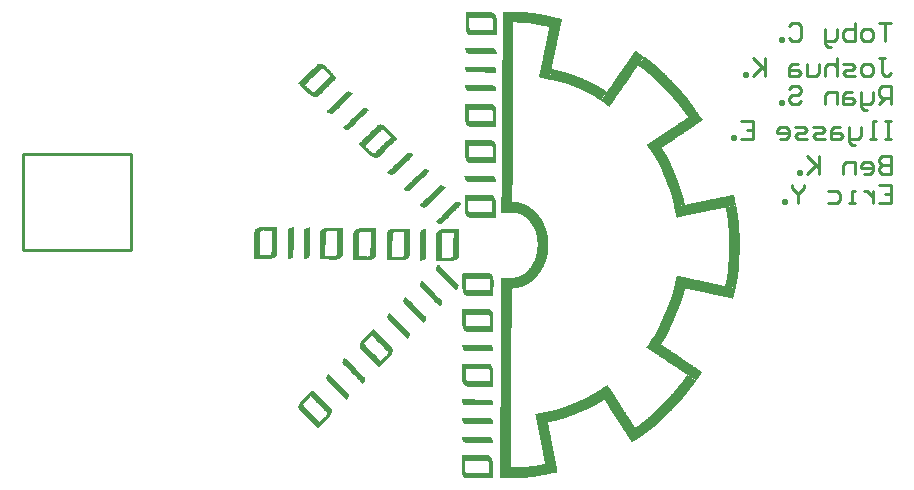
<source format=gbr>
%TF.GenerationSoftware,Altium Limited,Altium Designer,24.9.1 (31)*%
G04 Layer_Color=32896*
%FSLAX45Y45*%
%MOMM*%
%TF.SameCoordinates,30E74C37-C7CC-4F87-9207-2BD30A255DAA*%
%TF.FilePolarity,Positive*%
%TF.FileFunction,Legend,Bot*%
%TF.Part,Single*%
G01*
G75*
%TA.AperFunction,NonConductor*%
%ADD70C,0.25400*%
G36*
X-3445877Y3173863D02*
X-3435461Y3173169D01*
X-3411850D01*
X-3405600Y3172474D01*
X-3397961Y3171780D01*
X-3393100D01*
X-3388239Y3171085D01*
X-3381989Y3170391D01*
X-3376434D01*
X-3371573Y3169696D01*
X-3366017Y3169002D01*
X-3360462D01*
X-3354906Y3168308D01*
X-3349351Y3167613D01*
X-3344490D01*
X-3339629Y3166919D01*
X-3334768Y3166224D01*
X-3333379D01*
X-3329212Y3165530D01*
X-3323657Y3164835D01*
X-3316712D01*
X-3313934Y3163447D01*
X-3309073Y3162752D01*
X-3303518Y3161363D01*
X-3302823D01*
X-3300046Y3160669D01*
X-3295879Y3159974D01*
X-3290324Y3158586D01*
X-3285463D01*
X-3280602Y3157891D01*
X-3275740Y3157197D01*
X-3274352D01*
X-3270879Y3156502D01*
X-3266018Y3155808D01*
X-3260463Y3154419D01*
X-3259074D01*
X-3256296Y3153724D01*
X-3251435Y3152336D01*
X-3245880Y3150947D01*
X-3244491D01*
X-3241019Y3150252D01*
X-3236158Y3149558D01*
X-3229908Y3148169D01*
X-3229213D01*
X-3228519Y3147475D01*
X-3225047Y3146780D01*
X-3220186Y3145391D01*
X-3214630Y3144002D01*
X-3212547D01*
X-3210463Y3143308D01*
X-3208380Y3142613D01*
X-3201436Y3141225D01*
X-3193797Y3139141D01*
X-3191714D01*
X-3189630Y3138447D01*
X-3186853D01*
X-3179908Y3137058D01*
X-3172270Y3134975D01*
X-3174353Y3124558D01*
X-3174631Y3122753D01*
X-3175047Y3121086D01*
X-3176436Y3114142D01*
X-3177825Y3107197D01*
X-3181992Y3090531D01*
Y3089836D01*
X-3182686Y3087059D01*
X-3183380Y3082198D01*
X-3182686Y3084975D01*
X-3181992Y3088447D01*
X-3179908Y3096781D01*
X-3177825Y3106503D01*
Y3107197D01*
X-3177131Y3108586D01*
X-3176436Y3111364D01*
X-3175742Y3115530D01*
X-3174631Y3122753D01*
X-3173658Y3126641D01*
X-3172964Y3131502D01*
X-3172270Y3134280D01*
Y3134975D01*
X-3170881D01*
X-3168797Y3134280D01*
X-3166714Y3133586D01*
X-3163242Y3132891D01*
X-3159770Y3132197D01*
X-3150048Y3129419D01*
X-3137548Y3126641D01*
X-3122270Y3123864D01*
X-3104215Y3119697D01*
X-3083382Y3115530D01*
Y3114836D01*
X-3084076Y3113447D01*
Y3110669D01*
X-3084771Y3107197D01*
X-3086854Y3098864D01*
X-3088937Y3089142D01*
Y3088447D01*
X-3089632Y3087059D01*
X-3090326Y3084281D01*
X-3091020Y3080809D01*
X-3091715Y3076642D01*
X-3093104Y3071781D01*
X-3095187Y3060670D01*
Y3059976D01*
X-3095882Y3058587D01*
Y3056503D01*
X-3096576Y3053031D01*
X-3097965Y3046087D01*
X-3099354Y3037059D01*
Y3036365D01*
X-3100048Y3034976D01*
Y3032893D01*
X-3101437Y3029420D01*
X-3102826Y3022476D01*
X-3105604Y3013448D01*
Y3012754D01*
Y3011365D01*
X-3106298Y3008587D01*
Y3005115D01*
X-3107687Y2996782D01*
X-3109770Y2987060D01*
Y2986365D01*
X-3110465Y2984977D01*
Y2982199D01*
X-3111854Y2978727D01*
X-3113242Y2970393D01*
X-3116020Y2960671D01*
Y2959977D01*
X-3116715Y2958588D01*
Y2955810D01*
X-3117409Y2952338D01*
X-3119492Y2943310D01*
X-3121576Y2933588D01*
Y2932894D01*
X-3122270Y2930810D01*
Y2928033D01*
X-3123659Y2924561D01*
X-3125048Y2915533D01*
X-3127826Y2905811D01*
Y2905116D01*
X-3128520Y2903033D01*
Y2900255D01*
X-3129214Y2896783D01*
X-3131298Y2887755D01*
X-3133381Y2877339D01*
Y2876644D01*
X-3134076Y2874561D01*
Y2871783D01*
X-3135464Y2868311D01*
X-3136853Y2859284D01*
X-3139631Y2849561D01*
Y2848867D01*
X-3140325Y2847478D01*
Y2844700D01*
X-3141020Y2840534D01*
X-3142409Y2836367D01*
X-3143103Y2831506D01*
X-3145186Y2820395D01*
Y2819701D01*
X-3145881Y2817617D01*
Y2814840D01*
X-3147270Y2811368D01*
X-3148659Y2801645D01*
X-3151436Y2791229D01*
Y2790534D01*
X-3152131Y2789146D01*
Y2786368D01*
X-3152825Y2782896D01*
X-3154214Y2778729D01*
X-3154909Y2773868D01*
X-3156992Y2762757D01*
Y2762063D01*
X-3157686Y2759979D01*
Y2757201D01*
X-3159075Y2753729D01*
X-3160464Y2744007D01*
X-3163242Y2733591D01*
Y2732896D01*
X-3163936Y2731507D01*
Y2728730D01*
X-3164631Y2724563D01*
X-3166714Y2715535D01*
X-3168797Y2705119D01*
Y2704424D01*
X-3169492Y2702341D01*
X-3170186Y2699563D01*
X-3170881Y2696091D01*
X-3172071Y2690536D01*
X-3170881D01*
X-3166714Y2689841D01*
X-3160464Y2689147D01*
X-3152825Y2687758D01*
X-3152131D01*
X-3151436Y2687063D01*
X-3147270Y2685675D01*
X-3141020Y2684286D01*
X-3133381Y2682897D01*
X-3132687D01*
X-3129909Y2682202D01*
X-3125742Y2681508D01*
X-3121576Y2680119D01*
X-3120187D01*
X-3116715Y2679425D01*
X-3112548Y2678730D01*
X-3108381Y2677341D01*
X-3106993D01*
X-3104215Y2676647D01*
X-3100743Y2675258D01*
X-3096576Y2673869D01*
X-3095187D01*
X-3091715Y2673175D01*
X-3087548Y2672480D01*
X-3083382Y2671091D01*
X-3081993D01*
X-3079215Y2670397D01*
X-3075743Y2669703D01*
X-3071576Y2668314D01*
X-3070187D01*
X-3067410Y2667619D01*
X-3063937Y2666925D01*
X-3059771Y2665536D01*
X-3058382D01*
X-3055604Y2664842D01*
X-3052132Y2663453D01*
X-3047965Y2662064D01*
X-3046577Y2661369D01*
X-3043799Y2660675D01*
X-3040327Y2659286D01*
X-3036160Y2657897D01*
X-3034771D01*
X-3031993Y2657203D01*
X-3028521Y2656508D01*
X-3024355Y2655119D01*
X-3023660D01*
X-3022966Y2654425D01*
X-3019494Y2653036D01*
X-3015327Y2651647D01*
X-3010466Y2650258D01*
X-3009771D01*
X-3006994Y2649564D01*
X-3002827Y2648175D01*
X-2998660Y2646092D01*
X-2997966D01*
X-2995188Y2645397D01*
X-2991022Y2644008D01*
X-2986855Y2641925D01*
X-2985466D01*
X-2982688Y2640536D01*
X-2978522Y2639147D01*
X-2973661Y2637064D01*
X-2972966D01*
X-2972272Y2636370D01*
X-2968800Y2635675D01*
X-2964633Y2634286D01*
X-2960467Y2632897D01*
X-2959772D01*
X-2959078Y2632203D01*
X-2954911Y2630120D01*
X-2949356Y2627342D01*
X-2942411Y2625259D01*
X-2941717D01*
X-2941022Y2624564D01*
X-2936856Y2622481D01*
X-2931300Y2620398D01*
X-2925050Y2617620D01*
X-2924356D01*
X-2923661Y2616925D01*
X-2919495Y2615537D01*
X-2913245Y2612759D01*
X-2905606Y2610675D01*
X-2904912D01*
X-2904217Y2609981D01*
X-2900051Y2607898D01*
X-2894495Y2605120D01*
X-2888245Y2601648D01*
X-2886856Y2600953D01*
X-2884079Y2600259D01*
X-2880606Y2598870D01*
X-2876440Y2597481D01*
X-2875051Y2596787D01*
X-2872273Y2595398D01*
X-2868801Y2593315D01*
X-2864634Y2591231D01*
X-2863245Y2590537D01*
X-2861162Y2589842D01*
X-2857690Y2588454D01*
X-2854218Y2587065D01*
X-2852829Y2586370D01*
X-2850051Y2584981D01*
X-2846579Y2583592D01*
X-2842412Y2580815D01*
X-2841718Y2580120D01*
X-2838940Y2579426D01*
X-2836162Y2578037D01*
X-2831996Y2576648D01*
X-2830607Y2575954D01*
X-2828524Y2574565D01*
X-2825051Y2573176D01*
X-2821579Y2570398D01*
X-2820190Y2569704D01*
X-2818107Y2569009D01*
X-2814635Y2566926D01*
X-2811163Y2564843D01*
X-2809774D01*
X-2807691Y2563454D01*
X-2804218Y2562065D01*
X-2800746Y2559982D01*
X-2799357Y2559287D01*
X-2797274Y2558593D01*
X-2793802Y2556509D01*
X-2790330Y2554426D01*
X-2788941Y2553732D01*
X-2786163Y2552343D01*
X-2782691Y2550954D01*
X-2778524Y2548176D01*
X-2777830Y2547482D01*
X-2775747Y2546093D01*
X-2772274Y2544010D01*
X-2768108Y2541232D01*
X-2767413Y2540537D01*
X-2764636Y2539149D01*
X-2761163Y2537065D01*
X-2757691Y2534982D01*
X-2756997Y2534288D01*
X-2754219Y2532899D01*
X-2750052Y2530815D01*
X-2745886Y2528038D01*
X-2745191Y2527343D01*
X-2742414Y2525954D01*
X-2738247Y2523177D01*
X-2734080Y2520399D01*
X-2733386D01*
X-2732692Y2519704D01*
X-2729219Y2517621D01*
X-2724358Y2514149D01*
X-2719497Y2509982D01*
X-2718803D01*
X-2718108Y2509288D01*
X-2714636Y2507205D01*
X-2709775Y2503732D01*
X-2704220Y2499566D01*
X-2704914Y2498871D01*
X-2706303Y2496788D01*
X-2709081Y2493316D01*
X-2711858Y2488455D01*
X-2716025Y2482899D01*
X-2720192Y2476649D01*
X-2729914Y2462761D01*
X-2730608Y2462066D01*
X-2731997Y2459288D01*
X-2734775Y2455816D01*
X-2738247Y2450955D01*
X-2742414Y2445400D01*
X-2746580Y2439150D01*
X-2756302Y2425956D01*
X-2757691Y2426650D01*
X-2760469Y2428733D01*
X-2764636Y2431511D01*
X-2769497Y2434289D01*
X-2770885Y2434983D01*
X-2773663Y2437066D01*
X-2778524Y2439844D01*
X-2782691Y2443316D01*
X-2783385Y2444011D01*
X-2786163Y2446094D01*
X-2789635Y2448872D01*
X-2793107Y2450955D01*
X-2793802Y2451650D01*
X-2796580Y2453039D01*
X-2800052Y2454427D01*
X-2803524Y2456511D01*
X-2804218Y2457205D01*
X-2806996Y2458594D01*
X-2810468Y2460677D01*
X-2813941Y2462761D01*
X-2814635Y2463455D01*
X-2816718Y2464844D01*
X-2819496Y2466233D01*
X-2822968Y2468316D01*
X-2823663Y2469011D01*
X-2825746Y2470399D01*
X-2829218Y2472483D01*
X-2833385Y2474566D01*
X-2834079D01*
X-2836162Y2475955D01*
X-2838940Y2476649D01*
X-2842412Y2478733D01*
X-2843107Y2479427D01*
X-2845190Y2480816D01*
X-2847968Y2482899D01*
X-2850746Y2484983D01*
X-2851440D01*
X-2854218Y2486371D01*
X-2857690Y2487066D01*
X-2861162Y2489149D01*
X-2861857D01*
X-2863940Y2490538D01*
X-2866718Y2491927D01*
X-2870190Y2494010D01*
X-2870884Y2494705D01*
X-2873662Y2495399D01*
X-2877134Y2496788D01*
X-2880606Y2498177D01*
X-2881301Y2498871D01*
X-2884079Y2500260D01*
X-2887551Y2501649D01*
X-2891023Y2503732D01*
X-2891717Y2504427D01*
X-2894495Y2505121D01*
X-2897967Y2506510D01*
X-2901439Y2508593D01*
X-2902134Y2509288D01*
X-2904912Y2509982D01*
X-2909078Y2511371D01*
X-2913245Y2512760D01*
X-2913939Y2513454D01*
X-2916717Y2514843D01*
X-2920884Y2516927D01*
X-2925050Y2519010D01*
X-2925745D01*
X-2926439Y2519704D01*
X-2930606Y2521788D01*
X-2936161Y2523871D01*
X-2942411Y2525954D01*
X-2943106D01*
X-2943800Y2526649D01*
X-2947967Y2528732D01*
X-2953522Y2531510D01*
X-2960467Y2533593D01*
X-2961855Y2534288D01*
X-2965328Y2536371D01*
X-2970189Y2538454D01*
X-2976439Y2541232D01*
X-2977827Y2541926D01*
X-2981300Y2543315D01*
X-2986161Y2544704D01*
X-2991716Y2546787D01*
X-2992411Y2547482D01*
X-2995188Y2548871D01*
X-2999355Y2550260D01*
X-3004910Y2551648D01*
X-3005605Y2552343D01*
X-3008383Y2553037D01*
X-3012549Y2554426D01*
X-3016716Y2555815D01*
X-3017410Y2556509D01*
X-3019494Y2557204D01*
X-3022966Y2558593D01*
X-3027132Y2559982D01*
X-3027827Y2560676D01*
X-3030605Y2561371D01*
X-3034771Y2562759D01*
X-3038938Y2564843D01*
X-3039632D01*
X-3042410Y2565537D01*
X-3045882Y2566926D01*
X-3049354Y2567620D01*
X-3050049D01*
X-3052827Y2568315D01*
X-3056993Y2569704D01*
X-3061160Y2570398D01*
X-3061854D01*
X-3063937Y2571093D01*
X-3067410Y2572482D01*
X-3071576Y2573870D01*
X-3072271D01*
X-3075048Y2574565D01*
X-3078521Y2575954D01*
X-3081993Y2576648D01*
X-3082687D01*
X-3085465Y2577343D01*
X-3089632Y2578731D01*
X-3093798Y2579426D01*
X-3094493D01*
X-3097270Y2580120D01*
X-3101437Y2581509D01*
X-3105604Y2582204D01*
X-3106298Y2582898D01*
X-3108381Y2583592D01*
X-3111854Y2584287D01*
X-3116020Y2585676D01*
X-3116715D01*
X-3119492Y2586370D01*
X-3123659Y2587759D01*
X-3127826Y2588454D01*
X-3128520D01*
X-3131298Y2589148D01*
X-3135464Y2590537D01*
X-3141020Y2591231D01*
X-3141714D01*
X-3144492Y2591926D01*
X-3148659Y2593315D01*
X-3152825Y2594009D01*
X-3153520D01*
X-3154214Y2594703D01*
X-3158381Y2595398D01*
X-3164631Y2596787D01*
X-3172270Y2598870D01*
X-3173658D01*
X-3177825Y2599565D01*
X-3183380Y2600953D01*
X-3189630Y2601648D01*
Y2602342D01*
X-3188936Y2605814D01*
X-3188242Y2609981D01*
X-3186853Y2615537D01*
X-3185464Y2622481D01*
X-3184596Y2627255D01*
X-3184769Y2626648D01*
X-3186158Y2621092D01*
X-3187547Y2614148D01*
X-3191019Y2600259D01*
X-3192408D01*
X-3193797Y2600953D01*
X-3196575Y2601648D01*
X-3200047D01*
X-3203519Y2603037D01*
X-3213241Y2605120D01*
X-3225741Y2607203D01*
X-3241019Y2610675D01*
X-3259074Y2614842D01*
X-3279907Y2619703D01*
Y2620398D01*
X-3279213Y2622481D01*
X-3278518Y2625953D01*
X-3277129Y2630814D01*
X-3275740Y2636370D01*
X-3274352Y2642620D01*
X-3270879Y2656508D01*
Y2657203D01*
X-3270185Y2659980D01*
X-3269491Y2663453D01*
X-3268796Y2668314D01*
X-3268102Y2674564D01*
X-3266713Y2680814D01*
X-3263935Y2694702D01*
Y2695397D01*
X-3263241Y2697480D01*
X-3262546Y2700258D01*
X-3261852Y2703730D01*
X-3259768Y2713452D01*
X-3257685Y2723174D01*
Y2723869D01*
X-3256991Y2725952D01*
X-3256296Y2728730D01*
X-3255602Y2732202D01*
X-3254213Y2741924D01*
X-3252130Y2752340D01*
Y2753035D01*
X-3251435Y2755118D01*
X-3250741Y2757896D01*
X-3250046Y2761368D01*
X-3247963Y2771090D01*
X-3245880Y2780812D01*
Y2781507D01*
X-3245185Y2783590D01*
X-3244491Y2786368D01*
X-3243796Y2789840D01*
X-3241713Y2799562D01*
X-3239630Y2809979D01*
Y2810673D01*
X-3238935Y2812756D01*
X-3238241Y2815534D01*
X-3237546Y2819701D01*
X-3236158Y2828728D01*
X-3234074Y2839839D01*
Y2840534D01*
X-3233380Y2841923D01*
X-3232685Y2844700D01*
X-3231991Y2848173D01*
X-3229908Y2856506D01*
X-3227824Y2866922D01*
Y2867617D01*
X-3227130Y2869700D01*
X-3226436Y2872478D01*
X-3225741Y2875950D01*
X-3224352Y2885672D01*
X-3222269Y2895394D01*
Y2896089D01*
X-3221574Y2898172D01*
X-3220880Y2900950D01*
X-3220186Y2904422D01*
X-3219491Y2909283D01*
X-3218102Y2914144D01*
X-3216019Y2925255D01*
Y2925949D01*
X-3215325Y2927338D01*
X-3214630Y2930116D01*
X-3213936Y2933588D01*
X-3212547Y2941921D01*
X-3210463Y2951644D01*
Y2952338D01*
X-3209769Y2953727D01*
X-3209075Y2956505D01*
X-3208380Y2959977D01*
X-3206297Y2969004D01*
X-3204214Y2979421D01*
Y2980115D01*
X-3203519Y2981504D01*
X-3202825Y2984282D01*
X-3202130Y2987754D01*
X-3200741Y2996087D01*
X-3198658Y3005115D01*
Y3005810D01*
Y3007198D01*
X-3197964Y3009976D01*
X-3197269Y3013448D01*
X-3195880Y3021782D01*
X-3193797Y3031504D01*
Y3032198D01*
X-3193103Y3033587D01*
X-3192408Y3035670D01*
X-3191714Y3039143D01*
X-3190325Y3046781D01*
X-3188242Y3056503D01*
Y3057198D01*
Y3058587D01*
X-3187547Y3060670D01*
X-3186853Y3064142D01*
X-3186505Y3067962D01*
X-3186158Y3069698D01*
X-3184769Y3076642D01*
X-3183380Y3082198D01*
X-3184075Y3080809D01*
Y3080114D01*
X-3186158Y3071781D01*
X-3186505Y3067962D01*
X-3187547Y3062753D01*
X-3191019Y3046087D01*
X-3191714D01*
X-3193103Y3046781D01*
X-3195186D01*
X-3197269Y3047476D01*
X-3204214Y3049559D01*
X-3211852Y3050948D01*
X-3212547D01*
X-3213936Y3051642D01*
X-3216019D01*
X-3218102Y3052337D01*
X-3225047Y3053726D01*
X-3232685Y3055115D01*
X-3234074D01*
X-3237546Y3055809D01*
X-3242408Y3057198D01*
X-3248657Y3057892D01*
X-3250046D01*
X-3253519Y3058587D01*
X-3258380Y3059976D01*
X-3263935Y3060670D01*
X-3264629Y3061364D01*
X-3267407Y3062059D01*
X-3271574Y3062753D01*
X-3277129Y3064142D01*
X-3278518D01*
X-3281296Y3064837D01*
X-3285463Y3066226D01*
X-3290324Y3066920D01*
X-3291712D01*
X-3294490Y3067614D01*
X-3299351Y3069003D01*
X-3303518Y3069698D01*
X-3304907D01*
X-3307685Y3070392D01*
X-3312546Y3071087D01*
X-3316712D01*
X-3318101Y3071781D01*
X-3320879Y3072475D01*
X-3325740Y3073170D01*
X-3329906Y3074559D01*
X-3334768D01*
X-3338934Y3075253D01*
X-3343795Y3075948D01*
X-3345184D01*
X-3347962Y3076642D01*
X-3352823Y3077336D01*
X-3359767D01*
X-3363239Y3078031D01*
X-3367406Y3078725D01*
X-3374350D01*
X-3377823Y3079420D01*
X-3381989Y3080114D01*
X-3388934D01*
X-3392406Y3080809D01*
X-3397267Y3081503D01*
X-3408378D01*
X-3413933Y3082198D01*
X-3420183Y3082892D01*
X-3446572D01*
X-3455599Y3083586D01*
X-3466016Y3084975D01*
X-3494488D01*
Y3084281D01*
Y3080114D01*
Y3075948D01*
Y3074559D01*
Y3071781D01*
Y3066920D01*
Y3062753D01*
Y3061364D01*
Y3058587D01*
Y3054420D01*
Y3048865D01*
Y3048170D01*
Y3045392D01*
Y3041226D01*
Y3037059D01*
Y3035670D01*
Y3032893D01*
Y3028726D01*
Y3023865D01*
Y3023170D01*
Y3020393D01*
Y3016226D01*
Y3010671D01*
Y3009976D01*
Y3007198D01*
Y3003032D01*
Y2998865D01*
Y2997476D01*
Y2994699D01*
Y2989838D01*
Y2985671D01*
Y2984282D01*
Y2981504D01*
Y2977338D01*
Y2972477D01*
Y2971782D01*
Y2969004D01*
Y2964838D01*
Y2960671D01*
Y2959977D01*
Y2957199D01*
Y2953032D01*
Y2949560D01*
Y2945394D01*
Y2944699D01*
Y2943310D01*
Y2941227D01*
Y2938449D01*
Y2932199D01*
Y2930116D01*
Y2928033D01*
Y2927338D01*
Y2926644D01*
Y2922477D01*
Y2916922D01*
Y2909977D01*
Y2909283D01*
Y2908589D01*
Y2904422D01*
Y2899561D01*
Y2894005D01*
Y2892617D01*
Y2889839D01*
Y2884978D01*
Y2880811D01*
Y2880117D01*
Y2877339D01*
Y2873172D01*
Y2869006D01*
Y2867617D01*
Y2864145D01*
Y2859978D01*
Y2855117D01*
Y2854423D01*
X-3495182Y2851645D01*
X-3495877Y2848173D01*
Y2844006D01*
Y2843312D01*
Y2840534D01*
Y2836367D01*
Y2830812D01*
Y2830117D01*
Y2827340D01*
Y2823173D01*
Y2819006D01*
Y2818312D01*
Y2815534D01*
Y2811368D01*
Y2805812D01*
Y2805118D01*
Y2802340D01*
Y2798173D01*
Y2794007D01*
Y2792618D01*
Y2789840D01*
Y2785673D01*
Y2780812D01*
Y2780118D01*
Y2777340D01*
Y2773174D01*
Y2769007D01*
Y2768312D01*
Y2765535D01*
Y2761368D01*
Y2757201D01*
Y2755813D01*
Y2753035D01*
Y2748174D01*
Y2744007D01*
Y2742618D01*
Y2739841D01*
Y2736368D01*
Y2731507D01*
Y2730118D01*
Y2727341D01*
Y2723174D01*
Y2718313D01*
Y2716924D01*
Y2714146D01*
Y2709285D01*
Y2703730D01*
Y2703035D01*
Y2702341D01*
Y2698174D01*
X-3496571Y2693313D01*
X-3497266Y2687758D01*
Y2687063D01*
Y2686369D01*
Y2682202D01*
Y2676647D01*
Y2671091D01*
Y2670397D01*
Y2669703D01*
Y2665536D01*
Y2659980D01*
Y2653731D01*
Y2652342D01*
Y2649564D01*
Y2645397D01*
Y2639842D01*
Y2639147D01*
Y2636370D01*
Y2632203D01*
Y2628036D01*
Y2627342D01*
Y2624564D01*
Y2620398D01*
Y2614842D01*
Y2614148D01*
Y2611370D01*
Y2607203D01*
Y2603037D01*
Y2602342D01*
Y2599565D01*
Y2595398D01*
Y2589842D01*
Y2589148D01*
Y2586370D01*
Y2582204D01*
Y2578037D01*
Y2576648D01*
Y2573870D01*
Y2569009D01*
Y2564843D01*
Y2564148D01*
Y2561371D01*
Y2557204D01*
Y2553037D01*
Y2551648D01*
Y2548871D01*
Y2544010D01*
Y2539843D01*
Y2539149D01*
Y2536371D01*
Y2532204D01*
Y2528038D01*
Y2526649D01*
Y2523177D01*
Y2519010D01*
Y2514149D01*
Y2513454D01*
Y2510677D01*
Y2506510D01*
Y2502343D01*
Y2500955D01*
Y2498177D01*
Y2494010D01*
Y2489149D01*
Y2488455D01*
Y2485677D01*
Y2481510D01*
Y2477344D01*
Y2476649D01*
Y2475260D01*
Y2472483D01*
Y2469011D01*
Y2462066D01*
Y2455122D01*
Y2454427D01*
Y2453733D01*
Y2450261D01*
Y2446789D01*
Y2445400D01*
Y2444705D01*
Y2444011D01*
Y2443316D01*
Y2439844D01*
Y2434289D01*
Y2428733D01*
Y2428039D01*
Y2427344D01*
Y2423178D01*
Y2417622D01*
Y2410678D01*
Y2409983D01*
Y2407206D01*
Y2403039D01*
Y2397484D01*
Y2396789D01*
Y2394011D01*
Y2389845D01*
Y2385678D01*
Y2384984D01*
Y2382206D01*
Y2378039D01*
Y2372484D01*
Y2371790D01*
Y2369012D01*
X-3497960Y2364845D01*
X-3498654Y2360679D01*
Y2359290D01*
Y2356512D01*
Y2351651D01*
Y2347484D01*
Y2346790D01*
Y2344012D01*
Y2339845D01*
Y2335679D01*
Y2334290D01*
Y2331512D01*
Y2326651D01*
Y2322485D01*
Y2321096D01*
Y2318318D01*
Y2314846D01*
Y2309985D01*
Y2308596D01*
Y2305818D01*
Y2301651D01*
Y2296790D01*
Y2296096D01*
Y2293318D01*
Y2289152D01*
Y2284985D01*
Y2283596D01*
Y2280818D01*
Y2276652D01*
Y2271791D01*
Y2271096D01*
Y2268319D01*
Y2264152D01*
Y2259985D01*
Y2258596D01*
Y2255819D01*
Y2250958D01*
Y2246791D01*
Y2246097D01*
Y2243319D01*
Y2239152D01*
Y2234986D01*
Y2234291D01*
Y2233597D01*
Y2229430D01*
Y2223875D01*
Y2218319D01*
Y2216930D01*
Y2214153D01*
Y2209291D01*
Y2203736D01*
Y2203042D01*
Y2202347D01*
Y2198181D01*
X-3499349Y2192625D01*
X-3500043Y2186375D01*
Y2185681D01*
Y2184986D01*
Y2180820D01*
Y2175264D01*
Y2168320D01*
Y2167625D01*
Y2164848D01*
Y2160681D01*
Y2156514D01*
Y2155125D01*
Y2152348D01*
Y2147487D01*
Y2143320D01*
Y2142626D01*
Y2139848D01*
Y2135681D01*
Y2131515D01*
Y2130126D01*
Y2127348D01*
Y2122487D01*
Y2118320D01*
Y2117626D01*
Y2114848D01*
Y2110682D01*
Y2106515D01*
Y2105126D01*
Y2101654D01*
Y2097487D01*
Y2092626D01*
Y2091932D01*
Y2089154D01*
Y2084987D01*
Y2080821D01*
Y2079432D01*
Y2076654D01*
Y2072488D01*
Y2067627D01*
Y2066932D01*
Y2064154D01*
Y2059988D01*
Y2055821D01*
Y2054432D01*
Y2051655D01*
Y2046793D01*
Y2042627D01*
Y2041932D01*
Y2039155D01*
Y2034988D01*
Y2030821D01*
Y2029433D01*
Y2026655D01*
Y2021794D01*
Y2017627D01*
Y2016238D01*
Y2013461D01*
Y2009294D01*
Y2004433D01*
Y2003738D01*
Y2000961D01*
Y1996794D01*
Y1992627D01*
Y1991933D01*
Y1990544D01*
Y1987766D01*
Y1984989D01*
Y1977350D01*
Y1970406D01*
Y1969711D01*
Y1969017D01*
Y1966239D01*
Y1962767D01*
Y1962072D01*
Y1961378D01*
Y1960683D01*
Y1959989D01*
Y1955822D01*
Y1950267D01*
Y1943323D01*
Y1942628D01*
Y1941934D01*
Y1937767D01*
Y1932212D01*
Y1925962D01*
Y1925267D01*
Y1922489D01*
Y1918323D01*
Y1914156D01*
Y1912767D01*
Y1909295D01*
Y1905129D01*
Y1900267D01*
Y1899573D01*
Y1896795D01*
Y1892629D01*
Y1888462D01*
Y1887073D01*
Y1884295D01*
Y1880129D01*
Y1875268D01*
Y1874573D01*
Y1871796D01*
X-3500738Y1867629D01*
X-3501432Y1863462D01*
Y1862073D01*
Y1859296D01*
Y1855129D01*
Y1850268D01*
Y1849574D01*
Y1846796D01*
Y1842629D01*
Y1838463D01*
Y1837074D01*
Y1834296D01*
Y1829435D01*
Y1825268D01*
Y1824574D01*
Y1821796D01*
Y1817630D01*
Y1813463D01*
Y1812074D01*
Y1809296D01*
Y1804435D01*
Y1800269D01*
Y1798880D01*
Y1796102D01*
Y1791935D01*
Y1786380D01*
Y1785686D01*
Y1782908D01*
Y1778741D01*
Y1774575D01*
Y1773880D01*
Y1771102D01*
Y1766936D01*
Y1761380D01*
Y1760686D01*
Y1757908D01*
Y1753741D01*
Y1749575D01*
Y1748186D01*
Y1744714D01*
Y1739853D01*
Y1733603D01*
Y1732214D01*
Y1728742D01*
Y1724575D01*
Y1719020D01*
Y1718325D01*
Y1717631D01*
Y1713464D01*
X-3502127Y1707909D01*
X-3503515Y1700964D01*
Y1700270D01*
Y1699575D01*
Y1695409D01*
Y1689853D01*
Y1682909D01*
Y1682215D01*
Y1679437D01*
Y1675270D01*
Y1671104D01*
Y1670409D01*
Y1667631D01*
Y1663465D01*
Y1657909D01*
Y1657215D01*
Y1654437D01*
Y1650271D01*
Y1646104D01*
Y1645409D01*
Y1642632D01*
Y1638465D01*
Y1632910D01*
Y1632215D01*
Y1629437D01*
Y1625271D01*
Y1621104D01*
Y1619715D01*
Y1616938D01*
Y1612077D01*
Y1607910D01*
Y1607215D01*
Y1604438D01*
Y1600271D01*
Y1596105D01*
Y1594716D01*
Y1591938D01*
Y1587077D01*
Y1582910D01*
Y1582216D01*
Y1579438D01*
Y1575271D01*
Y1571105D01*
Y1569716D01*
Y1566244D01*
Y1565966D01*
X-3501432Y1565549D01*
X-3496571Y1564855D01*
X-3475044D01*
X-3473655Y1564160D01*
X-3470877Y1563466D01*
X-3463933D01*
X-3463238Y1562772D01*
X-3460460Y1562077D01*
X-3458377D01*
X-3454211Y1560688D01*
X-3449349D01*
X-3447961Y1559994D01*
X-3445877Y1559299D01*
X-3443794Y1558605D01*
X-3442405D01*
X-3439627Y1557216D01*
X-3437544D01*
X-3434072Y1555827D01*
X-3431989D01*
X-3427822Y1554438D01*
X-3426433Y1553744D01*
X-3423655Y1553049D01*
X-3422961D01*
X-3421572Y1552355D01*
X-3417405Y1551661D01*
X-3416711D01*
X-3415322Y1550966D01*
X-3411850Y1548883D01*
X-3410461D01*
X-3409072Y1548188D01*
X-3406989Y1546800D01*
X-3406294D01*
X-3404906Y1546105D01*
X-3401433Y1544022D01*
X-3399350D01*
X-3395183Y1542633D01*
X-3393795Y1541938D01*
X-3391017Y1539855D01*
X-3390322D01*
X-3388934Y1539161D01*
X-3384767Y1537077D01*
X-3384072D01*
X-3382684Y1535689D01*
X-3379211Y1533605D01*
X-3378517D01*
X-3377128Y1532911D01*
X-3372962Y1530828D01*
X-3372267D01*
X-3370878Y1530133D01*
X-3367406Y1528050D01*
X-3366712D01*
X-3365323Y1527355D01*
X-3361156Y1525272D01*
X-3360462Y1524578D01*
X-3359073Y1523189D01*
X-3357684Y1521800D01*
X-3355601Y1520411D01*
X-3354906D01*
X-3353517Y1519717D01*
X-3349351Y1516244D01*
X-3348656D01*
X-3347267Y1514855D01*
X-3345878Y1513467D01*
X-3343795Y1511383D01*
X-3343101D01*
X-3341712Y1510689D01*
X-3337545Y1507217D01*
X-3336851D01*
X-3335462Y1506522D01*
X-3331990Y1503050D01*
X-3331295Y1502356D01*
X-3329906Y1500967D01*
X-3327129Y1498883D01*
X-3324351Y1496800D01*
X-3323657D01*
X-3322268Y1496106D01*
X-3318101Y1492634D01*
X-3317407Y1491939D01*
X-3316018Y1490550D01*
X-3312546Y1486384D01*
X-3311851Y1485689D01*
X-3310462Y1484300D01*
X-3308379Y1482217D01*
X-3304907Y1478745D01*
X-3304212Y1478050D01*
X-3302823Y1477356D01*
X-3299351Y1473189D01*
X-3298657Y1472495D01*
X-3297268Y1471106D01*
X-3295185Y1469023D01*
X-3293101Y1465551D01*
X-3292407Y1464856D01*
X-3291018Y1464162D01*
X-3287546Y1459995D01*
X-3286851Y1459301D01*
X-3285463Y1457217D01*
X-3283379Y1454440D01*
X-3281296Y1452356D01*
X-3280602Y1451662D01*
X-3279213Y1450273D01*
X-3277824Y1448190D01*
X-3275740Y1444717D01*
X-3275046Y1444023D01*
X-3274352Y1443329D01*
X-3270879Y1439162D01*
X-3270185Y1438468D01*
X-3268796Y1436384D01*
X-3265324Y1431523D01*
Y1430829D01*
X-3263935Y1429440D01*
X-3262546Y1426662D01*
X-3260463Y1424579D01*
X-3259768Y1423884D01*
X-3259074Y1421801D01*
X-3257685Y1419023D01*
X-3256296Y1416940D01*
X-3255602Y1416246D01*
X-3254907Y1414162D01*
X-3253519Y1411385D01*
X-3252130Y1407912D01*
X-3251435Y1407218D01*
X-3250046Y1405829D01*
X-3248657Y1403746D01*
X-3247269Y1400968D01*
X-3246574Y1400274D01*
X-3245880Y1398885D01*
X-3244491Y1396107D01*
X-3243102Y1393329D01*
Y1392635D01*
X-3242408Y1391246D01*
X-3241019Y1389163D01*
X-3239630Y1385690D01*
X-3238935Y1384996D01*
X-3238241Y1383607D01*
X-3235463Y1378746D01*
Y1378052D01*
X-3234769Y1375968D01*
X-3233380Y1373191D01*
X-3232685Y1369718D01*
X-3231991Y1369024D01*
X-3231297Y1367635D01*
X-3229213Y1365552D01*
X-3227824Y1362080D01*
Y1361385D01*
X-3227130Y1359302D01*
X-3225741Y1356524D01*
X-3225047Y1353052D01*
Y1352357D01*
X-3224352Y1350969D01*
X-3222963Y1348885D01*
X-3222269Y1346108D01*
Y1345413D01*
X-3221574Y1343330D01*
X-3220186Y1340552D01*
X-3219491Y1337080D01*
Y1336385D01*
X-3218797Y1334302D01*
X-3216019Y1329441D01*
Y1328747D01*
X-3215325Y1326663D01*
X-3214630Y1323886D01*
Y1321108D01*
Y1320413D01*
X-3213936Y1318330D01*
X-3212547Y1315552D01*
X-3211852Y1313469D01*
Y1312775D01*
X-3211158Y1310691D01*
X-3210463Y1307914D01*
Y1304441D01*
Y1303747D01*
X-3209769Y1301664D01*
X-3208380Y1298886D01*
X-3207686Y1295414D01*
Y1294719D01*
Y1293330D01*
X-3206297Y1288469D01*
Y1287775D01*
Y1285692D01*
X-3205602Y1282914D01*
X-3204214Y1279442D01*
Y1278747D01*
Y1276664D01*
X-3203519Y1273886D01*
X-3202825Y1270414D01*
Y1269720D01*
Y1267636D01*
X-3202130Y1264859D01*
X-3201436Y1261386D01*
Y1260692D01*
Y1258609D01*
X-3200741Y1255831D01*
X-3200047Y1253053D01*
Y1252359D01*
Y1250275D01*
Y1247498D01*
Y1244025D01*
Y1243331D01*
Y1241248D01*
X-3199353Y1238470D01*
X-3198658Y1234998D01*
Y1234303D01*
Y1232220D01*
Y1229442D01*
Y1225970D01*
Y1224581D01*
Y1222498D01*
Y1220415D01*
Y1216942D01*
Y1212776D01*
Y1212081D01*
Y1210693D01*
Y1207220D01*
Y1203748D01*
Y1202359D01*
Y1201665D01*
Y1200970D01*
Y1196109D01*
Y1189859D01*
Y1183610D01*
Y1182915D01*
Y1181526D01*
Y1179443D01*
Y1177360D01*
X-3199353Y1170415D01*
X-3200047Y1162776D01*
Y1162082D01*
Y1159999D01*
X-3200741Y1157221D01*
X-3201436Y1153749D01*
Y1153054D01*
Y1150971D01*
Y1148193D01*
Y1144721D01*
Y1144027D01*
X-3202130Y1141943D01*
X-3202825Y1139166D01*
Y1135693D01*
Y1134999D01*
X-3203519Y1132916D01*
X-3204214Y1130138D01*
Y1127360D01*
Y1126666D01*
X-3204908Y1124582D01*
X-3205602Y1121805D01*
X-3206297Y1119721D01*
Y1119027D01*
X-3206991Y1116944D01*
X-3207686Y1114166D01*
X-3209075Y1110694D01*
Y1109999D01*
Y1107916D01*
X-3209769Y1105138D01*
X-3210463Y1101666D01*
Y1100972D01*
X-3211158Y1098888D01*
X-3211852Y1096111D01*
Y1093333D01*
Y1092638D01*
X-3212547Y1091250D01*
X-3213241Y1088472D01*
X-3214630Y1085694D01*
Y1085000D01*
X-3215325Y1082916D01*
X-3216713Y1080139D01*
X-3218102Y1076666D01*
Y1075972D01*
Y1074583D01*
X-3219491Y1069722D01*
Y1069028D01*
X-3220186Y1066944D01*
X-3220880Y1064167D01*
X-3222269Y1060694D01*
Y1060000D01*
X-3222963Y1058611D01*
X-3223658Y1055833D01*
X-3225047Y1053056D01*
Y1052361D01*
X-3225741Y1050278D01*
X-3227824Y1045417D01*
Y1044722D01*
X-3229213Y1042639D01*
X-3230602Y1039861D01*
X-3232685Y1037084D01*
Y1036389D01*
X-3233380Y1034306D01*
X-3234074Y1031528D01*
X-3235463Y1029445D01*
Y1028750D01*
X-3236158Y1026667D01*
X-3236852Y1023889D01*
X-3238241Y1020417D01*
X-3238935Y1019723D01*
X-3240324Y1018334D01*
X-3241713Y1016250D01*
X-3243102Y1013473D01*
Y1012778D01*
X-3243796Y1010695D01*
X-3245185Y1007917D01*
X-3247269Y1005834D01*
Y1005139D01*
X-3248657Y1003056D01*
X-3250046Y1000973D01*
X-3252130Y998195D01*
Y997501D01*
X-3252824Y996112D01*
X-3256296Y991251D01*
Y990556D01*
X-3256991Y988473D01*
X-3258380Y985695D01*
X-3260463Y983612D01*
Y982918D01*
X-3261852Y980834D01*
X-3263241Y978751D01*
X-3265324Y975973D01*
X-3266018Y975279D01*
X-3266713Y973890D01*
X-3269491Y969029D01*
X-3270185Y968334D01*
X-3271574Y966251D01*
X-3272963Y963473D01*
X-3275740Y961390D01*
X-3276435Y960696D01*
X-3277129Y958612D01*
X-3279907Y953751D01*
X-3280602Y953057D01*
X-3281990Y951668D01*
X-3286157Y946807D01*
X-3286851Y946112D01*
X-3287546Y944724D01*
X-3289629Y941946D01*
X-3291712Y939168D01*
X-3292407Y938474D01*
X-3293796Y937085D01*
X-3295185Y935001D01*
X-3297962Y931529D01*
X-3298657Y930835D01*
X-3300046Y930140D01*
X-3302129Y928057D01*
X-3304907Y925974D01*
X-3305601Y925279D01*
X-3306990Y923890D01*
X-3308379Y921807D01*
X-3311157Y918335D01*
X-3311851Y917641D01*
X-3312546Y916946D01*
X-3316712Y912779D01*
X-3317407Y912085D01*
X-3318795Y910696D01*
X-3321573Y908613D01*
X-3324351Y906530D01*
X-3325045Y905835D01*
X-3325740Y905141D01*
X-3329906Y900974D01*
X-3330601Y900280D01*
X-3331990Y898891D01*
X-3334073Y897502D01*
X-3336156Y896113D01*
X-3336851Y895419D01*
X-3338934Y894724D01*
X-3343795Y890558D01*
X-3344490D01*
X-3345184Y889169D01*
X-3347267Y887780D01*
X-3349351Y885696D01*
X-3350045D01*
X-3351434Y885002D01*
X-3355601Y881530D01*
X-3356295D01*
X-3357684Y880835D01*
X-3359767Y879447D01*
X-3362545Y877363D01*
X-3363239D01*
X-3364628Y875974D01*
X-3368795Y872502D01*
X-3369489D01*
X-3370184Y871808D01*
X-3374350Y869724D01*
X-3375045D01*
X-3376434Y869030D01*
X-3380600Y866947D01*
X-3381295D01*
X-3381989Y866252D01*
X-3386156Y863475D01*
X-3386850D01*
X-3388239Y862780D01*
X-3392406Y860697D01*
X-3393100D01*
X-3393795Y860002D01*
X-3397961Y857919D01*
X-3398656D01*
X-3400045Y857225D01*
X-3404211Y855141D01*
X-3404906Y854447D01*
X-3408378Y851669D01*
X-3409072D01*
X-3410461Y850975D01*
X-3414628Y850280D01*
X-3415322D01*
X-3416017Y849586D01*
X-3420183Y847502D01*
X-3422266D01*
X-3426433Y846114D01*
X-3427128Y845419D01*
X-3430600Y844725D01*
X-3431294D01*
X-3432683Y844030D01*
X-3436850Y843336D01*
X-3437544D01*
X-3438238Y842641D01*
X-3442405Y841947D01*
X-3443794Y841253D01*
X-3445183Y840558D01*
X-3447266Y839864D01*
X-3447961D01*
X-3448655Y839169D01*
X-3452822Y838475D01*
X-3453516D01*
X-3454905Y837780D01*
X-3459072Y837086D01*
X-3459766D01*
X-3463238Y835697D01*
X-3469488D01*
X-3470183Y835003D01*
X-3473655Y834308D01*
X-3480599D01*
X-3481294Y833614D01*
X-3484071Y832919D01*
X-3501432D01*
X-3504210Y832225D01*
X-3507682Y831530D01*
Y829447D01*
Y825281D01*
Y824586D01*
Y821808D01*
Y817642D01*
Y812086D01*
Y811392D01*
Y808614D01*
Y804447D01*
Y800281D01*
Y799586D01*
Y796809D01*
Y792642D01*
Y788475D01*
Y787087D01*
Y784309D01*
Y779448D01*
Y775281D01*
Y774587D01*
Y771809D01*
Y767642D01*
Y763476D01*
Y762087D01*
Y758615D01*
Y754448D01*
Y749587D01*
Y748893D01*
Y746115D01*
Y741948D01*
Y737782D01*
Y736393D01*
Y733615D01*
Y729448D01*
Y724587D01*
Y723893D01*
Y721115D01*
Y716949D01*
Y712782D01*
Y712087D01*
Y711393D01*
Y707226D01*
Y702365D01*
Y696810D01*
Y695421D01*
Y691949D01*
Y687088D01*
Y681532D01*
Y680143D01*
Y679449D01*
Y678755D01*
Y675282D01*
X-3508377Y669727D01*
X-3509071Y664171D01*
Y663477D01*
Y662783D01*
Y658616D01*
Y653060D01*
Y646116D01*
Y645422D01*
Y642644D01*
Y638477D01*
Y632922D01*
Y632227D01*
Y629450D01*
Y625283D01*
Y621116D01*
Y620422D01*
Y617644D01*
Y613478D01*
Y607922D01*
Y607228D01*
Y604450D01*
Y600283D01*
Y596117D01*
Y594728D01*
Y591950D01*
Y587783D01*
Y582922D01*
Y582228D01*
Y579450D01*
Y575284D01*
Y571117D01*
Y569728D01*
Y566950D01*
Y562784D01*
Y557923D01*
Y557228D01*
Y554451D01*
Y550284D01*
Y546117D01*
Y544728D01*
Y541256D01*
Y537090D01*
Y532229D01*
Y531534D01*
Y528756D01*
Y524590D01*
Y520423D01*
Y519034D01*
Y516257D01*
Y512090D01*
Y507229D01*
Y506534D01*
X-3509765Y503757D01*
X-3510460Y499590D01*
Y495423D01*
Y494035D01*
Y491257D01*
Y486396D01*
Y482229D01*
Y481535D01*
Y478757D01*
Y474590D01*
Y470424D01*
Y469729D01*
Y469035D01*
Y464868D01*
Y459313D01*
Y453757D01*
Y452368D01*
Y449591D01*
Y444730D01*
Y439174D01*
Y438480D01*
Y437785D01*
Y433619D01*
Y428063D01*
Y421813D01*
Y421119D01*
Y420424D01*
Y416258D01*
Y410702D01*
Y403758D01*
Y403063D01*
Y400286D01*
Y396119D01*
Y391952D01*
Y390564D01*
Y387786D01*
Y382925D01*
Y378758D01*
Y378064D01*
Y375286D01*
Y371119D01*
Y366953D01*
Y365564D01*
Y362786D01*
Y357925D01*
Y353758D01*
Y353064D01*
Y350286D01*
Y346120D01*
Y341953D01*
Y340564D01*
Y337092D01*
Y332925D01*
Y328064D01*
Y327370D01*
Y324592D01*
Y320426D01*
Y316259D01*
Y314870D01*
Y312092D01*
Y307926D01*
Y303065D01*
Y302370D01*
Y299592D01*
Y295426D01*
Y291259D01*
Y289870D01*
Y287093D01*
Y282926D01*
Y278065D01*
Y277371D01*
Y274593D01*
Y270426D01*
Y266260D01*
Y264871D01*
Y262093D01*
Y257232D01*
Y253065D01*
Y252371D01*
Y249593D01*
Y245426D01*
Y241260D01*
Y239871D01*
Y237093D01*
Y232232D01*
Y228066D01*
Y227371D01*
Y225982D01*
Y223205D01*
Y220427D01*
Y212788D01*
Y205844D01*
Y205149D01*
Y204455D01*
Y201677D01*
Y198205D01*
Y197510D01*
Y196816D01*
Y196122D01*
Y195427D01*
Y191260D01*
Y185705D01*
Y178761D01*
Y178066D01*
Y177372D01*
X-3511154Y173205D01*
X-3511849Y167650D01*
Y161400D01*
Y160705D01*
Y157928D01*
Y153761D01*
Y149594D01*
Y148205D01*
Y145428D01*
Y140567D01*
Y136400D01*
Y135706D01*
Y132928D01*
Y128761D01*
Y124595D01*
Y123206D01*
Y119734D01*
Y115567D01*
Y110706D01*
Y110011D01*
Y107234D01*
Y103067D01*
Y98900D01*
Y97512D01*
Y94734D01*
Y90567D01*
Y85706D01*
Y85012D01*
Y82234D01*
Y78067D01*
Y73901D01*
Y72512D01*
Y69734D01*
Y64873D01*
Y60707D01*
Y60012D01*
Y57234D01*
Y53068D01*
Y48901D01*
Y47512D01*
Y44734D01*
Y39873D01*
Y35707D01*
Y35012D01*
Y32235D01*
Y28068D01*
Y23901D01*
Y22513D01*
Y19735D01*
Y14874D01*
Y10707D01*
Y9318D01*
X-3512543Y6540D01*
X-3513238Y3068D01*
X-3513932Y-1793D01*
Y-3182D01*
Y-5959D01*
Y-10126D01*
Y-14987D01*
Y-16376D01*
Y-19848D01*
Y-24709D01*
Y-30959D01*
Y-32348D01*
Y-35820D01*
Y-39987D01*
Y-45542D01*
Y-46237D01*
Y-46931D01*
Y-51098D01*
Y-56653D01*
Y-63598D01*
Y-64292D01*
Y-64986D01*
Y-69153D01*
Y-74014D01*
Y-79570D01*
Y-80958D01*
Y-84431D01*
Y-88597D01*
Y-93458D01*
Y-94153D01*
Y-96930D01*
Y-101097D01*
Y-105264D01*
Y-106653D01*
Y-109430D01*
Y-113597D01*
Y-118458D01*
Y-119152D01*
Y-121930D01*
Y-126097D01*
Y-131652D01*
Y-132347D01*
Y-135124D01*
Y-139291D01*
Y-143458D01*
Y-144847D01*
Y-147624D01*
Y-151791D01*
Y-156652D01*
Y-157346D01*
Y-160124D01*
Y-164291D01*
Y-168457D01*
Y-169846D01*
Y-172624D01*
Y-176791D01*
Y-181652D01*
Y-182346D01*
Y-185124D01*
Y-189290D01*
Y-193457D01*
Y-194846D01*
Y-197624D01*
Y-201790D01*
Y-207346D01*
Y-208040D01*
Y-210818D01*
Y-214985D01*
Y-219151D01*
Y-219846D01*
Y-222623D01*
Y-226790D01*
Y-232345D01*
Y-233040D01*
Y-235818D01*
Y-239984D01*
Y-244151D01*
Y-244845D01*
Y-247623D01*
Y-251790D01*
Y-257345D01*
Y-258040D01*
Y-259428D01*
Y-262206D01*
Y-264984D01*
Y-271928D01*
Y-279567D01*
Y-280262D01*
Y-280956D01*
Y-283734D01*
Y-287206D01*
Y-287900D01*
Y-288595D01*
Y-289289D01*
Y-289984D01*
Y-294150D01*
Y-299706D01*
Y-305956D01*
Y-306650D01*
Y-307345D01*
Y-311511D01*
Y-317067D01*
Y-322622D01*
Y-324011D01*
X-3514626Y-326789D01*
X-3515321Y-330955D01*
Y-335816D01*
Y-336511D01*
Y-339289D01*
Y-343455D01*
Y-347622D01*
Y-348316D01*
Y-351094D01*
Y-355261D01*
Y-360816D01*
Y-361511D01*
Y-364288D01*
Y-368455D01*
Y-372622D01*
Y-374010D01*
Y-376788D01*
Y-380955D01*
Y-385816D01*
Y-386510D01*
Y-389288D01*
Y-393455D01*
Y-397621D01*
Y-399010D01*
Y-401788D01*
Y-405954D01*
Y-411510D01*
Y-412204D01*
Y-414982D01*
Y-419149D01*
Y-423315D01*
Y-424010D01*
Y-426788D01*
Y-430954D01*
Y-435121D01*
Y-436510D01*
Y-439287D01*
Y-443454D01*
Y-448315D01*
Y-449010D01*
Y-451787D01*
Y-455954D01*
Y-460120D01*
Y-461509D01*
Y-464287D01*
Y-468454D01*
Y-473315D01*
Y-474009D01*
Y-476787D01*
Y-480954D01*
Y-485120D01*
Y-486509D01*
X-3516015Y-489287D01*
X-3516710Y-494148D01*
Y-498314D01*
Y-499703D01*
Y-503176D01*
Y-507342D01*
Y-512898D01*
Y-514287D01*
Y-517759D01*
Y-523314D01*
Y-529564D01*
Y-530259D01*
Y-530953D01*
Y-535120D01*
Y-539981D01*
Y-545536D01*
Y-546231D01*
Y-546925D01*
Y-551092D01*
Y-556647D01*
Y-563591D01*
Y-564286D01*
Y-567064D01*
Y-571230D01*
Y-576786D01*
Y-577480D01*
Y-580258D01*
Y-584425D01*
Y-588591D01*
Y-589980D01*
Y-592758D01*
Y-596924D01*
Y-601785D01*
Y-602480D01*
Y-605258D01*
Y-609424D01*
Y-613591D01*
Y-614980D01*
Y-617757D01*
Y-621924D01*
Y-626785D01*
Y-628174D01*
Y-630952D01*
Y-634424D01*
Y-639285D01*
Y-639979D01*
Y-642757D01*
Y-646924D01*
Y-652479D01*
Y-653174D01*
Y-655951D01*
Y-660118D01*
Y-664285D01*
Y-664979D01*
Y-667757D01*
Y-671923D01*
Y-677479D01*
Y-678173D01*
Y-680257D01*
X-3438238D01*
X-3434766Y-679562D01*
X-3429905Y-678868D01*
X-3406989D01*
X-3402822Y-678173D01*
X-3397961Y-677479D01*
X-3384072D01*
X-3381295Y-676785D01*
X-3377128Y-676090D01*
X-3370878D01*
X-3368100Y-675396D01*
X-3363934Y-674701D01*
X-3359073D01*
X-3358378Y-674007D01*
X-3354906Y-673312D01*
X-3350740Y-672618D01*
X-3345184D01*
X-3341712Y-671923D01*
X-3337545Y-671229D01*
X-3331990D01*
X-3328518Y-670535D01*
X-3324351Y-669146D01*
X-3320184Y-668451D01*
X-3318795D01*
X-3315323Y-667757D01*
X-3310462Y-667062D01*
X-3303518D01*
X-3300740Y-666368D01*
X-3295879Y-664979D01*
X-3290324Y-664285D01*
X-3288935D01*
X-3285463Y-663590D01*
X-3279907Y-662201D01*
X-3273657Y-660812D01*
X-3272963D01*
X-3271574Y-660118D01*
X-3269491D01*
X-3266018Y-659424D01*
X-3258380Y-658035D01*
X-3250046Y-656646D01*
X-3249352D01*
X-3247963Y-655951D01*
X-3245880D01*
X-3242408Y-655257D01*
X-3234769Y-653868D01*
X-3226436Y-652479D01*
Y-653174D01*
X-3225741Y-655951D01*
X-3225047Y-660812D01*
X-3223658Y-666368D01*
X-3222269Y-673312D01*
X-3221574Y-676785D01*
X-3220186Y-685118D01*
X-3219838Y-686507D01*
X-3218102Y-696923D01*
Y-697618D01*
X-3217408Y-700395D01*
X-3216019Y-705256D01*
X-3215325Y-710812D01*
X-3213936Y-717062D01*
X-3212547Y-724701D01*
X-3209769Y-737478D01*
Y-737895D01*
X-3209509Y-738676D01*
X-3209769Y-737478D01*
Y-734423D01*
X-3210463Y-730256D01*
X-3211852Y-725395D01*
X-3212547Y-719840D01*
X-3214630Y-706645D01*
Y-705951D01*
X-3215325Y-703868D01*
X-3216019Y-700395D01*
X-3217408Y-695534D01*
X-3218797Y-690673D01*
X-3219838Y-686507D01*
X-3220880Y-680257D01*
X-3221574Y-676785D01*
X-3222269Y-672618D01*
Y-671923D01*
X-3222963Y-669840D01*
Y-667062D01*
X-3223658Y-663590D01*
X-3225047Y-654563D01*
X-3226436Y-644840D01*
Y-644146D01*
X-3227130Y-642063D01*
X-3227824Y-639285D01*
X-3228519Y-635813D01*
X-3230602Y-626785D01*
X-3232685Y-617063D01*
Y-616369D01*
X-3233380Y-614285D01*
Y-611508D01*
X-3234074Y-607341D01*
X-3236158Y-598313D01*
X-3238241Y-587202D01*
Y-586508D01*
X-3238935Y-584425D01*
X-3239630Y-581647D01*
X-3240324Y-578175D01*
X-3242408Y-569147D01*
X-3244491Y-558730D01*
Y-558036D01*
X-3245185Y-555953D01*
Y-553175D01*
X-3245880Y-549703D01*
X-3247269Y-539981D01*
X-3248657Y-529564D01*
Y-528870D01*
X-3249352Y-527481D01*
X-3250046Y-524703D01*
X-3250741Y-521231D01*
X-3251435Y-517064D01*
X-3252824Y-512203D01*
X-3254907Y-501092D01*
Y-500398D01*
X-3255602Y-498314D01*
Y-495537D01*
X-3256296Y-492065D01*
X-3258380Y-483037D01*
X-3260463Y-473315D01*
Y-472620D01*
X-3261157Y-470537D01*
X-3261852Y-467759D01*
X-3262546Y-464287D01*
X-3264629Y-455259D01*
X-3266713Y-444843D01*
Y-444148D01*
Y-442065D01*
X-3267407Y-439287D01*
Y-435815D01*
X-3268796Y-426788D01*
X-3270879Y-417065D01*
Y-416371D01*
X-3271574Y-414982D01*
Y-412204D01*
X-3272963Y-408732D01*
X-3274352Y-400399D01*
X-3277129Y-390677D01*
Y-389982D01*
Y-388594D01*
X-3277824Y-385816D01*
Y-382344D01*
X-3279213Y-373316D01*
X-3281296Y-363594D01*
Y-362899D01*
X-3281990Y-361511D01*
Y-358733D01*
X-3283379Y-355261D01*
X-3284768Y-346927D01*
X-3287546Y-337205D01*
Y-336511D01*
Y-335122D01*
X-3288240Y-333039D01*
Y-329567D01*
X-3289629Y-321928D01*
X-3291712Y-313594D01*
Y-312900D01*
Y-311511D01*
X-3292407Y-309428D01*
Y-305956D01*
X-3293796Y-298317D01*
X-3295879Y-288595D01*
Y-287900D01*
X-3296574Y-285817D01*
X-3297268Y-283039D01*
X-3297962Y-278873D01*
X-3300046Y-269845D01*
X-3302129Y-258734D01*
Y-258040D01*
X-3302823Y-255956D01*
Y-253179D01*
X-3303518Y-249706D01*
X-3305601Y-239984D01*
X-3307685Y-229568D01*
X-3306296D01*
X-3304907Y-228873D01*
X-3302129Y-228179D01*
X-3299351Y-227484D01*
X-3295185Y-226790D01*
X-3291018Y-226096D01*
X-3285463Y-224707D01*
X-3279907Y-224012D01*
X-3272963Y-222623D01*
X-3265324Y-221235D01*
X-3257685Y-219151D01*
X-3248657Y-217762D01*
X-3238935Y-215679D01*
X-3229213Y-213596D01*
X-3218102Y-211512D01*
Y-212207D01*
X-3217850Y-212965D01*
X-3217408Y-215506D01*
Y-217068D01*
X-3216713Y-220540D01*
X-3216019Y-225401D01*
X-3215325Y-230262D01*
X-3213390Y-240579D01*
X-3213241Y-242068D01*
X-3211852Y-247623D01*
X-3211158Y-251790D01*
X-3210811Y-253526D01*
X-3209769Y-260817D01*
X-3207686Y-271928D01*
Y-272623D01*
X-3206991Y-274012D01*
X-3206713Y-274845D01*
X-3206991Y-273317D01*
X-3210463Y-255956D01*
Y-255262D01*
X-3210811Y-253526D01*
X-3211158Y-251095D01*
X-3211852Y-246929D01*
X-3212547Y-244151D01*
X-3213241Y-242068D01*
Y-241373D01*
X-3213390Y-240579D01*
X-3213936Y-235123D01*
X-3215325Y-227484D01*
X-3217408Y-215506D01*
Y-214290D01*
X-3217850Y-212965D01*
X-3218102Y-211512D01*
X-3216713D01*
X-3213241Y-210818D01*
X-3207686Y-209429D01*
X-3201436Y-208735D01*
X-3200047D01*
X-3195880Y-207346D01*
X-3190325Y-205957D01*
X-3184075Y-203874D01*
X-3182686D01*
X-3179214Y-203179D01*
X-3175047Y-201790D01*
X-3170186Y-201096D01*
X-3168797D01*
X-3166020Y-200401D01*
X-3161853Y-199013D01*
X-3156992Y-198318D01*
X-3156297D01*
X-3153520Y-197624D01*
X-3149353Y-196235D01*
X-3145186Y-195540D01*
X-3143798Y-194846D01*
X-3141020Y-194152D01*
X-3136853Y-193457D01*
X-3131992Y-192068D01*
X-3130603D01*
X-3127826Y-190679D01*
X-3124353Y-189985D01*
X-3120187Y-187902D01*
X-3118798D01*
X-3116020Y-187207D01*
X-3112548Y-185818D01*
X-3108381Y-185124D01*
X-3106993D01*
X-3104909Y-184429D01*
X-3101437Y-183041D01*
X-3097965Y-181652D01*
X-3097270Y-180957D01*
X-3094493Y-180263D01*
X-3090326Y-178874D01*
X-3086159Y-177485D01*
X-3084771D01*
X-3081993Y-176096D01*
X-3078521Y-175402D01*
X-3074354Y-173318D01*
X-3072965Y-172624D01*
X-3070187Y-171930D01*
X-3066715Y-171235D01*
X-3062549Y-169846D01*
X-3061160Y-169152D01*
X-3058382Y-168457D01*
X-3054910Y-167068D01*
X-3050743Y-165680D01*
X-3049354Y-164985D01*
X-3046577Y-164291D01*
X-3043104Y-162902D01*
X-3038938Y-161513D01*
X-3037549Y-160819D01*
X-3034771Y-159430D01*
X-3030605Y-157346D01*
X-3025744Y-155263D01*
X-3024355D01*
X-3021577Y-153874D01*
X-3018105Y-153180D01*
X-3013938Y-151096D01*
X-3012549Y-150402D01*
X-3011160Y-149708D01*
X-3009771Y-149013D01*
X-3006994Y-147624D01*
X-3003522Y-146235D01*
X-3002827D01*
X-3001438Y-145541D01*
X-2999355Y-144847D01*
X-2995883Y-143458D01*
X-2992411Y-142069D01*
X-2987550Y-139985D01*
X-2976439Y-135819D01*
X-2975050Y-135124D01*
X-2971577Y-133041D01*
X-2966716Y-130958D01*
X-2960467Y-128875D01*
X-2959772D01*
X-2959078Y-128180D01*
X-2955605Y-126791D01*
X-2950744Y-124708D01*
X-2944494Y-122625D01*
X-2943106Y-121930D01*
X-2941022Y-120541D01*
X-2937550Y-119152D01*
X-2934078Y-117069D01*
X-2932689D01*
X-2929911Y-115680D01*
X-2926439Y-114291D01*
X-2922273Y-112208D01*
X-2920884Y-111514D01*
X-2918800Y-110819D01*
X-2915328Y-109430D01*
X-2911856Y-108041D01*
X-2910467Y-107347D01*
X-2908384Y-106653D01*
X-2904912Y-104569D01*
X-2901439Y-103180D01*
X-2900745Y-102486D01*
X-2897967Y-101792D01*
X-2895190Y-100403D01*
X-2891023Y-99014D01*
X-2890328Y-98319D01*
X-2888245Y-97625D01*
X-2885467Y-96236D01*
X-2881995Y-94847D01*
X-2881301Y-94153D01*
X-2879218Y-92764D01*
X-2876440Y-90681D01*
X-2872968Y-88597D01*
X-2872273D01*
X-2870190Y-87208D01*
X-2866718Y-86514D01*
X-2862551Y-84431D01*
X-2861857D01*
X-2859773Y-83042D01*
X-2856996Y-81653D01*
X-2854218Y-79570D01*
X-2853523Y-78875D01*
X-2851440Y-78181D01*
X-2848662Y-76792D01*
X-2845190Y-75403D01*
X-2844496Y-74709D01*
X-2841718Y-73320D01*
X-2838940Y-71931D01*
X-2834774Y-69847D01*
X-2834079Y-69153D01*
X-2831996Y-67764D01*
X-2829218Y-65681D01*
X-2825746Y-63598D01*
X-2825051Y-62903D01*
X-2822274Y-61514D01*
X-2818802Y-59431D01*
X-2815329Y-57348D01*
X-2814635Y-56653D01*
X-2811857Y-55264D01*
X-2808385Y-53875D01*
X-2804913Y-51792D01*
X-2804218D01*
X-2803524Y-50403D01*
X-2800052Y-48320D01*
X-2794496Y-44848D01*
X-2788941Y-41376D01*
X-2788246D01*
X-2787552Y-40681D01*
X-2783385Y-37903D01*
X-2777830Y-34431D01*
X-2772274Y-30959D01*
X-2770538Y-33737D01*
X-2770191Y-34431D01*
X-2768108Y-37903D01*
X-2766719Y-39848D01*
X-2765330Y-42070D01*
X-2763768Y-44327D01*
X-2761163Y-49014D01*
X-2756997Y-55264D01*
X-2754682Y-58736D01*
X-2754913Y-58042D01*
X-2756997Y-55264D01*
X-2759080Y-51098D01*
X-2763768Y-44327D01*
X-2764636Y-42764D01*
X-2766719Y-39848D01*
X-2770538Y-33737D01*
X-2771580Y-31653D01*
X-2772274Y-30959D01*
X-2770885Y-30265D01*
X-2767413Y-28181D01*
X-2761858Y-24015D01*
X-2753525Y-19154D01*
X-2742414Y-12209D01*
X-2729219Y-3876D01*
X-2713942Y6540D01*
X-2695886Y17651D01*
X-2695192Y16957D01*
X-2694498Y14874D01*
X-2692414Y12096D01*
X-2690331Y8624D01*
X-2684081Y-1098D01*
X-2676442Y-11515D01*
X-2675748Y-12209D01*
X-2675053Y-13598D01*
X-2672970Y-16376D01*
X-2670887Y-20543D01*
X-2665331Y-29570D01*
X-2658387Y-39987D01*
X-2657692Y-40681D01*
X-2656998Y-42070D01*
X-2655609Y-44153D01*
X-2653526Y-47626D01*
X-2647970Y-55264D01*
X-2642415Y-64986D01*
X-2641720Y-65681D01*
X-2641026Y-67070D01*
X-2639637Y-69153D01*
X-2637554Y-72625D01*
X-2632693Y-79570D01*
X-2627832Y-88597D01*
X-2627137Y-89292D01*
X-2626443Y-90681D01*
X-2624359Y-92764D01*
X-2622276Y-96236D01*
X-2616721Y-103875D01*
X-2611165Y-113597D01*
Y-114291D01*
X-2609776Y-115680D01*
X-2608387Y-117764D01*
X-2606304Y-121236D01*
X-2601443Y-128180D01*
X-2595193Y-137208D01*
X-2594499Y-137902D01*
X-2593804Y-139291D01*
X-2592415Y-142069D01*
X-2590332Y-145541D01*
X-2585471Y-153874D01*
X-2580610Y-162902D01*
X-2579916Y-163596D01*
X-2579221Y-164985D01*
X-2577138Y-167068D01*
X-2575055Y-170541D01*
X-2569499Y-178179D01*
X-2563944Y-187902D01*
X-2563249Y-188596D01*
X-2562555Y-189985D01*
X-2561166Y-192068D01*
X-2559083Y-195540D01*
X-2554221Y-202485D01*
X-2547972Y-211512D01*
X-2547277Y-212207D01*
X-2546583Y-213596D01*
X-2545194Y-215679D01*
X-2543110Y-219151D01*
X-2538249Y-226096D01*
X-2532694Y-235123D01*
Y-235818D01*
X-2531305Y-237207D01*
X-2529916Y-239290D01*
X-2527833Y-242762D01*
X-2522972Y-249706D01*
X-2516722Y-258734D01*
X-2516027Y-259428D01*
X-2515333Y-260817D01*
X-2513944Y-262901D01*
X-2511861Y-266373D01*
X-2507000Y-273317D01*
X-2502139Y-282345D01*
X-2501444Y-283039D01*
X-2500750Y-284428D01*
X-2499361Y-286511D01*
X-2497278Y-289289D01*
X-2493111Y-296928D01*
X-2488944Y-304567D01*
X-2488250Y-305261D01*
X-2487556Y-306650D01*
X-2486167Y-308733D01*
X-2484083Y-311511D01*
X-2479222Y-319150D01*
X-2473667Y-326789D01*
Y-327483D01*
X-2472278Y-328872D01*
X-2470889Y-330955D01*
X-2469500Y-333733D01*
X-2465334Y-341372D01*
X-2463124Y-344844D01*
X-2463250D01*
X-2454223Y-358733D01*
X-2450056Y-364983D01*
X-2446584Y-371233D01*
X-2443112Y-376094D01*
X-2440334Y-379566D01*
X-2438945Y-382344D01*
X-2438251Y-383038D01*
X-2432834Y-390955D01*
X-2430612Y-394844D01*
X-2429917Y-395538D01*
X-2429223Y-396927D01*
X-2427735Y-398911D01*
X-2429223Y-396232D01*
X-2432834Y-390955D01*
X-2436167Y-385121D01*
X-2441723Y-377483D01*
X-2443806Y-374010D01*
X-2445889Y-371927D01*
X-2446584Y-370538D01*
X-2447278Y-369844D01*
X-2451445Y-362205D01*
X-2455612Y-355261D01*
X-2457695Y-353177D01*
X-2459084Y-351094D01*
X-2459778Y-349705D01*
X-2460473Y-349011D01*
X-2463124Y-344844D01*
X-2462556D01*
X-2461861Y-343455D01*
X-2457695Y-340678D01*
X-2452139Y-337205D01*
X-2445889Y-333039D01*
X-2445195D01*
X-2444501Y-331650D01*
X-2440334Y-328872D01*
X-2434778Y-325400D01*
X-2427834Y-321233D01*
X-2427140Y-320539D01*
X-2424362Y-318456D01*
X-2420195Y-315678D01*
X-2416029Y-312206D01*
X-2415334D01*
X-2414640Y-310817D01*
X-2411168Y-308733D01*
X-2407001Y-305261D01*
X-2402834Y-301789D01*
X-2401446Y-301095D01*
X-2398668Y-299011D01*
X-2395196Y-296234D01*
X-2391029Y-292761D01*
X-2389640Y-292067D01*
X-2387557Y-289984D01*
X-2384085Y-287206D01*
X-2380612Y-283734D01*
X-2379918Y-283039D01*
X-2377140Y-280956D01*
X-2372974Y-278178D01*
X-2368807Y-275401D01*
X-2367418Y-274706D01*
X-2365335Y-271928D01*
X-2361863Y-269151D01*
X-2358391Y-264984D01*
X-2357696Y-264290D01*
X-2354918Y-262206D01*
X-2351446Y-259428D01*
X-2347974Y-255956D01*
X-2347280Y-255262D01*
X-2344502Y-252484D01*
X-2340335Y-249706D01*
X-2336169Y-245540D01*
X-2335474Y-244845D01*
X-2333391Y-242762D01*
X-2329919Y-239984D01*
X-2325752Y-236512D01*
X-2325058Y-235818D01*
X-2322974Y-233040D01*
X-2319502Y-229568D01*
X-2315335Y-226096D01*
X-2314641Y-225401D01*
X-2311863Y-222623D01*
X-2308391Y-219151D01*
X-2304919Y-215679D01*
X-2304224Y-214985D01*
X-2301447Y-212207D01*
X-2297280Y-208040D01*
X-2293114Y-203874D01*
X-2292419Y-203179D01*
X-2289641Y-201096D01*
X-2285475Y-197624D01*
X-2281308Y-193457D01*
X-2280614Y-192763D01*
X-2277836Y-189985D01*
X-2274364Y-185818D01*
X-2270892Y-181652D01*
X-2270197Y-180957D01*
X-2269503Y-180263D01*
X-2265336Y-176096D01*
X-2259781Y-170541D01*
X-2253531Y-164291D01*
X-2252836Y-163596D01*
X-2252142Y-162902D01*
X-2247975Y-159430D01*
X-2242420Y-153874D01*
X-2235475Y-147624D01*
Y-146930D01*
X-2234086Y-146235D01*
X-2230614Y-142763D01*
X-2225753Y-137208D01*
X-2219503Y-131652D01*
X-2218809Y-130958D01*
X-2218114Y-130263D01*
X-2214642Y-126791D01*
X-2209087Y-121930D01*
X-2202837Y-115680D01*
X-2202142Y-114291D01*
X-2199365Y-111514D01*
X-2195198Y-108041D01*
X-2191031Y-103180D01*
X-2190337Y-101792D01*
X-2187559Y-99014D01*
X-2183393Y-94847D01*
X-2179226Y-89986D01*
X-2178532Y-89292D01*
X-2175754Y-86514D01*
X-2171587Y-82347D01*
X-2167421Y-78181D01*
X-2166726Y-77486D01*
X-2163948Y-74709D01*
X-2160476Y-70542D01*
X-2157004Y-64986D01*
X-2156310Y-64292D01*
X-2153532Y-61514D01*
X-2149365Y-57348D01*
X-2145199Y-53181D01*
X-2144504Y-52487D01*
X-2141726Y-49709D01*
X-2138254Y-45542D01*
X-2134782Y-41376D01*
X-2134088Y-40681D01*
X-2131310Y-37903D01*
X-2127143Y-33737D01*
X-2122977Y-28181D01*
X-2122282Y-26792D01*
X-2120199Y-24015D01*
X-2117421Y-20543D01*
X-2113255Y-16376D01*
X-2112560Y-14987D01*
X-2109782Y-12209D01*
X-2107005Y-8043D01*
X-2102838Y-3182D01*
X-2102144Y-1793D01*
X-2099366Y985D01*
X-2096588Y4457D01*
X-2092422Y8624D01*
Y9318D01*
X-2091727Y10013D01*
X-2088949Y13485D01*
X-2086172Y17651D01*
X-2082005Y22513D01*
X-2081311Y23901D01*
X-2078533Y26679D01*
X-2075755Y30846D01*
X-2071588Y35707D01*
X-2070894Y37096D01*
X-2068116Y39873D01*
X-2065339Y44040D01*
X-2061172Y48901D01*
Y49596D01*
X-2060477Y50290D01*
X-2058394Y53762D01*
X-2055616Y58623D01*
X-2052144Y63484D01*
Y64179D01*
X-2050755Y65568D01*
X-2049366Y66956D01*
X-2047978Y69734D01*
X-2043117Y75984D01*
X-2037561Y82928D01*
X-2036867Y83623D01*
X-2036172Y85012D01*
X-2034783Y87095D01*
X-2032700Y89178D01*
X-2027839Y96123D01*
X-2023025Y103687D01*
X-2027145Y106539D01*
X-2027839Y107234D01*
X-2029228Y107928D01*
X-2031311Y109317D01*
X-2034783Y111400D01*
X-2041728Y116261D01*
X-2050755Y121122D01*
X-2051450Y121817D01*
X-2052839Y122511D01*
X-2054922Y124595D01*
X-2058394Y126678D01*
X-2065339Y132233D01*
X-2074366Y137789D01*
X-2075061Y138483D01*
X-2076449Y139178D01*
X-2078533Y140567D01*
X-2082005Y142650D01*
X-2088949Y148205D01*
X-2097977Y153761D01*
X-2098671Y154455D01*
X-2100060Y155150D01*
X-2102144Y156539D01*
X-2105616Y158622D01*
X-2112560Y164177D01*
X-2121588Y170427D01*
X-2122282D01*
X-2123671Y171816D01*
X-2125754Y173205D01*
X-2129227Y175288D01*
X-2136171Y180150D01*
X-2145199Y186399D01*
X-2145893Y187094D01*
X-2147282Y187788D01*
X-2149365Y189177D01*
X-2152143Y191260D01*
X-2159087Y196122D01*
X-2167421Y200983D01*
X-2168115Y201677D01*
X-2169504Y202371D01*
X-2171587Y203760D01*
X-2175059Y205844D01*
X-2182004Y211399D01*
X-2191031Y217649D01*
X-2191726D01*
X-2193115Y219038D01*
X-2195198Y220427D01*
X-2197976Y221816D01*
X-2205615Y226677D01*
X-2213253Y232232D01*
X-2213948Y232927D01*
X-2215337Y233621D01*
X-2217420Y235010D01*
X-2220892Y237093D01*
X-2227837Y241954D01*
X-2236864Y246815D01*
X-2237559Y247510D01*
X-2238948Y248204D01*
X-2241031Y249593D01*
X-2243114Y251676D01*
X-2250058Y256537D01*
X-2257697Y262093D01*
X-2258392D01*
X-2259781Y263482D01*
X-2261864Y264871D01*
X-2264642Y266260D01*
X-2271586Y271121D01*
X-2279919Y276676D01*
X-2280614Y277371D01*
X-2281308Y278065D01*
X-2285475Y281537D01*
X-2291725Y285704D01*
X-2299363Y289870D01*
X-2300058Y290565D01*
X-2301447Y291259D01*
X-2303530Y292648D01*
X-2305613Y294731D01*
X-2312558Y298898D01*
X-2320197Y303065D01*
X-2320891Y303759D01*
X-2322280Y304454D01*
X-2324363Y306537D01*
X-2327835Y308620D01*
X-2334780Y314176D01*
X-2343807Y319731D01*
X-2344502Y320426D01*
X-2345891Y321120D01*
X-2348668Y323203D01*
X-2352141Y325287D01*
X-2359779Y330842D01*
X-2368807Y337092D01*
X-2368113Y338481D01*
X-2366029Y341953D01*
X-2361863Y347509D01*
X-2356307Y355842D01*
X-2349363Y366258D01*
X-2341030Y379453D01*
X-2330613Y394730D01*
X-2318808Y412786D01*
X-2318345Y412323D01*
X-2318808Y411397D01*
X-2304224Y402369D01*
X-2297975Y398202D01*
X-2295370Y396466D01*
X-2293114Y394730D01*
X-2292766D01*
X-2291725Y394036D01*
X-2291030Y393341D01*
X-2288947Y391952D01*
X-2288079Y391432D01*
X-2291725Y394036D01*
X-2292419Y394730D01*
X-2292766D01*
X-2295370Y396466D01*
X-2302141Y401675D01*
X-2310474Y407230D01*
X-2313947Y409313D01*
X-2316724Y411397D01*
X-2318113Y412091D01*
X-2318345Y412323D01*
X-2318113Y412786D01*
X-2315335Y415563D01*
X-2312558Y420424D01*
X-2308391Y425980D01*
X-2307697Y427369D01*
X-2305613Y430146D01*
X-2302836Y434313D01*
X-2299363Y439174D01*
X-2298669Y440563D01*
X-2297280Y442646D01*
X-2295197Y446118D01*
X-2293114Y449591D01*
X-2292419Y450285D01*
X-2291030Y452368D01*
X-2289641Y455841D01*
X-2287558Y460007D01*
X-2286864Y460702D01*
X-2286169Y462785D01*
X-2284086Y465563D01*
X-2282697Y469035D01*
X-2282003Y469729D01*
X-2280614Y471813D01*
X-2279225Y475285D01*
X-2277141Y479451D01*
X-2276447Y480146D01*
X-2275753Y482229D01*
X-2274364Y485007D01*
X-2272975Y487785D01*
X-2272280Y488479D01*
X-2270892Y490562D01*
X-2269503Y493340D01*
X-2268114Y496812D01*
X-2267419Y497507D01*
X-2266725Y499590D01*
X-2265336Y502368D01*
X-2263947Y505840D01*
X-2263253Y506534D01*
X-2262558Y508618D01*
X-2260475Y511395D01*
X-2259086Y514868D01*
X-2258392Y515562D01*
X-2257697Y518340D01*
X-2256308Y521812D01*
X-2254920Y525284D01*
X-2254225Y525979D01*
X-2253531Y528062D01*
X-2252142Y531534D01*
X-2250753Y535701D01*
X-2250058Y536395D01*
X-2248670Y538478D01*
X-2247281Y541951D01*
X-2245892Y546117D01*
X-2245197Y546812D01*
X-2244503Y548895D01*
X-2243114Y551673D01*
X-2241725Y555839D01*
X-2241031Y557228D01*
X-2239642Y560006D01*
X-2237559Y563478D01*
X-2235475Y567645D01*
Y569034D01*
X-2234086Y571117D01*
X-2233392Y574589D01*
X-2231309Y578061D01*
Y578756D01*
X-2230614Y580145D01*
X-2229920Y581534D01*
X-2229225Y584311D01*
X-2227142Y590561D01*
X-2223670Y597506D01*
Y598200D01*
X-2222975Y598894D01*
X-2220892Y603061D01*
X-2218809Y608617D01*
X-2216726Y615561D01*
X-2216031Y616950D01*
X-2213948Y620422D01*
X-2211170Y625283D01*
X-2209087Y631533D01*
Y632227D01*
X-2208392Y632922D01*
X-2206309Y637088D01*
X-2204226Y642644D01*
X-2201448Y649588D01*
X-2200754Y650283D01*
X-2199365Y653060D01*
X-2197976Y657227D01*
X-2195892Y661394D01*
Y662088D01*
X-2194504Y664866D01*
X-2193115Y669032D01*
X-2191031Y673199D01*
X-2190337Y673893D01*
X-2188948Y676671D01*
X-2187559Y680838D01*
X-2185476Y686393D01*
Y687088D01*
X-2184087Y689866D01*
X-2182698Y694032D01*
X-2180615Y698199D01*
X-2179920Y698893D01*
X-2179226Y700976D01*
X-2177837Y704449D01*
X-2176448Y708615D01*
X-2175754Y709310D01*
X-2175059Y712087D01*
X-2173671Y716254D01*
X-2172282Y720421D01*
X-2171587Y721115D01*
X-2170198Y723893D01*
X-2168809Y728060D01*
X-2167421Y732226D01*
X-2166726Y732921D01*
X-2166032Y735004D01*
X-2164643Y738476D01*
X-2163254Y742643D01*
X-2162560Y743337D01*
X-2161865Y746115D01*
X-2160476Y750281D01*
X-2159087Y754448D01*
X-2158393Y755143D01*
X-2157699Y757920D01*
X-2156310Y762087D01*
X-2154226Y766253D01*
Y766948D01*
X-2153532Y769726D01*
X-2152143Y773892D01*
X-2151449Y778059D01*
Y778753D01*
X-2150060Y781531D01*
X-2149365Y785698D01*
X-2147282Y789864D01*
X-2146588Y790559D01*
X-2145893Y793336D01*
X-2145199Y797503D01*
X-2143810Y801670D01*
Y803059D01*
X-2142421Y805836D01*
X-2141726Y810003D01*
X-2139643Y814864D01*
Y815558D01*
Y816253D01*
X-2138254Y820419D01*
X-2136865Y826669D01*
X-2134782Y834308D01*
Y835003D01*
Y835697D01*
X-2133393Y839864D01*
X-2132699Y846114D01*
X-2130616Y853752D01*
X-2130384D01*
X-2129921Y855141D01*
X-2129227Y857225D01*
Y860697D01*
X-2127838Y864863D01*
X-2127143Y869030D01*
X-2125754Y874586D01*
X-2123671Y887780D01*
X-2120199Y903057D01*
X-2116032Y921113D01*
X-2111171Y941946D01*
X-2110477D01*
X-2108394Y941251D01*
X-2104921Y940557D01*
X-2101449Y939862D01*
X-2096588Y938474D01*
X-2091033Y937085D01*
X-2079227Y935001D01*
X-2078533D01*
X-2076449Y934307D01*
X-2072977Y933613D01*
X-2068116Y932224D01*
X-2063255Y930835D01*
X-2057005Y929446D01*
X-2045200Y927363D01*
X-2044505D01*
X-2043117Y926668D01*
X-2040339D01*
X-2036867Y925974D01*
X-2027839Y923890D01*
X-2018117Y921807D01*
X-2017422D01*
X-2015339Y921113D01*
X-2012561Y920418D01*
X-2009089Y919724D01*
X-2000062Y917641D01*
X-1990339Y915557D01*
X-1989645D01*
X-1987562Y914863D01*
X-1984784D01*
X-1981312Y913474D01*
X-1971590Y912085D01*
X-1961868Y909307D01*
X-1961173D01*
X-1959090Y908613D01*
X-1956312D01*
X-1952840Y907918D01*
X-1943812Y905835D01*
X-1934090Y903752D01*
X-1933396D01*
X-1931312Y903057D01*
X-1928535D01*
X-1925062Y901669D01*
X-1916035Y900280D01*
X-1905618Y897502D01*
X-1904924D01*
X-1903535Y896807D01*
X-1900757D01*
X-1897285Y896113D01*
X-1888257Y894030D01*
X-1877841Y891946D01*
X-1877146D01*
X-1875757Y891252D01*
X-1872980D01*
X-1869508Y889863D01*
X-1865341Y889169D01*
X-1860480Y888474D01*
X-1849369Y885696D01*
X-1848674D01*
X-1847286Y885002D01*
X-1844508D01*
X-1841036Y884308D01*
X-1832702Y882224D01*
X-1822980Y880141D01*
X-1822286D01*
X-1820897Y879447D01*
X-1818119D01*
X-1814647Y878058D01*
X-1806314Y876669D01*
X-1796592Y873891D01*
X-1795897D01*
X-1794508Y873197D01*
X-1791731D01*
X-1788259Y872502D01*
X-1779231Y870419D01*
X-1769509Y868336D01*
X-1768814D01*
X-1767425Y867641D01*
X-1764648D01*
X-1761176Y866252D01*
X-1752842Y864863D01*
X-1743120Y862086D01*
X-1742426D01*
X-1741037Y861391D01*
X-1738954D01*
X-1735481Y860697D01*
X-1727843Y859308D01*
X-1718121Y857919D01*
X-1717426D01*
X-1716037Y857225D01*
X-1713954D01*
X-1710482Y855836D01*
X-1702843Y854447D01*
X-1701454Y853984D01*
Y853752D01*
X-1699458Y853318D01*
X-1694510Y851669D01*
X-1693815D01*
X-1692426Y850975D01*
X-1690343D01*
X-1686871Y850280D01*
X-1679232Y848891D01*
X-1670899Y847502D01*
X-1665343Y846114D01*
X-1661177Y845419D01*
X-1658399Y844725D01*
X-1657705D01*
X-1640344Y841253D01*
X-1633862Y839632D01*
X-1632705Y839169D01*
X-1623677Y836392D01*
X-1613261Y834308D01*
Y832919D01*
X-1613955Y831530D01*
X-1614650Y828753D01*
Y825281D01*
X-1616038Y821808D01*
X-1617427Y812086D01*
X-1620205Y799586D01*
X-1623677Y784309D01*
X-1627149Y766253D01*
X-1632010Y745420D01*
X-1632705D01*
X-1634094Y746115D01*
X-1636872Y746809D01*
X-1640344Y747504D01*
X-1644510Y748198D01*
X-1649371Y749587D01*
X-1660482Y751670D01*
X-1661177D01*
X-1663260Y752365D01*
X-1666038Y753059D01*
X-1669510Y754448D01*
X-1679232Y756531D01*
X-1689649Y758615D01*
X-1691732D01*
X-1693815Y759309D01*
X-1697287Y760004D01*
X-1704232Y761392D01*
X-1713259Y763476D01*
X-1713954D01*
X-1715343Y764170D01*
X-1717426Y764865D01*
X-1720898Y765559D01*
X-1728537Y766948D01*
X-1737565Y769031D01*
X-1739648D01*
X-1742426Y769726D01*
X-1745898Y770420D01*
X-1753537Y771809D01*
X-1762564Y773892D01*
X-1763259D01*
X-1764648Y774587D01*
X-1767425Y775281D01*
X-1770898Y775976D01*
X-1779231Y777364D01*
X-1788953Y779448D01*
X-1789647D01*
X-1791036Y780142D01*
X-1793814Y780837D01*
X-1797286Y781531D01*
X-1805619Y783614D01*
X-1815342Y785698D01*
X-1816036D01*
X-1817425Y786392D01*
X-1820203Y787087D01*
X-1823675Y787781D01*
X-1832702Y789170D01*
X-1842425Y791253D01*
X-1843119D01*
X-1844508Y791948D01*
X-1847286Y792642D01*
X-1850758Y793336D01*
X-1859091Y795420D01*
X-1868813Y797503D01*
X-1869508D01*
X-1871591Y798198D01*
X-1874369Y798892D01*
X-1877841Y799586D01*
X-1886868Y800975D01*
X-1897285Y803059D01*
X-1897979D01*
X-1899368Y803753D01*
X-1902146Y804447D01*
X-1905618Y805142D01*
X-1914646Y807225D01*
X-1925062Y809309D01*
X-1925757D01*
X-1927146Y810003D01*
X-1929923Y810697D01*
X-1933396Y811392D01*
X-1942423Y812781D01*
X-1952840Y814864D01*
X-1953534D01*
X-1954923Y815558D01*
X-1957701Y816253D01*
X-1961868Y816947D01*
X-1970895Y819031D01*
X-1981312Y821114D01*
X-1982006D01*
X-1983395Y821808D01*
X-1986173Y822503D01*
X-1989645Y823197D01*
X-1998673Y824586D01*
X-2009089Y826669D01*
X-2009784D01*
X-2011173Y827364D01*
X-2013950Y828058D01*
X-2017422Y828753D01*
X-2026450Y830836D01*
X-2036172Y832919D01*
X-2036867D01*
X-2038950Y833614D01*
X-2041728Y834308D01*
Y833614D01*
X-2042422Y832225D01*
X-2043117Y830142D01*
X-2043811Y828058D01*
X-2045200Y821114D01*
X-2046589Y813475D01*
Y812781D01*
X-2047283Y811392D01*
Y809309D01*
X-2047978Y807225D01*
X-2050061Y800281D01*
X-2052144Y792642D01*
Y791253D01*
X-2052839Y788475D01*
X-2053533Y783614D01*
X-2054922Y778059D01*
X-2055616Y776670D01*
X-2057005Y773892D01*
X-2058394Y769726D01*
X-2059783Y764865D01*
X-2060477Y763476D01*
X-2061172Y760698D01*
X-2062561Y755837D01*
X-2063950Y751670D01*
Y750281D01*
X-2065339Y746809D01*
X-2066727Y742643D01*
X-2068811Y737782D01*
Y737087D01*
X-2069505Y734309D01*
X-2070894Y730143D01*
X-2072977Y724587D01*
Y723893D01*
X-2073672Y721115D01*
X-2075061Y716949D01*
X-2077144Y712782D01*
X-2077838Y712087D01*
X-2079227Y709310D01*
X-2080616Y705143D01*
X-2082005Y699588D01*
X-2082699Y698893D01*
X-2083394Y696115D01*
X-2084783Y691949D01*
X-2086172Y687782D01*
X-2086866Y687088D01*
X-2088255Y684310D01*
X-2089644Y680143D01*
X-2092422Y675977D01*
Y674588D01*
X-2093116Y671810D01*
X-2094505Y667644D01*
X-2096588Y662783D01*
X-2097283Y662088D01*
X-2098671Y659310D01*
X-2100060Y655144D01*
X-2102838Y650977D01*
Y650283D01*
X-2103532Y647505D01*
X-2104921Y643338D01*
X-2107005Y639172D01*
X-2107699Y637783D01*
X-2109088Y635005D01*
X-2110477Y630144D01*
X-2113255Y625977D01*
X-2113949Y624589D01*
X-2114643Y621811D01*
X-2116032Y617644D01*
X-2117421Y612089D01*
X-2118116Y610700D01*
X-2120199Y607228D01*
X-2122282Y602367D01*
X-2125060Y596117D01*
Y595422D01*
X-2125754Y594728D01*
X-2127143Y590561D01*
X-2129921Y585700D01*
X-2132004Y580145D01*
Y579450D01*
Y578756D01*
Y578061D01*
Y577367D01*
X-2132699Y576672D01*
X-2134782Y572506D01*
X-2137560Y566950D01*
X-2139643Y560700D01*
Y560006D01*
X-2140338Y559312D01*
X-2142421Y555145D01*
X-2145199Y549589D01*
X-2148671Y542645D01*
Y541951D01*
X-2149365Y539173D01*
X-2150754Y535701D01*
X-2152837Y532229D01*
X-2153532Y531534D01*
X-2154226Y528756D01*
X-2155615Y524590D01*
X-2157004Y520423D01*
X-2157699Y519729D01*
X-2159087Y516951D01*
X-2160476Y513479D01*
X-2161865Y510007D01*
X-2162560Y509312D01*
X-2163254Y506534D01*
X-2164643Y502368D01*
X-2166032Y498201D01*
X-2166726Y497507D01*
X-2168115Y495423D01*
X-2169504Y491951D01*
X-2172282Y487785D01*
Y487090D01*
X-2172976Y485007D01*
X-2174365Y482229D01*
X-2176448Y478063D01*
Y477368D01*
X-2177143Y475285D01*
X-2178532Y471813D01*
X-2180615Y467646D01*
X-2181309Y466952D01*
X-2182698Y464868D01*
X-2184087Y462091D01*
X-2185476Y458618D01*
X-2186170Y457924D01*
X-2186865Y455146D01*
X-2188948Y451674D01*
X-2191031Y448202D01*
X-2191726Y447507D01*
X-2193115Y444730D01*
X-2194504Y441257D01*
X-2195892Y437785D01*
X-2196587Y437091D01*
X-2197281Y434313D01*
X-2199365Y430146D01*
X-2201448Y425980D01*
X-2202142Y425285D01*
X-2203531Y423202D01*
X-2205615Y419730D01*
X-2207698Y415563D01*
X-2208392Y414869D01*
X-2209781Y412091D01*
X-2212559Y407925D01*
X-2214642Y403758D01*
X-2215337Y403063D01*
X-2216726Y400286D01*
X-2219503Y396814D01*
X-2222281Y393341D01*
Y392647D01*
X-2222975Y391952D01*
X-2225059Y387786D01*
X-2228531Y382925D01*
X-2232698Y377369D01*
X-2233392Y375980D01*
X-2235475Y372508D01*
X-2238948Y366953D01*
X-2242593Y361484D01*
X-2242420Y361397D01*
X-2236170Y356536D01*
X-2228531Y352370D01*
X-2227837D01*
X-2226448Y350981D01*
X-2224364Y349592D01*
X-2222281Y347509D01*
X-2215337Y342648D01*
X-2207698Y337092D01*
X-2207003D01*
X-2205615Y335703D01*
X-2203531Y334314D01*
X-2200754Y332925D01*
X-2193809Y328064D01*
X-2185476Y322509D01*
X-2184782D01*
X-2183393Y321120D01*
X-2181309Y319731D01*
X-2178532Y317648D01*
X-2171587Y313481D01*
X-2163254Y307926D01*
X-2162560D01*
X-2161171Y306537D01*
X-2159087Y305148D01*
X-2156310Y303065D01*
X-2148671Y298204D01*
X-2141032Y292648D01*
X-2140338Y291954D01*
X-2138949Y291259D01*
X-2136865Y289870D01*
X-2133393Y287787D01*
X-2125754Y282232D01*
X-2117421Y276676D01*
X-2116727D01*
X-2115338Y275287D01*
X-2113255Y273898D01*
X-2109782Y271815D01*
X-2102144Y267648D01*
X-2093810Y262093D01*
X-2093116Y261399D01*
X-2091727Y260704D01*
X-2089644Y258621D01*
X-2086172Y256537D01*
X-2078533Y250982D01*
X-2070200Y245426D01*
X-2069505Y244732D01*
X-2068116Y244038D01*
X-2066033Y241954D01*
X-2062561Y239871D01*
X-2054922Y235010D01*
X-2046589Y229454D01*
X-2045894D01*
X-2044505Y228066D01*
X-2042422Y226677D01*
X-2038950Y224593D01*
X-2031311Y219038D01*
X-2022978Y212788D01*
X-2022283D01*
X-2020895Y211399D01*
X-2018811Y210010D01*
X-2015339Y207927D01*
X-2007700Y203066D01*
X-1999367Y196816D01*
X-1998673D01*
X-1997284Y195427D01*
X-1995200Y194038D01*
X-1991728Y191955D01*
X-1984784Y187788D01*
X-1977145Y182233D01*
X-1976451Y181538D01*
X-1975062Y180844D01*
X-1972979Y178761D01*
X-1969506Y176677D01*
X-1961868Y171122D01*
X-1952840Y165566D01*
X-1952145Y164872D01*
X-1950062Y164177D01*
X-1947284Y162094D01*
X-1943812Y160011D01*
X-1934785Y153761D01*
X-1925062Y146122D01*
X-1924368Y145428D01*
X-1922285Y144733D01*
X-1919507Y143344D01*
X-1916035Y140567D01*
X-1907007Y135011D01*
X-1897285Y128761D01*
X-1897979Y127372D01*
X-1900063Y123900D01*
X-1904229Y118345D01*
X-1909785Y110011D01*
X-1916729Y99595D01*
X-1925062Y86401D01*
X-1935479Y71123D01*
X-1947284Y53068D01*
X-1947979Y53762D01*
X-1948746Y54018D01*
X-1947284Y53068D01*
Y52373D01*
X-1948673Y50984D01*
X-1950062Y48901D01*
X-1952145Y46123D01*
X-1956312Y39179D01*
X-1961868Y30846D01*
Y30151D01*
X-1963256Y28762D01*
X-1964645Y27374D01*
X-1966729Y24596D01*
X-1971590Y17651D01*
X-1977145Y10707D01*
X-1977840Y9318D01*
X-1980617Y5846D01*
X-1984784Y985D01*
X-1988951Y-4570D01*
X-1989645Y-5959D01*
X-1991728Y-8737D01*
X-1995200Y-12904D01*
X-1999367Y-17765D01*
X-2000062Y-19154D01*
X-2002839Y-22626D01*
X-2005617Y-26792D01*
X-2009089Y-32348D01*
X-2009784Y-33737D01*
X-2012561Y-36515D01*
X-2016728Y-41376D01*
X-2020895Y-45542D01*
X-2021589Y-46931D01*
X-2023672Y-50403D01*
X-2027145Y-55264D01*
X-2031311Y-60820D01*
X-2032006Y-61514D01*
X-2034783Y-64292D01*
X-2038950Y-68459D01*
X-2043117Y-74014D01*
X-2043811Y-74709D01*
X-2045894Y-77486D01*
X-2049366Y-81653D01*
X-2053533Y-87208D01*
X-2054228Y-88597D01*
X-2057005Y-91375D01*
X-2061172Y-95542D01*
X-2065339Y-100403D01*
X-2066033Y-101792D01*
X-2068811Y-104569D01*
X-2072977Y-108736D01*
X-2077144Y-113597D01*
X-2077838Y-114291D01*
X-2080616Y-117069D01*
X-2084783Y-121236D01*
X-2088949Y-125402D01*
X-2089644Y-126791D01*
X-2092422Y-130263D01*
X-2096588Y-134430D01*
X-2100755Y-139291D01*
X-2102144Y-140680D01*
X-2104921Y-143458D01*
X-2108394Y-147624D01*
X-2113255Y-152485D01*
X-2113949Y-153180D01*
X-2116727Y-155958D01*
X-2120893Y-160124D01*
X-2126449Y-165680D01*
X-2127143Y-166374D01*
X-2129921Y-169152D01*
X-2134088Y-173318D01*
X-2138254Y-178874D01*
X-2138949D01*
X-2139643Y-180263D01*
X-2143810Y-183735D01*
X-2148671Y-189290D01*
X-2154226Y-195540D01*
X-2154921Y-196235D01*
X-2155615Y-196929D01*
X-2159782Y-200401D01*
X-2165337Y-205957D01*
X-2172282Y-211512D01*
Y-212207D01*
Y-212901D01*
X-2172976D01*
X-2173671Y-214290D01*
X-2177837Y-217762D01*
X-2183393Y-223318D01*
X-2189643Y-229568D01*
Y-230262D01*
X-2191031Y-230957D01*
X-2194504Y-235123D01*
X-2200059Y-240679D01*
X-2206309Y-246929D01*
X-2207003Y-247623D01*
X-2209781Y-250401D01*
X-2213948Y-253873D01*
X-2218114Y-257345D01*
X-2218809Y-258040D01*
X-2221587Y-260817D01*
X-2225753Y-264984D01*
X-2229920Y-269151D01*
X-2230614Y-269845D01*
X-2233392Y-272623D01*
X-2237559Y-276789D01*
X-2241725Y-280956D01*
X-2242420Y-281650D01*
X-2244503Y-283734D01*
X-2247975Y-287206D01*
X-2252142Y-291373D01*
X-2252836Y-292067D01*
X-2255614Y-294845D01*
X-2259781Y-298317D01*
X-2263947Y-301789D01*
X-2264642Y-302484D01*
X-2266725Y-305261D01*
X-2270197Y-308733D01*
X-2274364Y-312206D01*
X-2275058Y-312900D01*
X-2277836Y-315678D01*
X-2282003Y-319150D01*
X-2286169Y-322622D01*
X-2286864Y-323317D01*
X-2289641Y-326094D01*
X-2293808Y-329567D01*
X-2297975Y-333039D01*
X-2298669Y-333733D01*
X-2301447Y-336511D01*
X-2305613Y-339983D01*
X-2309780Y-343455D01*
X-2310474Y-344150D01*
X-2313252Y-346233D01*
X-2317419Y-349011D01*
X-2321585Y-353177D01*
X-2322280Y-353872D01*
X-2325058Y-355955D01*
X-2329224Y-359427D01*
X-2333391Y-363594D01*
X-2334780Y-364288D01*
X-2337557Y-366372D01*
X-2342418Y-369149D01*
X-2346585Y-372622D01*
X-2347974Y-373316D01*
X-2350752Y-376094D01*
X-2355613Y-379566D01*
X-2359779Y-383038D01*
X-2361168Y-383733D01*
X-2364640Y-386510D01*
X-2369501Y-389982D01*
X-2375057Y-393455D01*
X-2375751D01*
X-2376446Y-394844D01*
X-2381307Y-397621D01*
X-2386862Y-402482D01*
X-2393807Y-406649D01*
X-2394501D01*
X-2395890Y-408038D01*
X-2397973Y-409427D01*
X-2400057Y-410816D01*
X-2407001Y-415677D01*
X-2413632Y-419293D01*
X-2413251Y-419843D01*
X-2414640Y-420538D01*
X-2418112Y-422621D01*
X-2424362Y-426788D01*
X-2432695Y-432343D01*
X-2443806Y-439287D01*
X-2457000Y-448315D01*
X-2472278Y-458732D01*
X-2490333Y-470537D01*
X-2491028Y-469843D01*
X-2491722Y-468454D01*
X-2493111Y-465676D01*
X-2495194Y-462204D01*
X-2500750Y-453176D01*
X-2506305Y-443454D01*
X-2507000Y-442760D01*
X-2507694Y-441371D01*
X-2509778Y-439287D01*
X-2511861Y-435815D01*
X-2516722Y-428176D01*
X-2522277Y-418454D01*
Y-417760D01*
X-2523666Y-416371D01*
X-2525055Y-414288D01*
X-2527138Y-412204D01*
X-2531305Y-405260D01*
X-2536166Y-397621D01*
Y-396927D01*
X-2537555Y-395538D01*
X-2538944Y-393455D01*
X-2540333Y-391371D01*
X-2544499Y-384427D01*
X-2549360Y-377483D01*
Y-376788D01*
X-2550749Y-375399D01*
X-2552138Y-373316D01*
X-2553527Y-369844D01*
X-2558388Y-362899D01*
X-2563944Y-355261D01*
Y-354566D01*
X-2565332Y-353177D01*
X-2566721Y-351094D01*
X-2568805Y-347622D01*
X-2572971Y-339983D01*
X-2578527Y-330955D01*
Y-330261D01*
X-2579916Y-329567D01*
X-2581304Y-327483D01*
X-2583388Y-324705D01*
X-2588249Y-317761D01*
X-2593804Y-309428D01*
Y-308733D01*
X-2595193Y-307345D01*
X-2596582Y-305261D01*
X-2597971Y-301789D01*
X-2602832Y-294150D01*
X-2608387Y-285123D01*
X-2609082Y-284428D01*
X-2609776Y-283039D01*
X-2611860Y-280956D01*
X-2613943Y-277484D01*
X-2618804Y-269845D01*
X-2624359Y-260123D01*
Y-259428D01*
X-2625748Y-258040D01*
X-2627137Y-255956D01*
X-2629221Y-252484D01*
X-2634082Y-244845D01*
X-2639637Y-236512D01*
X-2640332Y-235818D01*
X-2641026Y-234429D01*
X-2643109Y-232345D01*
X-2645193Y-228873D01*
X-2650054Y-221235D01*
X-2655609Y-211512D01*
X-2656304Y-210818D01*
X-2656998Y-209429D01*
X-2659081Y-207346D01*
X-2661165Y-203874D01*
X-2666720Y-196235D01*
X-2672276Y-187902D01*
Y-187207D01*
X-2673664Y-185818D01*
X-2675053Y-183041D01*
X-2677137Y-179568D01*
X-2681998Y-171930D01*
X-2688248Y-162902D01*
Y-162207D01*
X-2689636Y-160819D01*
X-2691025Y-158735D01*
X-2693109Y-155263D01*
X-2697275Y-146930D01*
X-2702831Y-137208D01*
X-2703525Y-136513D01*
X-2704220Y-135124D01*
X-2706303Y-133041D01*
X-2708386Y-129569D01*
X-2713942Y-121930D01*
X-2719497Y-113597D01*
Y-112902D01*
X-2720886Y-111514D01*
X-2722275Y-109430D01*
X-2723664Y-105958D01*
X-2728525Y-98319D01*
X-2734080Y-88597D01*
X-2734775Y-87903D01*
X-2736164Y-86514D01*
X-2737553Y-83736D01*
X-2740330Y-80264D01*
X-2745330Y-73042D01*
X-2745191Y-73320D01*
X-2743108Y-76792D01*
X-2739636Y-81653D01*
X-2736164Y-87208D01*
X-2731997Y-94153D01*
X-2723664Y-108041D01*
X-2725053Y-108736D01*
X-2728525Y-110819D01*
X-2734080Y-114291D01*
X-2740330Y-118458D01*
X-2741025D01*
X-2741719Y-119152D01*
X-2745191Y-121236D01*
X-2750747Y-124708D01*
X-2756302Y-128875D01*
X-2756997Y-129569D01*
X-2759775Y-130263D01*
X-2763941Y-132347D01*
X-2768108Y-134430D01*
X-2768802Y-135124D01*
X-2770885Y-137208D01*
X-2774358Y-139985D01*
X-2778524Y-142069D01*
X-2779219Y-142763D01*
X-2781996Y-143458D01*
X-2785469Y-145541D01*
X-2788941Y-147624D01*
X-2789635Y-148319D01*
X-2792413Y-149708D01*
X-2795885Y-151791D01*
X-2799357Y-153874D01*
X-2800052Y-154569D01*
X-2802830Y-155263D01*
X-2806302Y-157346D01*
X-2809774Y-159430D01*
X-2810468Y-160124D01*
X-2813246Y-161513D01*
X-2816718Y-162902D01*
X-2820190Y-164291D01*
X-2820885Y-164985D01*
X-2823663Y-165680D01*
X-2827135Y-167763D01*
X-2830607Y-169846D01*
X-2831301Y-170541D01*
X-2834079Y-171930D01*
X-2836857Y-173318D01*
X-2840329Y-174707D01*
X-2841024Y-175402D01*
X-2843801Y-176096D01*
X-2847273Y-178179D01*
X-2850746Y-180263D01*
X-2851440Y-180957D01*
X-2854218Y-182346D01*
X-2858384Y-183735D01*
X-2862551Y-185124D01*
X-2863245Y-185818D01*
X-2865329Y-186513D01*
X-2868801Y-188596D01*
X-2872968Y-190679D01*
X-2873662D01*
X-2876440Y-192068D01*
X-2880606Y-193457D01*
X-2884773Y-195540D01*
X-2885467Y-196235D01*
X-2888245Y-196929D01*
X-2892412Y-199013D01*
X-2896578Y-201096D01*
X-2897273D01*
X-2900051Y-201790D01*
X-2904217Y-203179D01*
X-2908384Y-205262D01*
X-2909078D01*
X-2911162Y-206651D01*
X-2913939Y-208040D01*
X-2918106Y-209429D01*
X-2926439Y-212901D01*
X-2930606Y-214290D01*
X-2934078Y-215679D01*
X-2935467Y-216373D01*
X-2938245Y-217762D01*
X-2941022Y-219846D01*
X-2941717Y-220540D01*
X-2943106D01*
X-2943800Y-221235D01*
X-2947967Y-222623D01*
X-2953522Y-224707D01*
X-2960467Y-227484D01*
X-2961161D01*
X-2962550Y-228179D01*
X-2963939Y-228873D01*
X-2966716Y-229568D01*
X-2972966Y-232345D01*
X-2979911Y-235123D01*
X-2980605Y-235818D01*
X-2983383Y-236512D01*
X-2987550Y-237901D01*
X-2993105Y-239290D01*
X-2993799Y-239984D01*
X-2996577Y-241373D01*
X-3000744Y-243456D01*
X-3004910Y-245540D01*
X-3006299D01*
X-3009077Y-246234D01*
X-3013244Y-247623D01*
X-3018105Y-249706D01*
X-3019494Y-250401D01*
X-3022271Y-251790D01*
X-3026438Y-253179D01*
X-3031299Y-254567D01*
X-3031993Y-255262D01*
X-3034771Y-255956D01*
X-3038938Y-257345D01*
X-3043104Y-258734D01*
X-3043799Y-259428D01*
X-3046577Y-260123D01*
X-3050743Y-262206D01*
X-3054910Y-263595D01*
X-3056299D01*
X-3059076Y-264290D01*
X-3063937Y-265678D01*
X-3068104Y-267762D01*
X-3068799D01*
X-3071576Y-268456D01*
X-3075743Y-269845D01*
X-3079910Y-271928D01*
X-3081298D01*
X-3084771Y-272623D01*
X-3088937Y-274012D01*
X-3093798Y-275401D01*
X-3095187D01*
X-3097965Y-276095D01*
X-3102131Y-277484D01*
X-3106993Y-279567D01*
X-3108381D01*
X-3111159Y-280262D01*
X-3115326Y-280956D01*
X-3120187Y-282345D01*
X-3121576D01*
X-3124353Y-283734D01*
X-3129214Y-285123D01*
X-3133381Y-287206D01*
X-3134770D01*
X-3138242Y-287900D01*
X-3142409Y-288595D01*
X-3147964Y-289984D01*
X-3149353D01*
X-3152825Y-290678D01*
X-3157686Y-291373D01*
X-3163242Y-292761D01*
X-3163936D01*
X-3164631Y-293456D01*
X-3168797Y-294150D01*
X-3175047Y-296234D01*
X-3181992Y-297622D01*
X-3183380D01*
X-3187547Y-298317D01*
X-3193797Y-299706D01*
X-3200382Y-301502D01*
X-3200047Y-303178D01*
X-3199353Y-311511D01*
X-3197269Y-321233D01*
Y-321928D01*
Y-323317D01*
X-3196575Y-325400D01*
X-3195880Y-328872D01*
X-3194491Y-336511D01*
X-3192408Y-346233D01*
Y-346927D01*
X-3191714Y-348316D01*
X-3191019Y-351094D01*
X-3190325Y-354566D01*
X-3188936Y-362899D01*
X-3186853Y-372622D01*
Y-373316D01*
Y-374705D01*
X-3186158Y-377483D01*
X-3185464Y-380955D01*
X-3184075Y-389288D01*
X-3181992Y-399010D01*
Y-399705D01*
X-3181297Y-401788D01*
X-3180603Y-404566D01*
X-3179908Y-408038D01*
X-3178519Y-417760D01*
X-3176436Y-427482D01*
Y-428176D01*
X-3175742Y-430260D01*
Y-433037D01*
X-3175047Y-436510D01*
X-3173658Y-445537D01*
X-3172270Y-455259D01*
Y-455954D01*
X-3171575Y-458037D01*
X-3170881Y-460815D01*
X-3170186Y-464287D01*
X-3168103Y-474009D01*
X-3166020Y-483731D01*
Y-484426D01*
X-3165325Y-486509D01*
X-3164631Y-489287D01*
X-3163936Y-492759D01*
X-3161853Y-502481D01*
X-3159770Y-512898D01*
Y-513592D01*
X-3159075Y-514981D01*
X-3158381Y-517759D01*
X-3157686Y-521925D01*
X-3156297Y-530953D01*
X-3154214Y-541370D01*
Y-542064D01*
X-3153520Y-544147D01*
Y-546925D01*
X-3152825Y-550397D01*
X-3152131Y-555258D01*
X-3151436Y-560119D01*
X-3150048Y-571230D01*
Y-571925D01*
X-3149353Y-573314D01*
X-3148659Y-576091D01*
X-3147964Y-579563D01*
X-3145881Y-588591D01*
X-3143798Y-599008D01*
Y-599702D01*
X-3143103Y-601785D01*
X-3142409Y-604563D01*
X-3141714Y-608035D01*
X-3140325Y-617063D01*
X-3138242Y-626785D01*
Y-627480D01*
X-3137548Y-629563D01*
X-3136853Y-632341D01*
X-3136159Y-635813D01*
X-3134076Y-645535D01*
X-3131992Y-655257D01*
Y-655951D01*
X-3131298Y-658035D01*
X-3130603Y-661507D01*
X-3129909Y-665674D01*
X-3129214Y-671229D01*
X-3127826Y-676785D01*
X-3125742Y-689284D01*
Y-689979D01*
X-3125048Y-692062D01*
X-3124353Y-695534D01*
X-3123659Y-699701D01*
X-3122965Y-705256D01*
X-3121576Y-710812D01*
X-3118798Y-723312D01*
X-3120187D01*
X-3122270Y-724006D01*
X-3124353D01*
X-3127826Y-724701D01*
X-3131992Y-725395D01*
X-3136159Y-726784D01*
X-3141714Y-727478D01*
X-3154214Y-730256D01*
X-3170186Y-733034D01*
X-3188242Y-736506D01*
X-3209075Y-740673D01*
Y-739978D01*
X-3209509Y-738676D01*
X-3209075Y-740673D01*
X-3209769D01*
X-3211158Y-741367D01*
X-3213241Y-742062D01*
X-3216713Y-742756D01*
X-3224352Y-744145D01*
X-3234074Y-745534D01*
X-3234769D01*
X-3236158Y-746228D01*
X-3238241D01*
X-3241713Y-746923D01*
X-3248657Y-748311D01*
X-3257685Y-749700D01*
X-3259074D01*
X-3263241Y-750395D01*
X-3268102Y-751784D01*
X-3273657Y-753172D01*
X-3275046D01*
X-3278518Y-753867D01*
X-3284074Y-754561D01*
X-3290324Y-755950D01*
X-3291712D01*
X-3295185Y-756645D01*
X-3299351Y-757339D01*
X-3304907Y-758728D01*
X-3306296D01*
X-3309073Y-759422D01*
X-3313934Y-760117D01*
X-3319490D01*
X-3322962Y-760811D01*
X-3327823Y-761506D01*
X-3333379Y-762895D01*
X-3337545D01*
X-3342406Y-763589D01*
X-3347962Y-764978D01*
X-3351434D01*
X-3355601Y-765672D01*
X-3361156Y-766367D01*
X-3366017D01*
X-3370184Y-767061D01*
X-3375739Y-767756D01*
X-3391711D01*
X-3394489Y-768450D01*
X-3398656Y-769145D01*
X-3409767D01*
X-3414628Y-769839D01*
X-3420183Y-770533D01*
X-3457683D01*
X-3463238Y-771228D01*
X-3469488Y-771922D01*
X-3525737D01*
X-3529904Y-771228D01*
X-3552820D01*
X-3560459Y-770533D01*
X-3608375D01*
Y-769839D01*
Y-769145D01*
Y-765672D01*
Y-760811D01*
Y-755950D01*
Y-755256D01*
Y-754561D01*
Y-750395D01*
Y-744839D01*
Y-739284D01*
Y-738589D01*
Y-735812D01*
Y-731645D01*
Y-727478D01*
Y-726089D01*
Y-723312D01*
Y-719145D01*
Y-714284D01*
Y-713590D01*
Y-710812D01*
Y-706645D01*
Y-702479D01*
Y-701784D01*
Y-701090D01*
Y-697618D01*
Y-693451D01*
Y-689284D01*
Y-687896D01*
X-3607681Y-685118D01*
X-3606986Y-681646D01*
Y-677479D01*
Y-676785D01*
Y-676090D01*
Y-672618D01*
Y-668451D01*
Y-664285D01*
Y-662896D01*
Y-660118D01*
Y-656646D01*
Y-652479D01*
Y-651785D01*
Y-651090D01*
Y-647618D01*
Y-643452D01*
Y-639285D01*
Y-637896D01*
Y-635118D01*
Y-631646D01*
Y-626785D01*
Y-625396D01*
Y-622619D01*
Y-618452D01*
Y-613591D01*
Y-612896D01*
Y-610119D01*
Y-605952D01*
Y-600397D01*
Y-599702D01*
Y-596924D01*
Y-592758D01*
Y-588591D01*
Y-587897D01*
Y-585119D01*
Y-580952D01*
Y-575397D01*
Y-574008D01*
Y-571230D01*
Y-567758D01*
Y-563591D01*
Y-562897D01*
Y-560119D01*
Y-555953D01*
Y-551786D01*
Y-542064D01*
Y-537897D01*
Y-535120D01*
Y-534425D01*
Y-532342D01*
Y-528175D01*
Y-527481D01*
Y-526786D01*
Y-523314D01*
Y-518453D01*
Y-512898D01*
Y-511509D01*
Y-508037D01*
Y-503176D01*
Y-496926D01*
Y-496231D01*
Y-493453D01*
Y-489287D01*
Y-485120D01*
Y-483731D01*
Y-480954D01*
Y-476787D01*
Y-471926D01*
Y-470537D01*
Y-467759D01*
Y-464287D01*
Y-460120D01*
Y-458732D01*
Y-455954D01*
Y-451787D01*
Y-446926D01*
Y-445537D01*
Y-442760D01*
Y-439287D01*
Y-435121D01*
Y-433732D01*
Y-430954D01*
Y-426788D01*
Y-421232D01*
Y-420538D01*
Y-417760D01*
X-3606292Y-413593D01*
X-3605598Y-409427D01*
Y-408732D01*
Y-405954D01*
Y-401788D01*
Y-397621D01*
Y-396232D01*
Y-393455D01*
Y-389288D01*
Y-384427D01*
Y-383733D01*
Y-380955D01*
Y-376788D01*
Y-372622D01*
Y-371927D01*
Y-371233D01*
Y-367761D01*
Y-363594D01*
Y-359427D01*
Y-358038D01*
Y-355261D01*
Y-351788D01*
Y-347622D01*
Y-346927D01*
Y-346233D01*
Y-342761D01*
Y-338594D01*
Y-334428D01*
Y-333039D01*
Y-330261D01*
Y-326789D01*
Y-322622D01*
Y-321928D01*
Y-321233D01*
Y-317067D01*
Y-311511D01*
Y-304567D01*
Y-303872D01*
Y-303178D01*
Y-299011D01*
Y-294150D01*
Y-288595D01*
Y-287900D01*
Y-287206D01*
Y-283039D01*
Y-277484D01*
Y-271928D01*
Y-270539D01*
Y-267067D01*
Y-262206D01*
Y-255956D01*
Y-254567D01*
Y-251790D01*
Y-248318D01*
Y-244151D01*
Y-242762D01*
Y-239984D01*
Y-235818D01*
Y-230957D01*
Y-229568D01*
Y-226790D01*
Y-223318D01*
Y-219151D01*
Y-217762D01*
Y-214985D01*
Y-210818D01*
Y-205262D01*
Y-204568D01*
Y-201790D01*
Y-197624D01*
Y-193457D01*
Y-192763D01*
Y-189985D01*
Y-185818D01*
Y-180263D01*
Y-179568D01*
Y-176791D01*
X-3604903Y-172624D01*
X-3603514Y-168457D01*
Y-167763D01*
Y-164985D01*
Y-160819D01*
Y-155263D01*
Y-154569D01*
Y-151791D01*
Y-147624D01*
Y-143458D01*
Y-142069D01*
Y-139291D01*
Y-135124D01*
Y-130263D01*
Y-128875D01*
Y-126097D01*
Y-122625D01*
Y-118458D01*
Y-117069D01*
Y-114291D01*
Y-110125D01*
Y-105264D01*
Y-103875D01*
Y-101097D01*
Y-97625D01*
Y-93458D01*
Y-92069D01*
Y-89292D01*
Y-85125D01*
Y-79570D01*
Y-78875D01*
Y-76097D01*
Y-72625D01*
Y-68459D01*
Y-60125D01*
Y-55959D01*
Y-53181D01*
Y-52487D01*
Y-50403D01*
Y-47626D01*
Y-45542D01*
Y-44848D01*
Y-44153D01*
Y-40681D01*
Y-35126D01*
Y-29570D01*
Y-28876D01*
Y-28181D01*
Y-24709D01*
Y-19848D01*
Y-13598D01*
Y-12209D01*
Y-9432D01*
Y-5959D01*
Y-1793D01*
Y-404D01*
Y2374D01*
Y6540D01*
Y12096D01*
Y12790D01*
Y15568D01*
Y19735D01*
Y23901D01*
Y24596D01*
Y27374D01*
Y31540D01*
Y37096D01*
Y37790D01*
Y40568D01*
Y44734D01*
Y48901D01*
Y49596D01*
Y52373D01*
Y56540D01*
Y62095D01*
Y63484D01*
Y66262D01*
Y69734D01*
Y73901D01*
Y75290D01*
X-3602820Y78067D01*
X-3602125Y82234D01*
Y87095D01*
Y88484D01*
Y91262D01*
Y94734D01*
Y98900D01*
Y100289D01*
Y103067D01*
Y107234D01*
Y112095D01*
Y113484D01*
Y116261D01*
Y119734D01*
Y124595D01*
Y125289D01*
Y128067D01*
Y132233D01*
Y137789D01*
Y138483D01*
Y141261D01*
Y145428D01*
Y149594D01*
Y150289D01*
Y153066D01*
Y157233D01*
Y162789D01*
Y163483D01*
Y164177D01*
Y168344D01*
Y173205D01*
Y178761D01*
Y179455D01*
Y180150D01*
Y184316D01*
Y189872D01*
Y196816D01*
Y197510D01*
Y198205D01*
Y201677D01*
Y206538D01*
Y212788D01*
Y213482D01*
Y214177D01*
Y217649D01*
Y222510D01*
Y228066D01*
Y228760D01*
Y231538D01*
Y235704D01*
Y241260D01*
Y241954D01*
Y244732D01*
Y248899D01*
Y253065D01*
Y253760D01*
Y256537D01*
Y260704D01*
Y266260D01*
Y266954D01*
Y269732D01*
Y273898D01*
Y278065D01*
Y278759D01*
Y279454D01*
Y282926D01*
Y287093D01*
Y291259D01*
Y292648D01*
Y295426D01*
Y298898D01*
Y303065D01*
Y303759D01*
Y304454D01*
Y307926D01*
Y312092D01*
Y316259D01*
Y317648D01*
Y320426D01*
Y323898D01*
Y328064D01*
Y328759D01*
Y329453D01*
Y332925D01*
Y337092D01*
Y341953D01*
Y342648D01*
X-3601431Y345425D01*
X-3600737Y349592D01*
Y353758D01*
Y355147D01*
Y357925D01*
Y362092D01*
Y366953D01*
Y367647D01*
Y370425D01*
Y374592D01*
Y378758D01*
Y380147D01*
Y382925D01*
Y387091D01*
Y391952D01*
Y393341D01*
Y396119D01*
Y399591D01*
Y403758D01*
Y404452D01*
Y407230D01*
Y411397D01*
Y415563D01*
Y425285D01*
Y429452D01*
Y432230D01*
Y432924D01*
Y435008D01*
Y437785D01*
Y439174D01*
Y439869D01*
Y440563D01*
Y444035D01*
Y449591D01*
Y455841D01*
Y457229D01*
Y460007D01*
Y464868D01*
Y470424D01*
Y471118D01*
Y473896D01*
Y478063D01*
Y483618D01*
Y485007D01*
Y487785D01*
Y491257D01*
Y495423D01*
Y496118D01*
Y496812D01*
Y500284D01*
Y504451D01*
Y508618D01*
Y510007D01*
Y512784D01*
Y516257D01*
Y520423D01*
Y521118D01*
Y521812D01*
Y525284D01*
Y529451D01*
Y533617D01*
Y535006D01*
Y537784D01*
Y541256D01*
Y546117D01*
Y547506D01*
Y550284D01*
Y554451D01*
Y559312D01*
Y560006D01*
Y562784D01*
Y566950D01*
Y571117D01*
Y572506D01*
X-3600042Y575284D01*
X-3599348Y579450D01*
Y584311D01*
Y585006D01*
Y587783D01*
Y591950D01*
Y596117D01*
Y596811D01*
Y597506D01*
Y600978D01*
Y605144D01*
Y609311D01*
Y610700D01*
Y613478D01*
Y616950D01*
Y621116D01*
Y621811D01*
Y622505D01*
Y625977D01*
Y630144D01*
Y634311D01*
Y635700D01*
Y638477D01*
Y641949D01*
Y646116D01*
Y646810D01*
Y647505D01*
Y651672D01*
Y657227D01*
Y664171D01*
Y664866D01*
Y665560D01*
Y669727D01*
Y675282D01*
Y681532D01*
Y682227D01*
Y682921D01*
Y686393D01*
Y691254D01*
Y696810D01*
Y698199D01*
Y701671D01*
Y706532D01*
Y712782D01*
Y714171D01*
Y716949D01*
Y720421D01*
Y724587D01*
Y725976D01*
Y728754D01*
Y732921D01*
Y737782D01*
Y739170D01*
Y741948D01*
Y745420D01*
Y749587D01*
Y750976D01*
Y753754D01*
Y757920D01*
Y763476D01*
Y764170D01*
Y766948D01*
Y771115D01*
Y775281D01*
Y775976D01*
Y778753D01*
Y782920D01*
Y788475D01*
Y789170D01*
Y791948D01*
Y796114D01*
Y800281D01*
Y800975D01*
Y803753D01*
Y807920D01*
Y813475D01*
Y814864D01*
Y817642D01*
Y821114D01*
Y825281D01*
Y826669D01*
Y829447D01*
Y833614D01*
Y838475D01*
Y839864D01*
Y842641D01*
Y846114D01*
Y850280D01*
Y851669D01*
Y854447D01*
Y857919D01*
Y862086D01*
Y862780D01*
Y863475D01*
Y866947D01*
Y871113D01*
Y875280D01*
Y876669D01*
Y879447D01*
Y882919D01*
Y887780D01*
Y888474D01*
Y889169D01*
Y893335D01*
Y898891D01*
Y905141D01*
Y905835D01*
Y906530D01*
Y910696D01*
Y916252D01*
Y923196D01*
X-3491016D01*
X-3490321Y923890D01*
X-3488238Y924585D01*
X-3481294D01*
X-3480599Y925279D01*
X-3477821Y925974D01*
X-3474349D01*
X-3473655Y926668D01*
X-3470877Y927363D01*
X-3470183D01*
X-3467405Y928752D01*
X-3463238D01*
X-3462544Y929446D01*
X-3460460Y930140D01*
X-3459766D01*
X-3457683Y931529D01*
X-3455599D01*
X-3454211Y932224D01*
X-3452822Y933613D01*
X-3449349D01*
X-3448655Y934307D01*
X-3445877Y936390D01*
X-3444488D01*
X-3442405Y937779D01*
X-3441016D01*
X-3438238Y939168D01*
X-3436850D01*
X-3434072Y940557D01*
X-3433377D01*
X-3432683Y941251D01*
X-3429211Y941946D01*
X-3428516Y942640D01*
X-3426433Y945418D01*
X-3425739D01*
X-3425044Y946112D01*
X-3421572Y946807D01*
X-3420183Y947501D01*
X-3417405Y949585D01*
X-3416017Y950279D01*
X-3413239Y952362D01*
X-3411850Y953057D01*
X-3410461Y954446D01*
X-3408378Y955835D01*
X-3406989Y956529D01*
X-3404211Y958612D01*
X-3402822Y959307D01*
X-3400045Y961390D01*
X-3399350D01*
X-3398656Y962779D01*
X-3395183Y965557D01*
Y966251D01*
X-3393795Y966945D01*
X-3391017Y969029D01*
X-3390322D01*
X-3388934Y970418D01*
X-3387545Y971112D01*
X-3386156Y973195D01*
X-3385461D01*
X-3384767Y974584D01*
X-3381989Y977362D01*
X-3381295Y978056D01*
X-3379906Y978751D01*
X-3375739Y982223D01*
X-3374350Y983612D01*
X-3371573Y986390D01*
Y987084D01*
X-3370184Y988473D01*
X-3367406Y992640D01*
X-3366712D01*
X-3365323Y994028D01*
X-3363934Y994723D01*
X-3362545Y996806D01*
X-3361851Y997501D01*
X-3361156Y998890D01*
X-3358378Y1003056D01*
X-3357684D01*
X-3356989Y1004445D01*
X-3353517Y1007223D01*
X-3352823Y1007917D01*
X-3352128Y1009306D01*
X-3349351Y1013473D01*
Y1014167D01*
X-3347962Y1015556D01*
X-3345184Y1019028D01*
Y1019723D01*
X-3344490Y1020417D01*
X-3341712Y1023195D01*
Y1023889D01*
X-3340323Y1025278D01*
X-3337545Y1029445D01*
Y1030139D01*
X-3336851Y1031528D01*
X-3334768Y1035695D01*
Y1036389D01*
X-3334073Y1037778D01*
X-3331990Y1041250D01*
X-3331295Y1041945D01*
X-3330601Y1043333D01*
X-3327129Y1047500D01*
Y1048194D01*
X-3326434Y1049583D01*
X-3324351Y1053056D01*
Y1053750D01*
X-3323657Y1055139D01*
X-3321573Y1059305D01*
Y1060000D01*
X-3320879Y1061389D01*
X-3318101Y1064861D01*
Y1065555D01*
X-3317407Y1066944D01*
X-3315323Y1071111D01*
Y1071805D01*
X-3314629Y1073194D01*
X-3313934Y1075278D01*
Y1078055D01*
Y1078750D01*
X-3313240Y1080139D01*
X-3311157Y1084305D01*
Y1085000D01*
X-3310462Y1086388D01*
X-3307685Y1089861D01*
Y1090555D01*
Y1091944D01*
X-3306296Y1096111D01*
Y1096805D01*
X-3305601Y1098194D01*
X-3304907Y1101666D01*
Y1102361D01*
X-3304212Y1104444D01*
X-3302823Y1107222D01*
X-3302129Y1109305D01*
Y1109999D01*
Y1111388D01*
X-3300740Y1115555D01*
Y1116249D01*
X-3300046Y1117638D01*
X-3299351Y1119721D01*
Y1122499D01*
Y1123194D01*
X-3298657Y1124582D01*
X-3297962Y1128749D01*
X-3297268Y1129444D01*
X-3296574Y1130832D01*
X-3295879Y1132916D01*
Y1135693D01*
Y1136388D01*
X-3295185Y1137777D01*
X-3294490Y1141943D01*
Y1142638D01*
X-3293796Y1144027D01*
X-3293101Y1146110D01*
Y1149582D01*
Y1150277D01*
Y1151665D01*
X-3291712Y1155138D01*
Y1155832D01*
Y1157915D01*
Y1162776D01*
Y1163471D01*
X-3291018Y1164860D01*
X-3290324Y1166943D01*
Y1169721D01*
Y1170415D01*
Y1171110D01*
Y1174582D01*
Y1180137D01*
Y1186387D01*
Y1187082D01*
Y1187776D01*
X-3289629Y1191943D01*
X-3288935Y1196804D01*
Y1202359D01*
Y1203054D01*
Y1205137D01*
Y1207915D01*
Y1211387D01*
Y1212081D01*
Y1214165D01*
Y1216942D01*
Y1220415D01*
Y1221109D01*
Y1222498D01*
X-3289629Y1224581D01*
X-3290324Y1227359D01*
Y1228053D01*
Y1229442D01*
Y1233609D01*
Y1234303D01*
Y1236387D01*
Y1241248D01*
Y1241942D01*
X-3291018Y1243331D01*
X-3291712Y1245414D01*
Y1248192D01*
Y1248887D01*
Y1250275D01*
X-3293101Y1254442D01*
Y1255136D01*
Y1257220D01*
Y1261386D01*
Y1262081D01*
X-3293796Y1263470D01*
X-3294490Y1267636D01*
Y1268331D01*
X-3295185Y1270414D01*
X-3295879Y1275275D01*
Y1275970D01*
X-3296574Y1277358D01*
X-3297268Y1278747D01*
X-3297962Y1280831D01*
Y1281525D01*
X-3298657Y1283608D01*
X-3299351Y1288469D01*
Y1289164D01*
X-3300046Y1290553D01*
X-3300740Y1294025D01*
Y1294719D01*
X-3301435Y1296108D01*
X-3303518Y1300275D01*
Y1300969D01*
Y1302358D01*
X-3304212Y1304441D01*
X-3304907Y1307219D01*
Y1307914D01*
X-3305601Y1309302D01*
X-3306296Y1313469D01*
Y1314163D01*
X-3306990Y1315552D01*
X-3309768Y1319025D01*
Y1319719D01*
X-3310462Y1321108D01*
X-3311157Y1323886D01*
X-3312546Y1326663D01*
Y1327358D01*
X-3313240Y1328747D01*
X-3313934Y1332913D01*
Y1333608D01*
X-3314629Y1334997D01*
X-3316712Y1338469D01*
Y1339163D01*
X-3317407Y1340552D01*
X-3320184Y1344719D01*
Y1345413D01*
X-3320879Y1346802D01*
X-3322962Y1350274D01*
Y1350969D01*
X-3323657Y1352357D01*
X-3325740Y1356524D01*
Y1357219D01*
X-3326434Y1357913D01*
X-3328518Y1360691D01*
Y1361385D01*
X-3329906Y1362774D01*
X-3331295Y1364857D01*
X-3333379Y1366941D01*
Y1367635D01*
X-3334073Y1369024D01*
X-3336156Y1372496D01*
Y1373191D01*
X-3336851Y1374579D01*
X-3338934Y1378746D01*
X-3339629Y1379440D01*
X-3340323Y1380829D01*
X-3343795Y1384302D01*
X-3344490Y1385690D01*
X-3345184Y1387079D01*
X-3346573Y1389163D01*
X-3347267Y1389857D01*
X-3347962Y1391246D01*
X-3350740Y1394718D01*
X-3352128Y1396107D01*
X-3353517Y1396801D01*
X-3355601Y1398885D01*
Y1399579D01*
X-3356295Y1400968D01*
X-3357684Y1402357D01*
X-3359767Y1403746D01*
Y1404440D01*
X-3360462Y1405829D01*
X-3363934Y1409301D01*
Y1409996D01*
X-3365323Y1410690D01*
X-3368795Y1414162D01*
Y1414857D01*
X-3369489Y1415551D01*
X-3372962Y1418329D01*
X-3373656Y1419023D01*
X-3374350Y1419718D01*
X-3377823Y1423190D01*
X-3378517D01*
X-3379211Y1424579D01*
X-3381989Y1427357D01*
X-3382684D01*
X-3383378Y1428051D01*
X-3386156Y1430134D01*
X-3386850Y1430829D01*
X-3388239Y1431523D01*
X-3389628Y1433606D01*
X-3391017Y1434995D01*
X-3391711D01*
X-3392406Y1435690D01*
X-3395183Y1437773D01*
X-3396572Y1438468D01*
X-3397961Y1439856D01*
X-3400045Y1440551D01*
X-3400739Y1441245D01*
X-3404211Y1443329D01*
X-3404906Y1444023D01*
X-3408378Y1446801D01*
X-3409072Y1447495D01*
X-3411850Y1448190D01*
X-3412544D01*
X-3413239Y1448884D01*
X-3416017Y1450967D01*
X-3416711Y1451662D01*
X-3420183Y1452356D01*
X-3420878Y1453051D01*
X-3423655Y1455134D01*
X-3425044D01*
X-3426433Y1455828D01*
X-3427822Y1457217D01*
X-3428516Y1457912D01*
X-3430600Y1458606D01*
X-3431294D01*
X-3432683Y1459301D01*
X-3434072Y1459995D01*
X-3435461D01*
X-3436155Y1460689D01*
X-3438238Y1461384D01*
X-3438933D01*
X-3439627Y1462078D01*
X-3442405Y1462773D01*
X-3443100Y1463467D01*
X-3445877Y1464162D01*
X-3446572D01*
X-3447266Y1464856D01*
X-3450044Y1465551D01*
X-3450738Y1466245D01*
X-3452822Y1466939D01*
X-3453516D01*
X-3454211Y1467634D01*
X-3455599Y1469023D01*
X-3460460D01*
X-3461155Y1469717D01*
X-3463238Y1470412D01*
X-3467405D01*
X-3468794Y1471106D01*
X-3470877Y1471800D01*
X-3473655D01*
X-3474349Y1472495D01*
X-3477821Y1473189D01*
X-3484766D01*
X-3487543Y1473884D01*
X-3491016Y1474578D01*
X-3506293D01*
Y1475967D01*
X-3595181D01*
Y1476662D01*
Y1477356D01*
Y1481523D01*
Y1487078D01*
Y1492634D01*
Y1494022D01*
Y1497495D01*
Y1502356D01*
Y1508606D01*
Y1509994D01*
Y1512772D01*
Y1516244D01*
Y1520411D01*
Y1521800D01*
Y1524578D01*
Y1528744D01*
Y1533605D01*
Y1534994D01*
Y1537772D01*
Y1541244D01*
Y1545411D01*
Y1546800D01*
Y1549577D01*
Y1553744D01*
Y1558605D01*
Y1559994D01*
Y1562772D01*
Y1566244D01*
Y1571105D01*
Y1571799D01*
Y1574577D01*
Y1578744D01*
Y1584299D01*
Y1584994D01*
Y1587771D01*
Y1591938D01*
Y1596105D01*
Y1597493D01*
Y1600271D01*
Y1604438D01*
Y1609299D01*
Y1609993D01*
X-3594487Y1612771D01*
X-3593792Y1616938D01*
Y1621104D01*
Y1621799D01*
Y1622493D01*
Y1625965D01*
Y1630132D01*
Y1634298D01*
Y1634993D01*
Y1637076D01*
Y1639854D01*
Y1643326D01*
Y1644021D01*
Y1646104D01*
Y1650965D01*
Y1652354D01*
Y1655132D01*
Y1660687D01*
Y1668326D01*
Y1678048D01*
Y1689853D01*
Y1703048D01*
Y1719020D01*
Y1719714D01*
Y1720409D01*
Y1723881D01*
Y1729436D01*
Y1734992D01*
Y1735686D01*
Y1736381D01*
Y1739853D01*
Y1744714D01*
Y1749575D01*
Y1750269D01*
Y1750964D01*
Y1754436D01*
Y1758603D01*
Y1762769D01*
Y1764158D01*
Y1766936D01*
X-3593098Y1771102D01*
X-3591709Y1776658D01*
Y1777352D01*
Y1780130D01*
Y1784297D01*
Y1788463D01*
Y1789158D01*
Y1791935D01*
Y1796102D01*
Y1801658D01*
Y1802352D01*
Y1805130D01*
Y1809296D01*
Y1813463D01*
Y1814157D01*
Y1816935D01*
Y1821102D01*
Y1826657D01*
Y1828046D01*
Y1830824D01*
Y1834296D01*
Y1838463D01*
Y1839852D01*
Y1842629D01*
Y1846796D01*
Y1851657D01*
Y1853046D01*
Y1855824D01*
Y1859296D01*
Y1863462D01*
Y1864851D01*
Y1867629D01*
Y1871796D01*
Y1876657D01*
Y1878046D01*
Y1880823D01*
Y1884295D01*
Y1888462D01*
Y1889851D01*
Y1892629D01*
Y1896795D01*
Y1902351D01*
Y1903045D01*
Y1905823D01*
Y1909990D01*
Y1914156D01*
Y1914851D01*
Y1917628D01*
Y1921795D01*
Y1927350D01*
Y1928045D01*
Y1928739D01*
Y1932906D01*
X-3591014Y1937767D01*
X-3590320Y1943323D01*
Y1944017D01*
Y1944711D01*
Y1948878D01*
Y1954433D01*
Y1961378D01*
Y1962767D01*
Y1966239D01*
Y1971100D01*
Y1977350D01*
Y1978044D01*
Y1978739D01*
Y1982211D01*
Y1987072D01*
Y1992627D01*
Y1993322D01*
Y1996100D01*
Y2000266D01*
Y2005822D01*
Y2006516D01*
Y2009294D01*
Y2013461D01*
Y2017627D01*
Y2018322D01*
Y2021099D01*
Y2025266D01*
Y2030821D01*
Y2031516D01*
Y2034294D01*
Y2038460D01*
Y2042627D01*
Y2043321D01*
Y2046099D01*
Y2050266D01*
Y2055821D01*
Y2057210D01*
Y2059988D01*
Y2063460D01*
Y2067627D01*
Y2069015D01*
Y2071793D01*
Y2075960D01*
Y2080821D01*
Y2082210D01*
Y2084987D01*
Y2088460D01*
Y2092626D01*
Y2093321D01*
Y2094015D01*
Y2097487D01*
Y2101654D01*
Y2106515D01*
Y2107209D01*
Y2109987D01*
Y2114154D01*
Y2118320D01*
Y2119709D01*
Y2122487D01*
Y2126654D01*
Y2131515D01*
Y2132209D01*
Y2134987D01*
Y2139153D01*
Y2143320D01*
Y2144709D01*
Y2147487D01*
Y2151653D01*
Y2156514D01*
Y2157209D01*
Y2159987D01*
Y2164153D01*
Y2168320D01*
Y2169014D01*
Y2171792D01*
Y2175959D01*
Y2180125D01*
Y2189153D01*
Y2193319D01*
Y2196097D01*
Y2196792D01*
Y2199569D01*
Y2201653D01*
Y2203736D01*
Y2204430D01*
Y2205125D01*
Y2208597D01*
Y2214153D01*
Y2220402D01*
Y2221791D01*
Y2224569D01*
Y2229430D01*
Y2234986D01*
Y2235680D01*
Y2238458D01*
Y2242624D01*
Y2248180D01*
Y2249569D01*
Y2252347D01*
Y2255819D01*
Y2259985D01*
Y2261374D01*
Y2264152D01*
X-3589626Y2268319D01*
X-3588931Y2273180D01*
Y2274568D01*
Y2277346D01*
Y2280818D01*
Y2284985D01*
Y2286374D01*
Y2289152D01*
Y2293318D01*
Y2298179D01*
Y2299568D01*
Y2302346D01*
Y2305818D01*
Y2309985D01*
Y2310679D01*
Y2311374D01*
Y2314846D01*
Y2319012D01*
Y2323873D01*
Y2324568D01*
Y2327346D01*
Y2331512D01*
Y2335679D01*
Y2337068D01*
Y2339845D01*
Y2344012D01*
Y2348873D01*
Y2349568D01*
Y2352345D01*
Y2356512D01*
Y2360679D01*
Y2361373D01*
Y2362067D01*
Y2365540D01*
Y2369706D01*
Y2373873D01*
Y2375262D01*
Y2378039D01*
Y2381512D01*
Y2385678D01*
Y2386373D01*
Y2387067D01*
Y2390539D01*
Y2394706D01*
Y2398873D01*
Y2400261D01*
Y2403039D01*
Y2406511D01*
Y2410678D01*
Y2411372D01*
Y2412067D01*
Y2416233D01*
Y2421789D01*
Y2428733D01*
Y2429428D01*
Y2430122D01*
X-3588237Y2434289D01*
X-3587542Y2439844D01*
Y2446094D01*
Y2446789D01*
Y2447483D01*
Y2450955D01*
Y2455816D01*
Y2461372D01*
Y2462066D01*
Y2462761D01*
Y2466927D01*
Y2471788D01*
Y2477344D01*
Y2478733D01*
Y2481510D01*
Y2484983D01*
Y2489149D01*
Y2489844D01*
Y2490538D01*
Y2494010D01*
Y2498177D01*
Y2502343D01*
Y2503732D01*
Y2506510D01*
Y2509982D01*
Y2514149D01*
Y2514843D01*
Y2515538D01*
Y2519010D01*
Y2523177D01*
Y2528038D01*
Y2528732D01*
Y2531510D01*
Y2535676D01*
Y2539843D01*
Y2541232D01*
Y2544010D01*
Y2548176D01*
Y2553037D01*
Y2553732D01*
Y2556509D01*
Y2560676D01*
Y2564843D01*
Y2566232D01*
Y2569009D01*
Y2573176D01*
Y2578037D01*
Y2579426D01*
Y2582204D01*
Y2585676D01*
Y2589842D01*
Y2590537D01*
Y2591231D01*
Y2594703D01*
Y2598870D01*
Y2603037D01*
Y2604426D01*
Y2607203D01*
Y2610675D01*
Y2614842D01*
Y2615537D01*
Y2616231D01*
Y2619703D01*
Y2623870D01*
Y2628036D01*
Y2629425D01*
Y2632203D01*
Y2636370D01*
Y2641925D01*
Y2642620D01*
Y2645397D01*
Y2649564D01*
Y2653731D01*
Y2654425D01*
Y2657203D01*
Y2661369D01*
Y2665536D01*
Y2674564D01*
Y2678730D01*
Y2681508D01*
Y2682202D01*
Y2684286D01*
Y2689147D01*
Y2690536D01*
Y2693313D01*
Y2698174D01*
Y2703730D01*
Y2704424D01*
Y2705119D01*
Y2708591D01*
Y2713452D01*
Y2719702D01*
Y2721091D01*
Y2723869D01*
Y2727341D01*
Y2731507D01*
Y2732896D01*
Y2735674D01*
Y2739841D01*
Y2745396D01*
Y2746091D01*
Y2748868D01*
Y2753035D01*
Y2757201D01*
Y2757896D01*
Y2760674D01*
X-3586848Y2764840D01*
X-3586153Y2770396D01*
Y2771090D01*
Y2773868D01*
Y2778035D01*
Y2782201D01*
Y2782896D01*
Y2785673D01*
Y2789840D01*
Y2794007D01*
Y2794701D01*
Y2795395D01*
Y2798868D01*
Y2803034D01*
Y2807201D01*
Y2808590D01*
Y2811368D01*
Y2814840D01*
Y2819006D01*
Y2819701D01*
Y2820395D01*
Y2823867D01*
Y2828034D01*
Y2832201D01*
Y2833589D01*
Y2836367D01*
Y2839839D01*
Y2844006D01*
Y2845395D01*
Y2848173D01*
Y2852339D01*
Y2857200D01*
Y2857895D01*
Y2860672D01*
Y2864839D01*
Y2869006D01*
Y2869700D01*
Y2872478D01*
Y2876644D01*
Y2882200D01*
Y2882894D01*
Y2885672D01*
Y2889839D01*
Y2894005D01*
Y2894700D01*
Y2895394D01*
Y2899561D01*
Y2905116D01*
Y2911366D01*
Y2912061D01*
Y2912755D01*
Y2916227D01*
X-3585459Y2921783D01*
X-3584764Y2928033D01*
Y2928727D01*
Y2929422D01*
Y2933588D01*
Y2938449D01*
Y2944005D01*
Y2944699D01*
Y2945394D01*
Y2948866D01*
Y2954421D01*
Y2960671D01*
Y2961366D01*
Y2964143D01*
Y2968310D01*
Y2973866D01*
Y2974560D01*
Y2977338D01*
Y2981504D01*
Y2985671D01*
Y2987060D01*
Y2989838D01*
Y2994004D01*
Y2998865D01*
Y3000254D01*
Y3003032D01*
Y3007198D01*
Y3012060D01*
Y3013448D01*
Y3016226D01*
Y3019698D01*
Y3023865D01*
Y3024559D01*
Y3025254D01*
Y3028726D01*
Y3032893D01*
Y3037059D01*
Y3038448D01*
Y3041226D01*
Y3045392D01*
Y3050948D01*
Y3051642D01*
Y3054420D01*
Y3058587D01*
Y3062753D01*
Y3064142D01*
Y3066920D01*
Y3071087D01*
Y3075948D01*
Y3076642D01*
Y3079420D01*
Y3083586D01*
Y3089142D01*
Y3089836D01*
Y3092614D01*
Y3096781D01*
Y3100947D01*
Y3101642D01*
Y3102336D01*
Y3105808D01*
Y3109975D01*
Y3114142D01*
Y3115530D01*
Y3118308D01*
Y3122475D01*
Y3127336D01*
Y3128725D01*
Y3131502D01*
Y3134975D01*
Y3139141D01*
Y3139836D01*
Y3140530D01*
Y3144697D01*
Y3150252D01*
Y3157197D01*
Y3157891D01*
Y3158586D01*
Y3162752D01*
Y3168308D01*
Y3174558D01*
X-3494488D01*
Y3173863D01*
Y3173169D01*
Y3169002D01*
Y3163447D01*
Y3157197D01*
Y3156502D01*
Y3155808D01*
Y3151641D01*
Y3146086D01*
Y3144697D01*
X-3493793Y3150947D01*
Y3158586D01*
X-3493099Y3174558D01*
X-3455599D01*
X-3445877Y3173863D01*
D02*
G37*
G36*
X-3786845Y3171085D02*
X-3727124D01*
X-3704207Y3170391D01*
X-3673652D01*
X-3672263Y3169696D01*
X-3670180Y3169002D01*
X-3667402D01*
X-3666013Y3168308D01*
X-3663236Y3166224D01*
X-3662541D01*
X-3660458Y3164835D01*
X-3657680Y3163447D01*
X-3655597Y3161363D01*
X-3654903Y3160669D01*
X-3652819Y3159280D01*
X-3650736Y3156502D01*
X-3647958Y3153030D01*
X-3647264Y3152336D01*
X-3645875Y3150252D01*
X-3644486Y3146780D01*
X-3642403Y3142613D01*
X-3641708Y3141919D01*
X-3641014Y3139141D01*
X-3638930Y3135669D01*
X-3637542Y3130808D01*
Y3129419D01*
X-3636847Y3126641D01*
X-3636153Y3121780D01*
Y3115530D01*
Y3114142D01*
X-3635458Y3110669D01*
X-3634764Y3105114D01*
Y3098170D01*
Y3096781D01*
Y3094003D01*
Y3089142D01*
Y3082892D01*
Y3075948D01*
Y3067614D01*
Y3058587D01*
Y3048865D01*
Y3048170D01*
Y3044698D01*
Y3039837D01*
Y3034281D01*
Y3026643D01*
Y3018309D01*
Y3000254D01*
Y2998865D01*
Y2996782D01*
Y2994699D01*
Y2991226D01*
Y2987060D01*
Y2982199D01*
Y2976643D01*
X-3715318D01*
X-3730596Y2977338D01*
X-3807678D01*
X-3830595Y2978032D01*
X-3865317D01*
X-3866705Y2978727D01*
X-3870178Y2980810D01*
X-3870872D01*
X-3872261Y2981504D01*
X-3874344Y2982893D01*
X-3875039Y2983588D01*
X-3877122Y2985671D01*
X-3878511Y2986365D01*
X-3879205Y2987060D01*
X-3880594Y2988449D01*
X-3881289Y2989838D01*
X-3883372Y2992615D01*
X-3884066Y2993310D01*
X-3885455Y2995393D01*
X-3886844Y2998171D01*
X-3889622Y3001643D01*
X-3890316Y3003032D01*
X-3891011Y3005810D01*
X-3892400Y3009976D01*
X-3893789Y3014837D01*
Y3015532D01*
X-3894483Y3016226D01*
X-3895177Y3020393D01*
X-3895872Y3025948D01*
X-3896566Y3031504D01*
Y3032198D01*
Y3032893D01*
X-3897261Y3037059D01*
X-3897955Y3043309D01*
Y3050948D01*
Y3051642D01*
Y3052337D01*
Y3054420D01*
Y3057198D01*
Y3060670D01*
Y3064142D01*
Y3069003D01*
Y3075253D01*
Y3081503D01*
Y3088447D01*
Y3096086D01*
Y3105114D01*
Y3114142D01*
Y3124558D01*
Y3134975D01*
Y3146780D01*
Y3147475D01*
Y3148169D01*
Y3150252D01*
Y3153030D01*
Y3157197D01*
Y3161363D01*
Y3166224D01*
Y3171780D01*
X-3803512D01*
X-3786845Y3171085D01*
D02*
G37*
G36*
X-3815317Y2868311D02*
X-3761151D01*
X-3739624Y2867617D01*
X-3691708D01*
X-3664625Y2866922D01*
X-3660458D01*
X-3656291Y2865534D01*
X-3652819Y2864145D01*
X-3652125Y2863450D01*
X-3649347Y2862061D01*
X-3647264Y2859284D01*
X-3645180Y2855117D01*
X-3644486Y2854423D01*
X-3643097Y2851645D01*
X-3641014Y2848173D01*
X-3639625Y2844006D01*
X-3638930Y2843312D01*
X-3638236Y2840534D01*
X-3637542Y2837062D01*
X-3636153Y2833589D01*
Y2832895D01*
Y2830117D01*
X-3635458Y2825951D01*
X-3634764Y2820395D01*
X-3873650D01*
X-3875733Y2821784D01*
X-3881289D01*
X-3881983Y2822478D01*
X-3884066Y2823173D01*
X-3886150Y2825256D01*
Y2825951D01*
X-3887539Y2827340D01*
X-3889622Y2830117D01*
X-3893789Y2833589D01*
X-3894483Y2834978D01*
X-3895872Y2837756D01*
X-3897955Y2842617D01*
X-3899344Y2848173D01*
Y2848867D01*
Y2849561D01*
X-3900038Y2851645D01*
Y2854423D01*
X-3900733Y2860672D01*
X-3901427Y2869006D01*
X-3829900D01*
X-3815317Y2868311D01*
D02*
G37*
G36*
X-3661847Y2709285D02*
X-3658375Y2708591D01*
X-3654208Y2706508D01*
X-3653514Y2705813D01*
X-3650736Y2704424D01*
X-3648653Y2701647D01*
X-3646569Y2698174D01*
X-3645875Y2696786D01*
X-3645180Y2693313D01*
X-3643792Y2689147D01*
X-3642403Y2684286D01*
Y2683591D01*
X-3641708Y2680814D01*
X-3640319Y2677341D01*
X-3639625Y2673869D01*
X-3638930Y2673175D01*
X-3638236Y2670397D01*
X-3637542Y2666230D01*
Y2660675D01*
X-3722263D01*
X-3738929Y2661369D01*
X-3821567D01*
X-3846567Y2662064D01*
X-3879205D01*
Y2662758D01*
X-3879900Y2663453D01*
X-3881289Y2664147D01*
X-3883372D01*
X-3884066Y2664842D01*
X-3885455Y2665536D01*
X-3887539Y2666925D01*
X-3888233Y2667619D01*
X-3889622Y2669008D01*
X-3892400Y2671786D01*
X-3895177Y2675952D01*
X-3895872Y2676647D01*
X-3897261Y2680119D01*
X-3898650Y2684286D01*
X-3901427Y2690536D01*
Y2691230D01*
Y2691925D01*
X-3902122Y2696091D01*
X-3902816Y2702341D01*
Y2709980D01*
X-3664625D01*
X-3661847Y2709285D01*
D02*
G37*
G36*
X-3782679Y2552343D02*
X-3718096D01*
X-3693096Y2551648D01*
X-3664625D01*
X-3661847Y2550954D01*
X-3658375Y2550260D01*
X-3654208Y2548176D01*
X-3653514Y2547482D01*
X-3651430Y2546093D01*
X-3648653Y2543315D01*
X-3646569Y2539843D01*
X-3645875Y2539149D01*
X-3645180Y2536371D01*
X-3643792Y2532204D01*
X-3642403Y2528038D01*
Y2527343D01*
X-3641708Y2524565D01*
X-3640319Y2521093D01*
X-3639625Y2517621D01*
Y2516927D01*
Y2514149D01*
X-3638930Y2509982D01*
X-3637542Y2503732D01*
X-3876428D01*
X-3877816Y2504427D01*
X-3879205Y2505816D01*
X-3884066D01*
X-3884761Y2506510D01*
X-3886150Y2507205D01*
X-3887539Y2508593D01*
X-3888233Y2509288D01*
X-3889622Y2510677D01*
X-3892400Y2513454D01*
X-3895177Y2517621D01*
X-3895872Y2518316D01*
X-3897261Y2521788D01*
X-3898650Y2525954D01*
X-3901427Y2532204D01*
Y2532899D01*
Y2533593D01*
X-3902122Y2535676D01*
Y2538454D01*
X-3902816Y2544704D01*
Y2553037D01*
X-3801429D01*
X-3782679Y2552343D01*
D02*
G37*
G36*
X-5125718Y2736368D02*
X-5125024D01*
X-5122940Y2735674D01*
X-5119468Y2734980D01*
X-5115301Y2733591D01*
X-5113913D01*
X-5111135Y2732202D01*
X-5106968Y2730813D01*
X-5102107Y2728730D01*
X-5101413D01*
X-5100718Y2728035D01*
X-5097246Y2725952D01*
X-5093079Y2722480D01*
X-5088913Y2718313D01*
X-5088218D01*
X-5087524Y2717619D01*
X-5084052Y2714841D01*
X-5079885Y2710674D01*
X-5075719Y2705119D01*
X-5075024Y2704424D01*
X-5072941Y2702341D01*
X-5069469Y2698869D01*
X-5064608Y2694702D01*
X-5059747Y2689841D01*
X-5053497Y2684286D01*
X-5041691Y2671091D01*
X-5040997Y2670397D01*
X-5038913Y2668314D01*
X-5035441Y2664842D01*
X-5030580Y2659980D01*
X-5025719Y2655119D01*
X-5019469Y2648869D01*
X-5007664Y2635675D01*
X-5006969D01*
X-5006275Y2634981D01*
X-5002108Y2631509D01*
X-4996553Y2625953D01*
X-4988220Y2617620D01*
X-4988914Y2616925D01*
X-4990997Y2615537D01*
X-4994470Y2612064D01*
X-4998636Y2607898D01*
X-4999331Y2607203D01*
X-5000719Y2605814D01*
X-5003497Y2603037D01*
X-5007664Y2598870D01*
X-5013219Y2593315D01*
X-5019469Y2587065D01*
X-5026414Y2580120D01*
X-5035441Y2571787D01*
X-5045163Y2562065D01*
X-5055580Y2550954D01*
X-5068080Y2539149D01*
X-5081274Y2526649D01*
X-5095163Y2512760D01*
X-5110440Y2497482D01*
X-5127107Y2481510D01*
X-5145162Y2464150D01*
X-5145857Y2463455D01*
X-5147940Y2461372D01*
X-5148634Y2460677D01*
X-5150718Y2459983D01*
X-5151412Y2459288D01*
X-5152801Y2458594D01*
X-5154190Y2457900D01*
X-5154884D01*
X-5155579Y2457205D01*
X-5158356Y2456511D01*
X-5159051D01*
X-5159745Y2455816D01*
X-5162523Y2455122D01*
X-5174328D01*
X-5176412Y2455816D01*
X-5179190Y2456511D01*
X-5181967D01*
X-5185439Y2457205D01*
X-5189606Y2457900D01*
X-5190301Y2458594D01*
X-5193078Y2459983D01*
X-5197245Y2462066D01*
X-5202800Y2464150D01*
X-5204189Y2464844D01*
X-5206967Y2466233D01*
X-5211134Y2469011D01*
X-5215995Y2473177D01*
X-5217384Y2473872D01*
X-5220161Y2476649D01*
X-5225022Y2480816D01*
X-5229189Y2484983D01*
X-5230578Y2486371D01*
X-5233356Y2489149D01*
X-5238911Y2494705D01*
X-5246550Y2502343D01*
X-5256272Y2512066D01*
X-5268077Y2524565D01*
X-5281272Y2538454D01*
X-5297244Y2554426D01*
Y2555121D01*
X-5298633Y2555815D01*
X-5302105Y2559982D01*
X-5308355Y2565537D01*
X-5316688Y2573870D01*
X-5315993Y2574565D01*
X-5313216Y2575954D01*
X-5309744Y2579426D01*
X-5304882Y2584287D01*
X-5304188Y2584981D01*
X-5302799Y2586370D01*
X-5300021Y2589148D01*
X-5295855Y2593315D01*
X-5290994Y2598176D01*
X-5284744Y2604426D01*
X-5277799Y2611370D01*
X-5268772Y2619703D01*
X-5259744Y2629425D01*
X-5248633Y2639842D01*
X-5236828Y2651647D01*
X-5223633Y2664842D01*
X-5209745Y2678730D01*
X-5193773Y2694008D01*
X-5177801Y2709980D01*
X-5159745Y2727341D01*
X-5159051Y2728035D01*
X-5156968Y2728730D01*
X-5156273Y2729424D01*
X-5154190Y2731507D01*
X-5153495Y2732202D01*
X-5152801Y2732896D01*
X-5152107Y2733591D01*
X-5149329D01*
X-5146551Y2734980D01*
X-5145857D01*
X-5143773Y2735674D01*
X-5140301Y2736368D01*
X-5135440D01*
X-5133357Y2737063D01*
X-5129885D01*
X-5125718Y2736368D01*
D02*
G37*
G36*
X-4884749Y2500955D02*
X-4883360Y2500260D01*
X-4880582Y2499566D01*
X-4877110Y2497482D01*
X-4872943Y2495399D01*
X-4871554Y2494705D01*
X-4869471Y2493316D01*
X-4866693Y2491927D01*
X-4863916Y2490538D01*
X-4863221Y2489844D01*
X-4861138Y2488455D01*
X-4856971Y2486371D01*
X-4852110Y2483594D01*
X-4852805Y2482899D01*
X-4854888Y2480122D01*
X-4859055Y2476649D01*
X-4863916Y2471788D01*
X-4864610Y2471094D01*
X-4865999Y2469705D01*
X-4869471Y2466233D01*
X-4873638Y2462066D01*
X-4879193Y2457205D01*
X-4886138Y2450261D01*
X-4893776Y2442622D01*
X-4902804Y2433594D01*
X-4913221Y2423178D01*
X-4925026Y2412067D01*
X-4937526Y2399567D01*
X-4951415Y2385678D01*
X-4966692Y2370401D01*
X-4983359Y2353734D01*
X-5000719Y2336373D01*
X-5019469Y2317624D01*
X-5020164Y2316929D01*
X-5020858Y2316235D01*
X-5021553Y2315540D01*
X-5023636Y2314846D01*
X-5025025D01*
X-5025719Y2314151D01*
X-5026414Y2313457D01*
X-5027108D01*
X-5027802Y2312762D01*
X-5029886Y2312068D01*
X-5035441D01*
X-5039608Y2312762D01*
X-5044469Y2313457D01*
X-5045163D01*
X-5048636Y2314846D01*
X-5052802Y2316235D01*
X-5059052Y2319012D01*
X-5060441Y2319707D01*
X-5063913Y2322485D01*
X-5068774Y2327346D01*
X-5074330Y2334290D01*
X-5073635Y2334984D01*
X-5071552Y2336373D01*
X-5068774Y2339845D01*
X-5063913Y2344012D01*
X-5063219Y2344707D01*
X-5061135Y2346095D01*
X-5058358Y2349568D01*
X-5054191Y2353734D01*
X-5048636Y2358595D01*
X-5041691Y2365540D01*
X-5034052Y2373178D01*
X-5025025Y2382206D01*
X-5014608Y2391928D01*
X-5002803Y2403039D01*
X-4989609Y2415539D01*
X-4975720Y2429428D01*
X-4960442Y2444011D01*
X-4943776Y2459983D01*
X-4925720Y2477344D01*
X-4906971Y2495399D01*
X-4906276Y2496094D01*
X-4903498Y2497482D01*
X-4900721Y2499566D01*
X-4896554Y2500955D01*
X-4895165D01*
X-4892387Y2501649D01*
X-4888915D01*
X-4884749Y2500955D01*
D02*
G37*
G36*
X-3675041Y2393317D02*
X-3674347D01*
X-3671569Y2391928D01*
X-3670180D01*
X-3668791Y2391234D01*
X-3667402Y2389845D01*
X-3666708D01*
X-3664625Y2389150D01*
X-3661847Y2387762D01*
X-3658375Y2385678D01*
X-3657680Y2384984D01*
X-3656291Y2382900D01*
X-3654903Y2380123D01*
X-3652819Y2376651D01*
X-3652125Y2375956D01*
X-3650041Y2373873D01*
X-3647958Y2370401D01*
X-3646569Y2366234D01*
X-3645875Y2365540D01*
X-3644486Y2362762D01*
X-3643097Y2358595D01*
X-3641014Y2353040D01*
Y2352345D01*
Y2349568D01*
X-3640319Y2345401D01*
X-3639625Y2339845D01*
Y2339151D01*
X-3638930Y2338457D01*
X-3638236Y2334290D01*
X-3637542Y2328734D01*
Y2322485D01*
Y2321096D01*
Y2318318D01*
Y2313457D01*
Y2306513D01*
X-3638236Y2298874D01*
Y2290541D01*
X-3639625Y2273180D01*
Y2272485D01*
Y2269013D01*
Y2264152D01*
Y2258596D01*
Y2250958D01*
Y2242624D01*
Y2224569D01*
Y2223180D01*
Y2221097D01*
Y2219014D01*
Y2215541D01*
Y2211375D01*
Y2206514D01*
Y2200958D01*
X-3866705D01*
X-3868789Y2202347D01*
X-3869483D01*
X-3870178Y2203042D01*
X-3872955Y2203736D01*
X-3873650D01*
X-3874344Y2204430D01*
X-3877122Y2206514D01*
X-3877816Y2207208D01*
X-3879205Y2207903D01*
X-3880594Y2208597D01*
X-3881983D01*
Y2209986D01*
X-3883372Y2210680D01*
X-3884761Y2212764D01*
X-3885455Y2214153D01*
X-3887539Y2216930D01*
X-3888233Y2217625D01*
X-3889622Y2219708D01*
X-3891705Y2222486D01*
X-3893789Y2225958D01*
Y2227347D01*
X-3894483Y2230125D01*
X-3895872Y2234291D01*
X-3897955Y2239152D01*
Y2239847D01*
Y2240541D01*
X-3898650Y2244013D01*
X-3900038Y2249569D01*
X-3901427Y2255819D01*
Y2256513D01*
Y2257208D01*
X-3902122Y2261374D01*
X-3902816Y2266930D01*
Y2273180D01*
Y2273874D01*
Y2274568D01*
Y2276652D01*
Y2279430D01*
Y2282902D01*
Y2287068D01*
Y2291929D01*
Y2297485D01*
Y2304429D01*
Y2311374D01*
Y2319707D01*
Y2328040D01*
Y2337762D01*
Y2348179D01*
Y2359290D01*
Y2371095D01*
Y2371790D01*
Y2372484D01*
Y2373873D01*
Y2376651D01*
X-3902122Y2380123D01*
Y2384289D01*
Y2389150D01*
X-3901427Y2394706D01*
X-3677124D01*
X-3675041Y2393317D01*
D02*
G37*
G36*
X-4752806Y2363456D02*
X-4748639Y2362067D01*
X-4747250D01*
X-4744473Y2361373D01*
X-4740306Y2359984D01*
X-4736834Y2357901D01*
X-4735445D01*
X-4733362Y2356512D01*
X-4730584Y2354429D01*
X-4727806Y2351651D01*
X-4727112Y2350956D01*
X-4725028Y2349568D01*
X-4721556Y2347484D01*
X-4717390Y2344012D01*
X-4718084Y2343318D01*
X-4720167Y2341929D01*
X-4722945Y2338457D01*
X-4727806Y2334290D01*
X-4728501Y2333596D01*
X-4729889Y2332207D01*
X-4733362Y2328734D01*
X-4737528Y2324568D01*
X-4743084Y2319012D01*
X-4750028Y2312762D01*
X-4757667Y2304429D01*
X-4766695Y2295402D01*
X-4777111Y2284985D01*
X-4788917Y2273874D01*
X-4801416Y2261374D01*
X-4815305Y2247485D01*
X-4830583Y2232208D01*
X-4847249Y2216236D01*
X-4864610Y2198875D01*
X-4883360Y2180125D01*
X-4884054Y2179431D01*
X-4884749Y2178736D01*
X-4885443Y2178042D01*
X-4888915Y2177347D01*
X-4889610Y2176653D01*
X-4892387Y2175959D01*
X-4893082Y2175264D01*
X-4893776Y2174570D01*
X-4899332D01*
X-4903498Y2175264D01*
X-4908359Y2175959D01*
X-4909748D01*
X-4912526Y2177347D01*
X-4917387Y2178736D01*
X-4922943Y2181514D01*
X-4924332Y2182208D01*
X-4927804Y2184986D01*
X-4932665Y2189153D01*
X-4938220Y2194708D01*
X-4937526Y2195403D01*
X-4935443Y2197486D01*
X-4932665Y2200264D01*
X-4927804Y2205125D01*
X-4927109Y2205819D01*
X-4925026Y2207208D01*
X-4922248Y2210680D01*
X-4918082Y2214847D01*
X-4912526Y2219708D01*
X-4905582Y2226652D01*
X-4897943Y2234291D01*
X-4888915Y2243319D01*
X-4878499Y2253041D01*
X-4866693Y2264152D01*
X-4853499Y2276652D01*
X-4839610Y2290541D01*
X-4824333Y2305124D01*
X-4807666Y2321096D01*
X-4789611Y2338457D01*
X-4770861Y2356512D01*
X-4770167Y2357206D01*
X-4768083Y2359290D01*
X-4764611Y2361373D01*
X-4760445Y2363456D01*
X-4759056D01*
X-4756278Y2364151D01*
X-4752806Y2363456D01*
D02*
G37*
G36*
X-2460473Y2846089D02*
X-2457695Y2844006D01*
X-2451445Y2839839D01*
X-2443806Y2834284D01*
X-2433390Y2827340D01*
X-2420890Y2818312D01*
X-2405612Y2807895D01*
X-2388866Y2795838D01*
X-2395638Y2785421D01*
X-2394501Y2787062D01*
X-2391723Y2790534D01*
X-2389640Y2793312D01*
X-2388946Y2794701D01*
X-2388251Y2795395D01*
X-2388866Y2795838D01*
X-2388251Y2796784D01*
X-2387557D01*
X-2386168Y2795395D01*
X-2384779Y2794007D01*
X-2382001Y2792618D01*
X-2375751Y2788451D01*
X-2368807Y2783590D01*
X-2368113D01*
X-2367418Y2782201D01*
X-2363252Y2779423D01*
X-2357002Y2774562D01*
X-2349363Y2770396D01*
X-2348668Y2769701D01*
X-2345891Y2767618D01*
X-2341724Y2764146D01*
X-2337557Y2759979D01*
X-2336169Y2759285D01*
X-2333391Y2757201D01*
X-2329224Y2754424D01*
X-2324363Y2750952D01*
X-2323669Y2750257D01*
X-2320891Y2748174D01*
X-2316724Y2744702D01*
X-2312558Y2740535D01*
X-2311863Y2739841D01*
X-2309086Y2737757D01*
X-2304919Y2734980D01*
X-2300752Y2731507D01*
X-2299363Y2730813D01*
X-2296586Y2728730D01*
X-2293114Y2725952D01*
X-2288947Y2721785D01*
X-2287558Y2721091D01*
X-2285475Y2719008D01*
X-2282003Y2716230D01*
X-2278530Y2712758D01*
X-2277836Y2712063D01*
X-2275058Y2709285D01*
X-2270892Y2705813D01*
X-2266725Y2702341D01*
X-2266031Y2701647D01*
X-2263253Y2699563D01*
X-2259781Y2696091D01*
X-2256308Y2691925D01*
X-2255614Y2691230D01*
X-2252836Y2689147D01*
X-2248670Y2685675D01*
X-2244503Y2681508D01*
X-2243809Y2680814D01*
X-2241031Y2678730D01*
X-2236864Y2675258D01*
X-2232698Y2671091D01*
X-2232003Y2670397D01*
X-2229920Y2667619D01*
X-2226448Y2664147D01*
X-2222281Y2660675D01*
X-2221587Y2659980D01*
X-2218809Y2657203D01*
X-2214642Y2653036D01*
X-2210476Y2648869D01*
X-2209781Y2648175D01*
X-2207003Y2645397D01*
X-2202837Y2641231D01*
X-2198670Y2637064D01*
X-2197976Y2636370D01*
X-2195198Y2633592D01*
X-2191031Y2629425D01*
X-2186865Y2625259D01*
X-2186170D01*
X-2185476Y2623870D01*
X-2181309Y2620398D01*
X-2176448Y2615537D01*
X-2170893Y2609287D01*
X-2170198D01*
X-2169504Y2607898D01*
X-2166032Y2604426D01*
X-2160476Y2599565D01*
X-2154226Y2594009D01*
Y2593315D01*
Y2592620D01*
X-2153532Y2591926D01*
X-2152837Y2591231D01*
X-2148671Y2587065D01*
X-2143115Y2581509D01*
X-2136865Y2575259D01*
X-2136171Y2574565D01*
X-2135477Y2573870D01*
X-2131310Y2569704D01*
X-2125754Y2564148D01*
X-2118810Y2557204D01*
X-2118116Y2555815D01*
X-2115338Y2553037D01*
X-2111171Y2548871D01*
X-2107005Y2544010D01*
X-2105616Y2542621D01*
X-2102838Y2539843D01*
X-2099366Y2535676D01*
X-2095199Y2530815D01*
X-2093810Y2530121D01*
X-2091033Y2527343D01*
X-2087560Y2523177D01*
X-2083394Y2519010D01*
X-2082699Y2517621D01*
X-2080616Y2514843D01*
X-2077144Y2509982D01*
X-2072977Y2505816D01*
X-2071588Y2504427D01*
X-2068811Y2501649D01*
X-2065339Y2497482D01*
X-2061172Y2491927D01*
X-2060477Y2491233D01*
X-2058394Y2488455D01*
X-2054922Y2484288D01*
X-2050755Y2480122D01*
X-2050061Y2478733D01*
X-2047283Y2475955D01*
X-2043811Y2471788D01*
X-2040339Y2466927D01*
X-2039644Y2466233D01*
X-2036867Y2463455D01*
X-2033394Y2459288D01*
X-2029922Y2453733D01*
X-2029228Y2453039D01*
X-2026450Y2450261D01*
X-2022978Y2446094D01*
X-2019506Y2441928D01*
X-2018811Y2440539D01*
X-2016034Y2437761D01*
X-2012561Y2432900D01*
X-2009089Y2428733D01*
X-2008395Y2427344D01*
X-2005617Y2423872D01*
X-2002839Y2419706D01*
X-1999367Y2414150D01*
X-1997978Y2412761D01*
X-1995895Y2409983D01*
X-1992423Y2405817D01*
X-1988951Y2400261D01*
X-1987562Y2398873D01*
X-1985478Y2396095D01*
X-1982006Y2391928D01*
X-1978534Y2387067D01*
X-1977145Y2385678D01*
X-1975062Y2382900D01*
X-1971590Y2378039D01*
X-1968117Y2372484D01*
X-1967423Y2371790D01*
X-1966729Y2371095D01*
X-1963256Y2366928D01*
X-1959090Y2360679D01*
X-1954923Y2353040D01*
X-1954229Y2352345D01*
X-1953534Y2351651D01*
X-1950062Y2347484D01*
X-1945896Y2341234D01*
X-1941034Y2334290D01*
X-1940340Y2332901D01*
X-1937562Y2329429D01*
X-1933396Y2323873D01*
X-1927840Y2315540D01*
X-1920896Y2304429D01*
X-1911868Y2291235D01*
X-1901452Y2275957D01*
X-1889646Y2258596D01*
X-1890341D01*
X-1891730Y2257208D01*
X-1894507Y2255819D01*
X-1897979Y2253735D01*
X-1905618Y2248180D01*
X-1914646Y2241930D01*
X-1915340Y2241236D01*
X-1916729Y2240541D01*
X-1918813Y2239152D01*
X-1922285Y2237069D01*
X-1929923Y2231513D01*
X-1939646Y2225958D01*
X-1940340D01*
X-1941729Y2224569D01*
X-1943118Y2223180D01*
X-1945896Y2221791D01*
X-1952145Y2216930D01*
X-1959090Y2212764D01*
X-1959784D01*
X-1961173Y2211375D01*
X-1963256Y2209986D01*
X-1965340Y2208597D01*
X-1972284Y2203736D01*
X-1979923Y2199569D01*
X-1980617D01*
X-1982006Y2198181D01*
X-1984090Y2196792D01*
X-1986867Y2194708D01*
X-1993812Y2189847D01*
X-2002145Y2184292D01*
X-2002839D01*
X-2004228Y2182903D01*
X-2006311Y2181514D01*
X-2008395Y2180125D01*
X-2015339Y2175264D01*
X-2022978Y2169709D01*
X-2023672D01*
X-2025061Y2168320D01*
X-2027145Y2166931D01*
X-2029922Y2164848D01*
X-2037561Y2160681D01*
X-2045200Y2155125D01*
X-2045894D01*
X-2047283Y2153737D01*
X-2049366Y2152348D01*
X-2052839Y2150264D01*
X-2059783Y2144709D01*
X-2068811Y2138459D01*
X-2069505D01*
X-2070894Y2137070D01*
X-2072977Y2135681D01*
X-2076449Y2134292D01*
X-2083394Y2129431D01*
X-2092422Y2123876D01*
X-2093116Y2123181D01*
X-2094505Y2122487D01*
X-2096588Y2120404D01*
X-2099366Y2118320D01*
X-2106310Y2113459D01*
X-2114643Y2107904D01*
X-2115338D01*
X-2116727Y2106515D01*
X-2118810Y2105126D01*
X-2122282Y2103043D01*
X-2129227Y2097487D01*
X-2138254Y2091237D01*
X-2138949D01*
X-2140338Y2089849D01*
X-2142421Y2088460D01*
X-2145893Y2087071D01*
X-2153532Y2082210D01*
X-2163254Y2076654D01*
X-2163948Y2075960D01*
X-2165337Y2075265D01*
X-2167421Y2073182D01*
X-2170893Y2071099D01*
X-2177837Y2066238D01*
X-2186865Y2060682D01*
X-2187559Y2059988D01*
X-2188948Y2059293D01*
X-2191031Y2057210D01*
X-2194504Y2055127D01*
X-2201448Y2049571D01*
X-2210476Y2044016D01*
X-2211170D01*
X-2212559Y2042627D01*
X-2214642Y2041238D01*
X-2218114Y2039155D01*
X-2225059Y2034294D01*
X-2234086Y2028044D01*
X-2234781D01*
X-2236170Y2026655D01*
X-2237955Y2025464D01*
X-2238948Y2025960D01*
Y2026655D01*
X-2252836Y2016933D01*
X-2259086Y2012766D01*
X-2264642Y2008599D01*
X-2268808Y2005127D01*
X-2272280Y2003044D01*
X-2275058Y2001655D01*
X-2275753Y2000961D01*
X-2289641Y1991239D01*
X-2295891Y1987072D01*
X-2302141Y1983600D01*
X-2307002Y1980128D01*
X-2310474Y1978044D01*
X-2313252Y1976655D01*
X-2313561Y1976347D01*
X-2313252Y1975961D01*
X-2312558Y1974572D01*
X-2302836Y1982211D01*
X-2293808Y1988461D01*
X-2290336Y1990544D01*
X-2287558Y1992627D01*
X-2285475Y1993322D01*
X-2284780Y1994016D01*
X-2274364Y2000266D01*
X-2265336Y2006516D01*
X-2261864Y2009294D01*
X-2259086Y2011377D01*
X-2257003Y2012072D01*
X-2256308Y2012766D01*
X-2247975Y2018322D01*
X-2241031Y2023183D01*
X-2238253Y2025266D01*
X-2237955Y2025464D01*
X-2237559Y2025266D01*
X-2234781Y2021099D01*
X-2231309Y2015544D01*
X-2227142Y2008599D01*
Y2007905D01*
X-2225753Y2007211D01*
X-2223670Y2003044D01*
X-2220198Y1997489D01*
X-2216726Y1990544D01*
X-2216031Y1989850D01*
X-2213948Y1987072D01*
X-2211170Y1984294D01*
X-2209087Y1980822D01*
X-2208392Y1979433D01*
X-2207003Y1976655D01*
X-2204920Y1973183D01*
X-2201448Y1968322D01*
X-2200754Y1967628D01*
X-2199365Y1964850D01*
X-2197976Y1960683D01*
X-2195892Y1956517D01*
X-2195198Y1955822D01*
X-2193809Y1953739D01*
X-2191726Y1950961D01*
X-2189643Y1946795D01*
X-2188948Y1946100D01*
X-2187559Y1943323D01*
X-2186170Y1939850D01*
X-2184087Y1936378D01*
X-2183393Y1935684D01*
X-2182004Y1932906D01*
X-2180615Y1928739D01*
X-2179226Y1924573D01*
X-2178532Y1923878D01*
X-2177143Y1921795D01*
X-2175754Y1918323D01*
X-2173671Y1914156D01*
X-2172976Y1913462D01*
X-2172282Y1910684D01*
X-2170198Y1907212D01*
X-2168809Y1903740D01*
X-2168115Y1903045D01*
X-2166726Y1900267D01*
X-2165337Y1896795D01*
X-2163254Y1893323D01*
Y1892629D01*
X-2161865Y1889851D01*
X-2161171Y1885684D01*
X-2159087Y1881518D01*
X-2158393Y1880823D01*
X-2157699Y1878046D01*
X-2156310Y1874573D01*
X-2154226Y1871101D01*
X-2153532Y1870407D01*
X-2152837Y1867629D01*
X-2151449Y1863462D01*
X-2150060Y1859296D01*
X-2149365Y1858601D01*
X-2147976Y1855824D01*
X-2145893Y1851657D01*
X-2143810Y1847490D01*
Y1846796D01*
X-2142421Y1844018D01*
X-2141726Y1839852D01*
X-2139643Y1835685D01*
Y1834990D01*
X-2138254Y1832907D01*
X-2137560Y1830129D01*
X-2136171Y1826657D01*
X-2133393Y1819713D01*
X-2132004Y1816935D01*
X-2130616Y1814852D01*
Y1813463D01*
X-2129227Y1810685D01*
X-2128532Y1806519D01*
X-2126449Y1801658D01*
Y1800963D01*
X-2125754Y1800269D01*
X-2123671Y1796102D01*
X-2120893Y1789852D01*
X-2118810Y1782213D01*
Y1781519D01*
X-2118116Y1780824D01*
X-2116032Y1776658D01*
X-2113255Y1771102D01*
X-2109782Y1764852D01*
Y1763464D01*
X-2108394Y1759991D01*
X-2107699Y1755825D01*
X-2105616Y1750964D01*
X-2104921Y1749575D01*
X-2103532Y1746797D01*
X-2101449Y1742630D01*
X-2099366Y1737769D01*
Y1737075D01*
X-2097977Y1734297D01*
X-2097283Y1730131D01*
X-2095199Y1724575D01*
X-2094505Y1723881D01*
X-2093810Y1721103D01*
X-2092422Y1716936D01*
X-2091033Y1712770D01*
X-2090338Y1711381D01*
X-2088949Y1708603D01*
X-2087560Y1703742D01*
X-2086172Y1699575D01*
X-2085477Y1698881D01*
X-2084783Y1696103D01*
X-2083394Y1691937D01*
X-2082005Y1687770D01*
X-2081311Y1686381D01*
X-2080616Y1683603D01*
X-2078533Y1678742D01*
X-2077144Y1674576D01*
X-2076449Y1673187D01*
X-2075755Y1670409D01*
X-2074366Y1666243D01*
X-2072977Y1660687D01*
Y1659993D01*
X-2071588Y1657215D01*
X-2070894Y1653048D01*
X-2068811Y1647493D01*
X-2068116Y1646798D01*
X-2067422Y1644021D01*
X-2066727Y1639854D01*
X-2065339Y1635687D01*
X-2064644Y1634298D01*
X-2063950Y1631521D01*
X-2062561Y1626660D01*
X-2061172Y1621104D01*
Y1619715D01*
X-2060477Y1616938D01*
X-2059089Y1612771D01*
X-2058394Y1607910D01*
X-2057700Y1606521D01*
X-2056311Y1603743D01*
X-2054922Y1599577D01*
X-2053533Y1594716D01*
Y1593327D01*
X-2052839Y1589855D01*
X-2051450Y1584994D01*
X-2050755Y1579438D01*
Y1578744D01*
X-2050061Y1578049D01*
X-2049366Y1573883D01*
X-2047978Y1568327D01*
X-2046589Y1560688D01*
Y1559994D01*
X-2045894Y1559299D01*
X-2044505Y1555133D01*
X-2043117Y1548883D01*
X-2041801Y1541646D01*
X-2040339Y1541938D01*
X-2032700Y1543327D01*
X-2024367Y1545411D01*
X-2022283D01*
X-2019506Y1546105D01*
X-2016034Y1546800D01*
X-2007006Y1548188D01*
X-1997284Y1550272D01*
X-1996589D01*
X-1995200Y1550966D01*
X-1993117Y1551661D01*
X-1989645Y1552355D01*
X-1982006Y1553744D01*
X-1972284Y1555827D01*
X-1971590D01*
X-1970201Y1556522D01*
X-1967423Y1557216D01*
X-1963951Y1557911D01*
X-1955618Y1559994D01*
X-1945896Y1562077D01*
X-1943812D01*
X-1941034Y1562772D01*
X-1937562Y1563466D01*
X-1929229Y1564160D01*
X-1919507Y1566244D01*
X-1918813D01*
X-1916729Y1566938D01*
X-1913951Y1567633D01*
X-1910479Y1568327D01*
X-1900757Y1570410D01*
X-1891035Y1572494D01*
X-1890341D01*
X-1888257Y1573188D01*
X-1885480Y1573883D01*
X-1882007Y1574577D01*
X-1872980Y1575966D01*
X-1863258Y1578049D01*
X-1862563D01*
X-1860480Y1578744D01*
X-1857702Y1579438D01*
X-1854230Y1580132D01*
X-1844508Y1582216D01*
X-1834786Y1584299D01*
X-1834091D01*
X-1832008Y1584994D01*
X-1829230Y1585688D01*
X-1825758Y1586382D01*
X-1816730Y1587771D01*
X-1807008Y1589855D01*
X-1806314D01*
X-1804231Y1590549D01*
X-1801453Y1591243D01*
X-1797286Y1591938D01*
X-1788259Y1594021D01*
X-1777148Y1596105D01*
X-1776453D01*
X-1775064Y1596799D01*
X-1772287Y1597493D01*
X-1768814Y1598188D01*
X-1759787Y1599577D01*
X-1749370Y1601660D01*
X-1748676D01*
X-1747287Y1602354D01*
X-1744509Y1603049D01*
X-1740342Y1603743D01*
X-1731315Y1605827D01*
X-1720898Y1607910D01*
X-1720204D01*
X-1718815Y1608604D01*
X-1716037Y1609299D01*
X-1712565Y1609993D01*
X-1703537Y1611382D01*
X-1693121Y1613465D01*
X-1692426D01*
X-1690343Y1614160D01*
X-1686871Y1614854D01*
X-1682704Y1615549D01*
X-1677843Y1616938D01*
X-1672288Y1618326D01*
X-1660482Y1621104D01*
X-1659788D01*
X-1657705Y1621799D01*
X-1654232Y1622493D01*
X-1649371Y1623188D01*
X-1644510Y1623882D01*
X-1638260Y1624576D01*
X-1626455Y1626660D01*
Y1625271D01*
X-1625066Y1621104D01*
X-1623677Y1614160D01*
X-1621594Y1604438D01*
X-1619511Y1592632D01*
X-1618122Y1584994D01*
X-1616038Y1577355D01*
X-1614650Y1568327D01*
X-1612566Y1559299D01*
X-1610483Y1548883D01*
X-1608400Y1538466D01*
X-1609094D01*
X-1610396Y1538032D01*
X-1615245Y1536978D01*
X-1614650Y1537077D01*
X-1611177Y1537772D01*
X-1610396Y1538032D01*
X-1608400Y1538466D01*
Y1537772D01*
X-1607705Y1536383D01*
X-1607011Y1533605D01*
X-1606316Y1530133D01*
X-1604927Y1521800D01*
X-1602844Y1511383D01*
Y1510689D01*
X-1602150Y1509300D01*
X-1601455Y1506522D01*
X-1600761Y1503050D01*
X-1599372Y1494717D01*
X-1597983Y1484995D01*
Y1484300D01*
Y1483606D01*
X-1597289Y1479439D01*
X-1595900Y1473884D01*
X-1595205Y1466939D01*
Y1466245D01*
Y1465551D01*
X-1594511Y1461384D01*
X-1593122Y1455828D01*
X-1592428Y1448190D01*
Y1447495D01*
Y1446801D01*
X-1591733Y1442634D01*
X-1590344Y1437079D01*
X-1589650Y1430134D01*
Y1428745D01*
Y1425273D01*
X-1588955Y1420412D01*
X-1587567Y1414162D01*
Y1413468D01*
Y1412773D01*
X-1586872Y1408607D01*
X-1586178Y1403051D01*
Y1396107D01*
Y1395412D01*
Y1394718D01*
X-1585483Y1390551D01*
X-1584789Y1384996D01*
Y1378746D01*
Y1377357D01*
X-1584094Y1373885D01*
X-1583400Y1368329D01*
Y1362080D01*
Y1361385D01*
Y1360691D01*
X-1582705Y1356524D01*
X-1582011Y1350969D01*
Y1344719D01*
Y1344024D01*
Y1343330D01*
Y1339163D01*
X-1581317Y1333608D01*
X-1580622Y1328052D01*
Y1327358D01*
Y1326663D01*
Y1322497D01*
Y1316941D01*
Y1310691D01*
Y1309997D01*
Y1309302D01*
Y1305136D01*
X-1579928Y1299580D01*
X-1579233Y1292636D01*
Y1291942D01*
Y1291247D01*
Y1287080D01*
Y1281525D01*
Y1275275D01*
Y1274581D01*
Y1273886D01*
Y1269720D01*
Y1264164D01*
Y1257220D01*
Y1256525D01*
Y1255136D01*
Y1253748D01*
Y1250970D01*
Y1244720D01*
Y1237776D01*
Y1236387D01*
Y1232914D01*
Y1228053D01*
Y1222498D01*
Y1216248D01*
Y1209998D01*
Y1204443D01*
Y1200970D01*
Y1200276D01*
Y1197498D01*
Y1193332D01*
Y1189165D01*
Y1188471D01*
Y1187082D01*
Y1184304D01*
Y1180832D01*
Y1172499D01*
Y1162776D01*
Y1162082D01*
Y1160693D01*
Y1157915D01*
Y1154443D01*
Y1150277D01*
Y1145416D01*
Y1134305D01*
Y1133610D01*
Y1132916D01*
Y1128749D01*
X-1579928Y1123194D01*
X-1580622Y1116944D01*
Y1116249D01*
Y1114860D01*
Y1113471D01*
Y1110694D01*
Y1104444D01*
Y1097499D01*
Y1096805D01*
Y1096111D01*
Y1091944D01*
Y1086388D01*
Y1079444D01*
Y1078750D01*
Y1078055D01*
X-1581317Y1073889D01*
X-1582011Y1068333D01*
Y1062083D01*
Y1061389D01*
Y1060694D01*
Y1056528D01*
X-1582705Y1050972D01*
X-1583400Y1044028D01*
Y1043333D01*
Y1042639D01*
Y1038472D01*
X-1584094Y1032917D01*
X-1584789Y1026667D01*
Y1025973D01*
Y1025278D01*
Y1021111D01*
X-1585483Y1015556D01*
X-1586178Y1008612D01*
Y1007917D01*
Y1007223D01*
Y1003056D01*
X-1586872Y997501D01*
X-1587567Y991251D01*
Y990556D01*
Y989862D01*
Y985695D01*
X-1588261Y980140D01*
X-1589650Y973195D01*
Y972501D01*
Y971807D01*
X-1590344Y967640D01*
X-1591039Y962084D01*
Y955835D01*
Y955140D01*
Y954446D01*
X-1591733Y950279D01*
X-1592428Y944724D01*
X-1593816Y937779D01*
Y937085D01*
Y936390D01*
X-1594511Y932224D01*
X-1595205Y926668D01*
X-1596594Y919724D01*
Y919029D01*
Y918335D01*
X-1597289Y914168D01*
X-1597983Y908613D01*
X-1599372Y900974D01*
Y900280D01*
Y899585D01*
X-1600761Y895419D01*
X-1601455Y889863D01*
X-1602844Y882919D01*
Y882224D01*
X-1603539Y880835D01*
Y878752D01*
X-1604233Y875280D01*
X-1605622Y868336D01*
X-1607011Y859308D01*
Y858613D01*
X-1607705Y857225D01*
Y855141D01*
X-1608400Y851669D01*
X-1609789Y844030D01*
X-1611177Y834308D01*
X-1611872D01*
X-1615344Y835003D01*
X-1619511Y836392D01*
X-1625066Y837780D01*
X-1632010Y839169D01*
X-1633862Y839632D01*
X-1636177Y840558D01*
X-1638955Y841253D01*
X-1640344Y841947D01*
X-1641038D01*
X-1652149Y844030D01*
X-1661177Y846114D01*
X-1665343Y846808D01*
X-1668121D01*
X-1670204Y847502D01*
X-1670899D01*
X-1677843Y848891D01*
X-1685482Y850280D01*
X-1699458Y853318D01*
X-1701454Y853984D01*
Y854447D01*
X-1700760Y855836D01*
Y857919D01*
X-1700065Y860697D01*
X-1698676Y867641D01*
X-1697287Y875280D01*
Y875974D01*
X-1696593Y877363D01*
Y879447D01*
X-1695899Y882919D01*
X-1694510Y889863D01*
X-1693121Y897502D01*
Y898196D01*
Y898891D01*
X-1692426Y903057D01*
X-1691038Y908613D01*
X-1689649Y915557D01*
Y916252D01*
Y916946D01*
X-1688954Y921113D01*
X-1687565Y925974D01*
X-1686871Y931529D01*
Y932224D01*
Y932918D01*
X-1686176Y937085D01*
X-1684788Y942640D01*
X-1684093Y949585D01*
Y950279D01*
Y950973D01*
X-1683399Y954446D01*
X-1682010Y959307D01*
X-1681315Y965557D01*
Y966251D01*
Y966945D01*
Y971112D01*
X-1680621Y976668D01*
X-1679232Y982223D01*
Y982918D01*
Y983612D01*
X-1678538Y987779D01*
X-1677843Y992640D01*
Y998195D01*
Y998890D01*
Y999584D01*
X-1677149Y1003751D01*
X-1676454Y1009306D01*
Y1014862D01*
Y1015556D01*
Y1016250D01*
X-1675760Y1020417D01*
X-1675065Y1025973D01*
Y1032222D01*
Y1032917D01*
Y1033611D01*
X-1674371Y1037084D01*
X-1673677Y1042639D01*
Y1048889D01*
Y1049583D01*
Y1050278D01*
Y1053750D01*
X-1672982Y1059305D01*
X-1672288Y1064861D01*
Y1065555D01*
Y1066250D01*
Y1070416D01*
Y1075972D01*
Y1082916D01*
Y1083611D01*
Y1084305D01*
Y1088472D01*
X-1671593Y1094027D01*
X-1670899Y1100277D01*
Y1100972D01*
Y1101666D01*
Y1105833D01*
Y1111388D01*
Y1118333D01*
Y1119027D01*
Y1119721D01*
Y1123888D01*
Y1129444D01*
Y1135693D01*
Y1136388D01*
Y1137777D01*
Y1140554D01*
Y1144027D01*
X-1670204Y1153054D01*
X-1669510Y1162776D01*
Y1163471D01*
Y1164860D01*
Y1167637D01*
Y1171110D01*
Y1179443D01*
Y1189165D01*
Y1189859D01*
Y1191248D01*
Y1193332D01*
Y1196804D01*
Y1204443D01*
Y1212776D01*
Y1213470D01*
Y1214859D01*
Y1216942D01*
Y1220415D01*
Y1228053D01*
Y1236387D01*
Y1237081D01*
Y1237776D01*
Y1241942D01*
Y1247498D01*
Y1254442D01*
Y1255136D01*
Y1255831D01*
X-1670204Y1259997D01*
X-1670899Y1265553D01*
Y1271803D01*
Y1272497D01*
Y1273192D01*
Y1277358D01*
Y1282914D01*
Y1289858D01*
Y1290553D01*
Y1291247D01*
Y1294719D01*
Y1299580D01*
Y1305830D01*
Y1306525D01*
Y1307219D01*
Y1311386D01*
X-1671593Y1316941D01*
X-1672288Y1322497D01*
Y1323886D01*
Y1327358D01*
Y1332219D01*
Y1338469D01*
Y1339163D01*
Y1339858D01*
Y1343330D01*
X-1672982Y1348885D01*
X-1673677Y1355135D01*
Y1356524D01*
Y1359302D01*
X-1674371Y1364163D01*
X-1675065Y1369718D01*
Y1370413D01*
Y1371107D01*
Y1375274D01*
X-1675760Y1380135D01*
X-1676454Y1385690D01*
Y1386385D01*
Y1387079D01*
Y1390551D01*
X-1677149Y1396107D01*
X-1677843Y1402357D01*
Y1403746D01*
Y1407218D01*
X-1678538Y1412079D01*
X-1679232Y1418329D01*
Y1419023D01*
Y1419718D01*
X-1680621Y1423190D01*
X-1681315Y1428745D01*
X-1682704Y1434995D01*
Y1435690D01*
Y1436384D01*
Y1440551D01*
X-1683399Y1446106D01*
X-1684093Y1452356D01*
Y1453051D01*
Y1453745D01*
X-1684788Y1457217D01*
X-1685482Y1462773D01*
X-1686871Y1469023D01*
Y1469717D01*
X-1687565Y1471106D01*
Y1473884D01*
X-1688260Y1477356D01*
X-1690343Y1484995D01*
X-1691732Y1494022D01*
Y1494717D01*
X-1692426Y1496106D01*
Y1498883D01*
X-1693121Y1502356D01*
X-1695204Y1510689D01*
X-1697243Y1520202D01*
X-1692426Y1521105D01*
X-1687565Y1522494D01*
X-1683399Y1523189D01*
X-1688954Y1522494D01*
X-1693121Y1521105D01*
X-1696593Y1520411D01*
X-1697287D01*
X-1697243Y1520202D01*
X-1703537Y1519022D01*
X-1704232D01*
X-1705621Y1518328D01*
X-1708398D01*
X-1711871Y1516939D01*
X-1720898Y1515550D01*
X-1731315Y1512772D01*
X-1732009D01*
X-1733398Y1512078D01*
X-1736176D01*
X-1739648Y1511383D01*
X-1748676Y1509300D01*
X-1759092Y1507217D01*
X-1759787D01*
X-1761176Y1506522D01*
X-1763953D01*
X-1768120Y1505133D01*
X-1777148Y1503745D01*
X-1787564Y1500967D01*
X-1788259D01*
X-1790342Y1500272D01*
X-1793120D01*
X-1796592Y1499578D01*
X-1805619Y1497495D01*
X-1815342Y1495411D01*
X-1816036D01*
X-1818119Y1494717D01*
X-1820897D01*
X-1824369Y1493328D01*
X-1834091Y1491939D01*
X-1843813Y1489161D01*
X-1844508D01*
X-1846591Y1488467D01*
X-1849369D01*
X-1852841Y1487772D01*
X-1861869Y1485689D01*
X-1871591Y1483606D01*
X-1872285D01*
X-1874369Y1482911D01*
X-1877146D01*
X-1880619Y1481523D01*
X-1890341Y1480134D01*
X-1900063Y1477356D01*
X-1900757D01*
X-1902146Y1476662D01*
X-1904924D01*
X-1908396Y1475967D01*
X-1916729Y1473884D01*
X-1926451Y1471800D01*
X-1928535D01*
X-1931312Y1471106D01*
X-1934785Y1470412D01*
X-1938951Y1469717D01*
X-1943812Y1469023D01*
X-1954923Y1466939D01*
X-1955618D01*
X-1957006Y1466245D01*
X-1959090D01*
X-1962562Y1465551D01*
X-1970201Y1463467D01*
X-1979923Y1461384D01*
X-1980617D01*
X-1982006Y1460689D01*
X-1984784D01*
X-1988256Y1459301D01*
X-1995895Y1457912D01*
X-2004923Y1455134D01*
X-2007006D01*
X-2009089Y1454440D01*
X-2012561D01*
X-2020200Y1453051D01*
X-2029922Y1450967D01*
X-2030617D01*
X-2032006Y1450273D01*
X-2034089D01*
X-2037561Y1449579D01*
X-2044505Y1448190D01*
X-2053533Y1446801D01*
X-2054228D01*
X-2056311Y1446106D01*
X-2059089Y1445412D01*
X-2063255Y1444717D01*
X-2072283Y1441940D01*
X-2083394Y1439162D01*
X-2084088D01*
X-2086172Y1438468D01*
X-2088949D01*
X-2092422Y1437079D01*
X-2097283Y1436384D01*
X-2102144Y1435690D01*
X-2113255Y1432912D01*
Y1433606D01*
Y1434301D01*
X-2113949Y1436384D01*
Y1438468D01*
X-2114643Y1441940D01*
X-2115338Y1445412D01*
X-2117421Y1455134D01*
X-2120199Y1467634D01*
X-2122977Y1482911D01*
X-2126449Y1500967D01*
X-2130616Y1521800D01*
X-2129921D01*
X-2127838Y1522494D01*
X-2125060Y1523189D01*
X-2121588Y1524578D01*
X-2116727Y1525966D01*
X-2115231Y1526394D01*
X-2113949Y1526661D01*
X-2107005Y1528050D01*
X-2100060Y1529439D01*
X-2094505Y1530828D01*
X-2089644Y1531522D01*
X-2086866Y1532216D01*
X-2091727Y1531522D01*
X-2095199Y1530828D01*
X-2097977Y1530133D01*
X-2100060Y1529439D01*
X-2100755D01*
X-2111866Y1527355D01*
X-2115231Y1526394D01*
X-2130616Y1523189D01*
Y1523883D01*
Y1524578D01*
X-2131310Y1528744D01*
X-2132699Y1534300D01*
X-2134782Y1539855D01*
Y1540550D01*
Y1541244D01*
X-2136171Y1545411D01*
X-2136865Y1550966D01*
X-2138254Y1557216D01*
Y1557911D01*
Y1558605D01*
X-2138949Y1562077D01*
X-2139643Y1566244D01*
X-2141032Y1571105D01*
X-2141726Y1571799D01*
X-2142421Y1574577D01*
X-2143810Y1578744D01*
X-2145199Y1584299D01*
Y1584994D01*
X-2146588Y1587771D01*
X-2147282Y1591938D01*
X-2148671Y1596105D01*
Y1597493D01*
X-2149365Y1600271D01*
X-2150060Y1604438D01*
X-2151449Y1609299D01*
X-2152143Y1609993D01*
X-2152837Y1612771D01*
X-2154226Y1616938D01*
X-2155615Y1621104D01*
Y1621799D01*
X-2156310Y1624576D01*
X-2157699Y1628743D01*
X-2159087Y1632910D01*
X-2159782Y1634298D01*
X-2160476Y1637076D01*
X-2161865Y1640548D01*
X-2163254Y1644715D01*
Y1646104D01*
X-2163948Y1648882D01*
X-2165337Y1652354D01*
X-2167421Y1656520D01*
Y1657909D01*
X-2168115Y1660687D01*
X-2169504Y1664159D01*
X-2170893Y1668326D01*
X-2171587Y1669715D01*
X-2172282Y1672492D01*
X-2173671Y1675965D01*
X-2175059Y1680131D01*
X-2175754Y1681520D01*
X-2176448Y1684298D01*
X-2177837Y1687770D01*
X-2179226Y1691937D01*
X-2179920Y1693326D01*
X-2181309Y1696103D01*
X-2183393Y1700270D01*
X-2185476Y1705131D01*
Y1706520D01*
X-2186170Y1709298D01*
X-2187559Y1712770D01*
X-2189643Y1716936D01*
X-2190337Y1718325D01*
X-2191726Y1721103D01*
X-2193115Y1725270D01*
X-2194504Y1730825D01*
X-2195198Y1731520D01*
X-2196587Y1734297D01*
X-2197281Y1737075D01*
X-2198670Y1739853D01*
X-2200059Y1744019D01*
X-2201448Y1748186D01*
Y1748880D01*
X-2202142Y1750269D01*
X-2203531Y1753047D01*
X-2204920Y1755825D01*
X-2207698Y1762075D01*
X-2210476Y1767630D01*
X-2211170Y1769019D01*
X-2212559Y1772491D01*
X-2213948Y1777352D01*
X-2216726Y1783602D01*
Y1784297D01*
X-2217420Y1784991D01*
X-2218809Y1788463D01*
X-2220892Y1794019D01*
X-2223670Y1800269D01*
Y1800963D01*
X-2225059Y1803741D01*
X-2226448Y1807907D01*
X-2228531Y1812074D01*
X-2229225Y1812769D01*
X-2229920Y1815546D01*
X-2231309Y1819713D01*
X-2232698Y1823880D01*
X-2233392Y1824574D01*
X-2234086Y1826657D01*
X-2235475Y1830129D01*
X-2236864Y1834296D01*
X-2237559Y1834990D01*
X-2238948Y1837768D01*
X-2240336Y1841240D01*
X-2241725Y1844713D01*
X-2242420Y1845407D01*
X-2243114Y1847490D01*
X-2244503Y1850268D01*
X-2245892Y1854435D01*
X-2246586Y1855129D01*
X-2247281Y1857212D01*
X-2249364Y1859990D01*
X-2250753Y1863462D01*
X-2251447Y1864851D01*
X-2252142Y1866935D01*
X-2253531Y1870407D01*
X-2254920Y1873879D01*
X-2255614Y1874573D01*
X-2256308Y1876657D01*
X-2257697Y1879434D01*
X-2259086Y1882907D01*
X-2259781Y1883601D01*
X-2261169Y1885684D01*
X-2263253Y1889156D01*
X-2265336Y1893323D01*
Y1894018D01*
X-2266031Y1896101D01*
X-2267419Y1898879D01*
X-2269503Y1902351D01*
X-2270197Y1903045D01*
X-2271586Y1905129D01*
X-2272975Y1908601D01*
X-2274364Y1912767D01*
X-2275058Y1913462D01*
X-2275753Y1915545D01*
X-2277836Y1918323D01*
X-2279919Y1921101D01*
X-2280614Y1922489D01*
X-2282003Y1924573D01*
X-2283391Y1928045D01*
X-2286169Y1931517D01*
X-2286864Y1932906D01*
X-2288252Y1934989D01*
X-2290336Y1938461D01*
X-2293114Y1941934D01*
Y1942628D01*
X-2293808Y1943323D01*
X-2295891Y1947489D01*
X-2299363Y1953045D01*
X-2303530Y1958600D01*
Y1959295D01*
X-2304224Y1959989D01*
X-2306308Y1964156D01*
X-2309780Y1969711D01*
X-2313947Y1975961D01*
X-2313561Y1976347D01*
X-2316030Y1979433D01*
X-2320197Y1984989D01*
X-2325752Y1993322D01*
X-2333391Y2003738D01*
X-2342418Y2016933D01*
X-2352835Y2032210D01*
X-2364640Y2050266D01*
X-2363946Y2050960D01*
X-2361863Y2052349D01*
X-2359085Y2053738D01*
X-2355613Y2056516D01*
X-2345891Y2062765D01*
X-2336169Y2069015D01*
X-2335474Y2069710D01*
X-2333391Y2070404D01*
X-2330613Y2072488D01*
X-2327141Y2074571D01*
X-2318113Y2080821D01*
X-2308391Y2088460D01*
X-2307697Y2089154D01*
X-2306308Y2089849D01*
X-2304224Y2091237D01*
X-2300752Y2093321D01*
X-2293114Y2098182D01*
X-2284780Y2103043D01*
X-2284086Y2103737D01*
X-2282697Y2104432D01*
X-2280614Y2106515D01*
X-2277141Y2108598D01*
X-2269503Y2114154D01*
X-2261169Y2119709D01*
X-2260475D01*
X-2259086Y2121098D01*
X-2256308Y2122487D01*
X-2253531Y2124570D01*
X-2245892Y2129431D01*
X-2236864Y2135681D01*
X-2236170Y2136376D01*
X-2234781Y2137070D01*
X-2232698Y2138459D01*
X-2229225Y2140542D01*
X-2221587Y2146098D01*
X-2213253Y2152348D01*
X-2212559D01*
X-2211170Y2153737D01*
X-2209087Y2155125D01*
X-2205615Y2156514D01*
X-2197976Y2161375D01*
X-2189643Y2166931D01*
X-2188948Y2167625D01*
X-2187559Y2168320D01*
X-2185476Y2170403D01*
X-2182004Y2172486D01*
X-2174365Y2177347D01*
X-2166032Y2182903D01*
X-2165337Y2183597D01*
X-2163948Y2184292D01*
X-2161865Y2185681D01*
X-2158393Y2187764D01*
X-2150754Y2193319D01*
X-2142421Y2199569D01*
X-2141726D01*
X-2140338Y2200958D01*
X-2138254Y2202347D01*
X-2134782Y2203736D01*
X-2127143Y2208597D01*
X-2118810Y2214153D01*
X-2118116Y2214847D01*
X-2116727Y2215541D01*
X-2114643Y2217625D01*
X-2111866Y2219708D01*
X-2104227Y2224569D01*
X-2096588Y2230125D01*
X-2095894Y2230819D01*
X-2094505Y2231513D01*
X-2092422Y2232902D01*
X-2088949Y2234986D01*
X-2081311Y2239847D01*
X-2072977Y2245402D01*
X-2072283D01*
X-2070894Y2246791D01*
X-2068811Y2248180D01*
X-2066727Y2249569D01*
X-2059783Y2254430D01*
X-2052144Y2259985D01*
X-2051450Y2260680D01*
X-2050061Y2261374D01*
X-2047978Y2262763D01*
X-2045200Y2264846D01*
X-2037561Y2269707D01*
X-2029922Y2274568D01*
X-2029228D01*
X-2027839Y2275957D01*
X-2023672Y2278735D01*
X-2017422Y2282902D01*
X-2016405Y2283806D01*
X-2016728Y2283596D01*
Y2284291D01*
X-2017422Y2284985D01*
X-2020200Y2289152D01*
X-2024367Y2294707D01*
X-2028533Y2301651D01*
Y2302346D01*
X-2029922Y2303040D01*
X-2032700Y2307207D01*
X-2036867Y2312762D01*
X-2041728Y2319012D01*
X-2042422Y2320401D01*
X-2044505Y2323179D01*
X-2047283Y2327346D01*
X-2050755Y2332207D01*
Y2332901D01*
X-2051450Y2333596D01*
X-2053533Y2337068D01*
X-2057005Y2341234D01*
X-2061172Y2346095D01*
X-2061866Y2347484D01*
X-2063950Y2350262D01*
X-2066727Y2354429D01*
X-2070200Y2359290D01*
X-2070894Y2359984D01*
X-2073672Y2362762D01*
X-2077144Y2366928D01*
X-2080616Y2372484D01*
X-2081311Y2373178D01*
X-2083394Y2375956D01*
X-2086172Y2380123D01*
X-2088949Y2384289D01*
X-2089644Y2384984D01*
X-2092422Y2387762D01*
X-2095894Y2391928D01*
X-2099366Y2396095D01*
X-2100060Y2397484D01*
X-2102144Y2400261D01*
X-2105616Y2404428D01*
X-2109782Y2409289D01*
X-2110477Y2410678D01*
X-2112560Y2413456D01*
X-2116032Y2416928D01*
X-2120199Y2421094D01*
X-2120893Y2422483D01*
X-2122977Y2425261D01*
X-2126449Y2428733D01*
X-2130616Y2432900D01*
X-2131310Y2434289D01*
X-2133393Y2437066D01*
X-2136865Y2440539D01*
X-2141032Y2444705D01*
X-2141726Y2446094D01*
X-2143810Y2448872D01*
X-2147282Y2452344D01*
X-2151449Y2456511D01*
X-2152143Y2457900D01*
X-2154921Y2460677D01*
X-2158393Y2464150D01*
X-2161865Y2468316D01*
Y2469011D01*
X-2162560Y2469705D01*
X-2165337Y2473177D01*
X-2169504Y2477344D01*
X-2173671Y2482205D01*
X-2174365Y2482899D01*
X-2177143Y2485677D01*
X-2181309Y2489844D01*
X-2185476Y2494010D01*
Y2494705D01*
X-2186865Y2495399D01*
X-2190337Y2499566D01*
X-2195198Y2505121D01*
X-2201448Y2511371D01*
X-2202142Y2512066D01*
X-2202837Y2512760D01*
X-2207003Y2516927D01*
X-2212559Y2522482D01*
X-2219503Y2529426D01*
Y2530121D01*
X-2220892Y2530815D01*
X-2224364Y2534288D01*
X-2228531Y2539843D01*
X-2234086Y2545399D01*
X-2234781Y2546093D01*
X-2235475Y2546787D01*
X-2239642Y2550260D01*
X-2245197Y2555121D01*
X-2250753Y2559982D01*
X-2251447Y2561371D01*
X-2254225Y2564148D01*
X-2258392Y2567620D01*
X-2262558Y2571787D01*
X-2263253Y2573176D01*
X-2266031Y2575954D01*
X-2270197Y2579426D01*
X-2274364Y2584287D01*
X-2275058Y2584981D01*
X-2277141Y2587065D01*
X-2280614Y2589842D01*
X-2284780Y2594009D01*
X-2285475Y2595398D01*
X-2288252Y2597481D01*
X-2291030Y2600953D01*
X-2294502Y2604426D01*
X-2295197Y2605120D01*
X-2297975Y2607898D01*
X-2301447Y2610675D01*
X-2304919Y2614842D01*
X-2305613Y2615537D01*
X-2308391Y2617620D01*
X-2312558Y2620398D01*
X-2316724Y2623870D01*
X-2317419Y2624564D01*
X-2319502Y2626648D01*
X-2322280Y2630120D01*
X-2325752Y2634286D01*
X-2326446Y2634981D01*
X-2329224Y2637064D01*
X-2332696Y2639842D01*
X-2336169Y2643314D01*
X-2336863Y2644008D01*
X-2339641Y2646092D01*
X-2343807Y2648869D01*
X-2347974Y2651647D01*
X-2348668Y2652342D01*
X-2350752Y2654425D01*
X-2354224Y2657203D01*
X-2358391Y2660675D01*
X-2359085Y2661369D01*
X-2361168Y2663453D01*
X-2364640Y2666230D01*
X-2368807Y2669703D01*
X-2369501Y2670397D01*
X-2372279Y2672480D01*
X-2375751Y2675258D01*
X-2379224Y2678730D01*
X-2379918Y2679425D01*
X-2382696Y2681508D01*
X-2386862Y2684286D01*
X-2391029Y2687758D01*
X-2391723Y2688452D01*
X-2394501Y2690536D01*
X-2398668Y2693313D01*
X-2402834Y2696091D01*
X-2403529D01*
X-2404223Y2697480D01*
X-2408390Y2700258D01*
X-2413945Y2704424D01*
X-2420890Y2709980D01*
X-2421584D01*
X-2422279Y2710674D01*
X-2427140Y2713452D01*
X-2432695Y2717619D01*
X-2438859Y2721317D01*
X-2442417Y2715535D01*
X-2443112Y2714841D01*
X-2443806Y2713452D01*
X-2445889Y2711369D01*
X-2447973Y2708591D01*
X-2453528Y2701647D01*
X-2459084Y2693313D01*
X-2459778Y2692619D01*
X-2460473Y2691230D01*
X-2462556Y2689147D01*
X-2464639Y2685675D01*
X-2469500Y2678730D01*
X-2475056Y2669703D01*
X-2475750Y2669008D01*
X-2476445Y2667619D01*
X-2478528Y2665536D01*
X-2480611Y2662064D01*
X-2486167Y2655119D01*
X-2491722Y2646092D01*
X-2492417Y2645397D01*
X-2493111Y2644008D01*
X-2495194Y2641231D01*
X-2497278Y2637759D01*
X-2502833Y2630120D01*
X-2509083Y2621092D01*
Y2620398D01*
X-2510472Y2619009D01*
X-2511861Y2616925D01*
X-2513944Y2613453D01*
X-2519500Y2606509D01*
X-2525750Y2597481D01*
Y2596787D01*
X-2527138Y2595398D01*
X-2528527Y2593315D01*
X-2530611Y2590537D01*
X-2535472Y2583592D01*
X-2541722Y2575259D01*
Y2574565D01*
X-2543110Y2573176D01*
X-2544499Y2571093D01*
X-2546583Y2567620D01*
X-2552138Y2560676D01*
X-2558388Y2551648D01*
Y2550954D01*
X-2559777Y2549565D01*
X-2561166Y2547482D01*
X-2562555Y2544704D01*
X-2567416Y2537065D01*
X-2572971Y2529426D01*
X-2573666Y2528732D01*
X-2574360Y2527343D01*
X-2576443Y2525260D01*
X-2578527Y2521788D01*
X-2583388Y2514843D01*
X-2588943Y2505816D01*
Y2505121D01*
X-2590332Y2503732D01*
X-2591721Y2501649D01*
X-2593804Y2499566D01*
X-2598665Y2492621D01*
X-2604221Y2484983D01*
Y2484288D01*
X-2605610Y2482899D01*
X-2606999Y2480816D01*
X-2608387Y2478038D01*
X-2613249Y2470399D01*
X-2618804Y2462761D01*
Y2462066D01*
X-2620193Y2460677D01*
X-2621582Y2458594D01*
X-2622971Y2456511D01*
X-2627832Y2449566D01*
X-2631998Y2441928D01*
Y2441233D01*
X-2633387Y2440539D01*
X-2636859Y2436372D01*
X-2641026Y2430122D01*
X-2646581Y2422483D01*
X-2647276Y2421789D01*
X-2647970Y2420400D01*
X-2650054Y2417622D01*
X-2652137Y2414150D01*
X-2657692Y2406511D01*
X-2663248Y2397484D01*
X-2663942Y2396789D01*
X-2664637Y2395400D01*
X-2666720Y2393317D01*
X-2668803Y2389845D01*
X-2674359Y2382206D01*
X-2680609Y2372484D01*
X-2681998Y2373178D01*
X-2685470Y2375956D01*
X-2691025Y2380123D01*
X-2699359Y2385678D01*
X-2709775Y2392623D01*
X-2722969Y2401650D01*
X-2737553Y2412067D01*
X-2754913Y2423872D01*
X-2754219Y2424567D01*
X-2753525Y2425956D01*
X-2752136Y2428733D01*
X-2750052Y2432205D01*
X-2744497Y2440539D01*
X-2738247Y2449566D01*
X-2737553Y2450261D01*
X-2736858Y2451650D01*
X-2734775Y2453733D01*
X-2732692Y2457205D01*
X-2727136Y2464844D01*
X-2720886Y2474566D01*
Y2475260D01*
X-2719497Y2476649D01*
X-2718803Y2478038D01*
X-2716719Y2480816D01*
X-2712553Y2487066D01*
X-2707692Y2494010D01*
X-2706997Y2494705D01*
X-2706303Y2495399D01*
X-2704914Y2497482D01*
X-2702831Y2500260D01*
X-2698664Y2506510D01*
X-2694498Y2514149D01*
X-2693803Y2514843D01*
X-2693109Y2516232D01*
X-2691025Y2518316D01*
X-2688942Y2521093D01*
X-2683387Y2528038D01*
X-2677831Y2536371D01*
X-2677137Y2537065D01*
X-2676442Y2538454D01*
X-2675053Y2540537D01*
X-2672970Y2542621D01*
X-2668109Y2549565D01*
X-2663248Y2557204D01*
X-2662553Y2557898D01*
X-2661859Y2559287D01*
X-2660470Y2561371D01*
X-2658387Y2564148D01*
X-2653526Y2571787D01*
X-2648665Y2579426D01*
X-2647970Y2580120D01*
X-2647276Y2581509D01*
X-2645193Y2583592D01*
X-2643109Y2587065D01*
X-2637554Y2594703D01*
X-2631998Y2603037D01*
X-2631304Y2603731D01*
X-2630609Y2605120D01*
X-2629221Y2607203D01*
X-2627137Y2610675D01*
X-2622276Y2618314D01*
X-2616026Y2626648D01*
X-2615332Y2627342D01*
X-2614637Y2628731D01*
X-2613249Y2630814D01*
X-2611165Y2633592D01*
X-2605610Y2640536D01*
X-2599360Y2648869D01*
Y2649564D01*
X-2597971Y2650953D01*
X-2596582Y2653036D01*
X-2594499Y2656508D01*
X-2589638Y2664147D01*
X-2583388Y2672480D01*
X-2582693Y2673175D01*
X-2581999Y2674564D01*
X-2580610Y2676647D01*
X-2578527Y2680119D01*
X-2572971Y2687758D01*
X-2566721Y2696091D01*
X-2566027Y2696786D01*
X-2565332Y2698174D01*
X-2563944Y2700952D01*
X-2561860Y2704424D01*
X-2556305Y2712758D01*
X-2550749Y2721785D01*
X-2550055Y2722480D01*
X-2549360Y2723869D01*
X-2547277Y2725952D01*
X-2545194Y2729424D01*
X-2540333Y2737063D01*
X-2534777Y2745396D01*
X-2534083Y2746091D01*
X-2533388Y2747479D01*
X-2531305Y2749563D01*
X-2529222Y2752340D01*
X-2523666Y2759979D01*
X-2518111Y2767618D01*
X-2517416Y2768312D01*
X-2516722Y2769701D01*
X-2514639Y2771785D01*
X-2512555Y2775257D01*
X-2507694Y2782896D01*
X-2502139Y2791229D01*
X-2501444Y2791923D01*
X-2500055Y2794007D01*
X-2498667Y2796784D01*
X-2495889Y2800257D01*
X-2489639Y2809284D01*
X-2482695Y2819006D01*
X-2482000Y2819701D01*
X-2480611Y2821784D01*
X-2478528Y2824562D01*
X-2476445Y2828034D01*
X-2469500Y2837062D01*
X-2461861Y2846784D01*
X-2460473Y2846089D01*
D02*
G37*
G36*
X-4613919Y2220402D02*
X-4613224D01*
X-4611141Y2219014D01*
X-4607669Y2218319D01*
X-4603502Y2216930D01*
X-4602113D01*
X-4599335Y2216236D01*
X-4595169Y2214847D01*
X-4590308Y2212764D01*
X-4589613D01*
X-4588919Y2212069D01*
X-4585447Y2209291D01*
X-4581280Y2205125D01*
X-4577114Y2200958D01*
X-4576419D01*
X-4575725Y2199569D01*
X-4572252Y2196792D01*
X-4567391Y2192625D01*
X-4562530Y2187764D01*
X-4561836Y2187070D01*
X-4559753Y2184986D01*
X-4556280Y2181514D01*
X-4552114Y2176653D01*
X-4546558Y2171792D01*
X-4541003Y2165542D01*
X-4528503Y2153737D01*
X-4527809Y2153042D01*
X-4525725Y2150959D01*
X-4522253Y2146792D01*
X-4518086Y2142626D01*
X-4512531Y2137070D01*
X-4506975Y2131515D01*
X-4494476Y2118320D01*
X-4493087Y2116932D01*
X-4489615Y2113459D01*
X-4484059Y2107904D01*
X-4476420Y2100265D01*
X-4477115Y2099571D01*
X-4479198Y2098182D01*
X-4482670Y2095404D01*
X-4486837Y2091237D01*
X-4487531Y2090543D01*
X-4488920Y2089154D01*
X-4491698Y2086376D01*
X-4495865Y2082210D01*
X-4501420Y2077349D01*
X-4507670Y2071099D01*
X-4514614Y2063460D01*
X-4523642Y2055127D01*
X-4533364Y2045405D01*
X-4543781Y2034988D01*
X-4556280Y2023183D01*
X-4569475Y2010683D01*
X-4583363Y1996794D01*
X-4598641Y1981516D01*
X-4615308Y1965544D01*
X-4633363Y1948184D01*
X-4634057Y1947489D01*
X-4636141Y1944711D01*
X-4636835Y1944017D01*
X-4638918Y1943323D01*
X-4639613Y1942628D01*
X-4642391Y1941934D01*
X-4643085D01*
X-4643779Y1941239D01*
X-4646557Y1940545D01*
X-4647252D01*
X-4647946Y1939850D01*
X-4650724Y1939156D01*
X-4661835D01*
X-4666001Y1940545D01*
X-4669474D01*
X-4673640Y1941239D01*
X-4677807Y1941934D01*
X-4678501D01*
X-4681279Y1943323D01*
X-4685446Y1945406D01*
X-4691001Y1948184D01*
X-4691695Y1948878D01*
X-4694473Y1950267D01*
X-4698640Y1953045D01*
X-4704195Y1956517D01*
X-4705584Y1957211D01*
X-4708362Y1959989D01*
X-4713223Y1963461D01*
X-4717390Y1968322D01*
X-4718778Y1969711D01*
X-4721556Y1973183D01*
X-4727112Y1978739D01*
X-4734750Y1986378D01*
X-4744473Y1996100D01*
X-4756278Y2007905D01*
X-4769472Y2022488D01*
X-4785444Y2038460D01*
X-4786833Y2039849D01*
X-4790305Y2042627D01*
X-4795861Y2048877D01*
X-4799333Y2052349D01*
X-4803500Y2057210D01*
X-4802805Y2057904D01*
X-4801416Y2059988D01*
X-4797944Y2062765D01*
X-4793083Y2067627D01*
X-4792389Y2068321D01*
X-4791000Y2069710D01*
X-4788222Y2072488D01*
X-4784055Y2076654D01*
X-4778500Y2081515D01*
X-4772250Y2087765D01*
X-4765306Y2094710D01*
X-4756972Y2103043D01*
X-4747250Y2112765D01*
X-4736139Y2123181D01*
X-4724334Y2134987D01*
X-4711140Y2148181D01*
X-4697251Y2162070D01*
X-4681973Y2177347D01*
X-4665307Y2194014D01*
X-4647946Y2211375D01*
X-4647252Y2212069D01*
X-4645168Y2212764D01*
X-4644474Y2213458D01*
X-4642391Y2215541D01*
X-4641696D01*
X-4641002Y2216236D01*
X-4637529Y2216930D01*
X-4636141D01*
X-4633363Y2218319D01*
X-4632668Y2219014D01*
X-4630585Y2219708D01*
X-4627807Y2220402D01*
X-4623641D01*
X-4621557Y2221097D01*
X-4618085D01*
X-4613919Y2220402D01*
D02*
G37*
G36*
X-3861150Y2089154D02*
X-3809762D01*
X-3793095Y2088460D01*
X-3679208D01*
X-3676430Y2087071D01*
X-3675736D01*
X-3675041Y2086376D01*
X-3673652Y2085682D01*
X-3672263D01*
X-3668791Y2084293D01*
X-3668097D01*
X-3666013Y2082904D01*
X-3661847Y2079432D01*
X-3661152Y2078738D01*
X-3659069Y2077349D01*
X-3656291Y2074571D01*
X-3654208Y2070404D01*
X-3653514Y2069710D01*
X-3652125Y2067627D01*
X-3650041Y2064849D01*
X-3647958Y2060682D01*
Y2059988D01*
X-3646569Y2057210D01*
X-3645875Y2053043D01*
X-3643792Y2046793D01*
Y2046099D01*
X-3643097Y2044016D01*
X-3642403Y2039849D01*
Y2034988D01*
Y2034294D01*
Y2033599D01*
X-3641708Y2029433D01*
X-3641014Y2023877D01*
Y2016238D01*
Y2014849D01*
Y2012072D01*
Y2007211D01*
Y2000266D01*
Y1992627D01*
Y1984294D01*
Y1966933D01*
Y1966239D01*
Y1962767D01*
Y1957906D01*
Y1952350D01*
Y1944711D01*
Y1936378D01*
Y1918323D01*
Y1916934D01*
Y1914851D01*
Y1912767D01*
Y1909295D01*
Y1905129D01*
Y1900267D01*
Y1894712D01*
X-3869483D01*
X-3871567Y1896101D01*
X-3872261Y1896795D01*
X-3875733Y1897490D01*
X-3876428D01*
X-3877816Y1898184D01*
X-3879205Y1899573D01*
X-3880594Y1900267D01*
Y1900962D01*
X-3881289Y1901656D01*
X-3883372Y1903740D01*
X-3884066Y1904434D01*
X-3884761Y1905129D01*
X-3886150Y1906517D01*
X-3886844Y1907906D01*
X-3889622Y1910684D01*
X-3890316Y1911378D01*
X-3891011Y1913462D01*
X-3893094Y1916239D01*
X-3895177Y1919712D01*
X-3895872Y1921101D01*
X-3896566Y1923878D01*
X-3897955Y1928045D01*
X-3899344Y1932906D01*
Y1933600D01*
X-3900038Y1934295D01*
X-3901427Y1937767D01*
X-3902816Y1943323D01*
X-3904205Y1949572D01*
Y1950267D01*
Y1950961D01*
Y1955128D01*
Y1961378D01*
Y1968322D01*
Y1969017D01*
Y1969711D01*
Y1971794D01*
Y1974572D01*
Y1977350D01*
Y1981516D01*
Y1986378D01*
Y1991933D01*
Y1998183D01*
Y2005822D01*
Y2013461D01*
Y2022488D01*
Y2031516D01*
Y2041932D01*
Y2053043D01*
Y2064849D01*
Y2065543D01*
Y2066238D01*
Y2068321D01*
Y2071099D01*
Y2075265D01*
Y2079432D01*
Y2084293D01*
Y2089849D01*
X-3869483D01*
X-3861150Y2089154D01*
D02*
G37*
G36*
X-4372949Y1983600D02*
X-4372255D01*
X-4371560Y1982905D01*
X-4368088Y1981516D01*
X-4363922Y1980128D01*
X-4359755Y1977350D01*
X-4359061Y1976655D01*
X-4356977Y1975961D01*
X-4354200Y1974572D01*
X-4350727Y1973183D01*
X-4350033Y1972489D01*
X-4348644Y1971100D01*
X-4345172Y1968322D01*
X-4340311Y1964156D01*
X-4341005Y1963461D01*
X-4343089Y1962072D01*
X-4346561Y1958600D01*
X-4350727Y1953739D01*
X-4351422Y1953045D01*
X-4353505Y1951656D01*
X-4356283Y1948184D01*
X-4360449Y1944017D01*
X-4366005Y1938461D01*
X-4372949Y1932212D01*
X-4381283Y1924573D01*
X-4390310Y1915545D01*
X-4400727Y1905129D01*
X-4412532Y1894018D01*
X-4425726Y1880823D01*
X-4439615Y1867629D01*
X-4454893Y1852351D01*
X-4470865Y1836379D01*
X-4488920Y1819018D01*
X-4507670Y1800269D01*
X-4508364Y1799574D01*
X-4509059Y1798880D01*
X-4509753Y1798185D01*
X-4510448Y1797491D01*
X-4511837Y1796797D01*
X-4513225D01*
X-4513920Y1796102D01*
X-4514614Y1795408D01*
X-4515309D01*
X-4516003Y1794713D01*
X-4518086Y1794019D01*
X-4523642D01*
X-4527809Y1794713D01*
X-4532670Y1795408D01*
X-4534058D01*
X-4536836Y1796797D01*
X-4541003Y1798880D01*
X-4545864Y1801658D01*
X-4546558D01*
X-4547253Y1802352D01*
X-4551419Y1805130D01*
X-4556975Y1809296D01*
X-4562530Y1814852D01*
X-4561836Y1815546D01*
X-4559753Y1817630D01*
X-4556975Y1821796D01*
X-4552114Y1826657D01*
X-4551419Y1827352D01*
X-4549336Y1828741D01*
X-4546558Y1832213D01*
X-4542392Y1836379D01*
X-4536836Y1841240D01*
X-4529892Y1847490D01*
X-4522253Y1855129D01*
X-4513225Y1864157D01*
X-4502809Y1874573D01*
X-4491003Y1885684D01*
X-4477809Y1897490D01*
X-4463920Y1911378D01*
X-4448643Y1925962D01*
X-4431976Y1941934D01*
X-4413921Y1959295D01*
X-4395171Y1977350D01*
X-4394477Y1978044D01*
X-4392394Y1980128D01*
X-4388921Y1982211D01*
X-4384755Y1983600D01*
X-4384060D01*
X-4381283Y1984294D01*
X-4377116D01*
X-4372949Y1983600D01*
D02*
G37*
G36*
X-3788234Y1785686D02*
X-3723652D01*
X-3698652Y1784991D01*
X-3667402D01*
X-3663930Y1783602D01*
X-3659764Y1782213D01*
X-3659069Y1781519D01*
X-3656986Y1780130D01*
X-3654208Y1777352D01*
X-3652819Y1773186D01*
X-3652125Y1771797D01*
X-3650041Y1769019D01*
X-3647958Y1765547D01*
X-3646569Y1761380D01*
Y1760686D01*
X-3645875Y1757908D01*
X-3645180Y1754436D01*
Y1750964D01*
Y1750269D01*
X-3644486Y1747492D01*
X-3643792Y1743325D01*
Y1736381D01*
X-3679902D01*
X-3688930Y1737075D01*
X-3743790D01*
X-3761846Y1737769D01*
X-3884761D01*
X-3885455Y1738464D01*
X-3887539Y1739158D01*
X-3888233D01*
X-3889622Y1739853D01*
X-3891705Y1740547D01*
X-3893789Y1742630D01*
X-3894483Y1743325D01*
X-3895872Y1744714D01*
X-3897955Y1747492D01*
X-3901427Y1750964D01*
X-3902122Y1752353D01*
X-3902816Y1755130D01*
X-3904205Y1759991D01*
X-3905594Y1766241D01*
Y1766936D01*
X-3906288Y1767630D01*
X-3906983Y1771797D01*
X-3907677Y1778047D01*
X-3908372Y1786380D01*
X-3806290D01*
X-3788234Y1785686D01*
D02*
G37*
G36*
X-4239618Y1846101D02*
X-4235451Y1844713D01*
X-4234062D01*
X-4230590Y1843324D01*
X-4226423Y1841935D01*
X-4222257Y1839852D01*
X-4221562Y1839157D01*
X-4219479Y1838463D01*
X-4216701Y1836379D01*
X-4213229Y1834296D01*
X-4212535Y1833602D01*
X-4211146Y1832213D01*
X-4207674Y1829435D01*
X-4202813Y1826657D01*
X-4203507Y1825963D01*
X-4205590Y1824574D01*
X-4209757Y1821102D01*
X-4214618Y1816241D01*
X-4215312Y1815546D01*
X-4216701Y1814157D01*
X-4220173Y1810685D01*
X-4224340Y1806519D01*
X-4229896Y1800963D01*
X-4236840Y1794713D01*
X-4244479Y1787074D01*
X-4253506Y1778047D01*
X-4263923Y1767630D01*
X-4275728Y1756519D01*
X-4288228Y1743325D01*
X-4302117Y1730131D01*
X-4317394Y1714853D01*
X-4334061Y1698881D01*
X-4351422Y1681520D01*
X-4370172Y1662770D01*
X-4370866Y1662076D01*
X-4371560Y1661381D01*
Y1660687D01*
X-4372255Y1659993D01*
X-4374338Y1659298D01*
X-4375033D01*
X-4375727Y1658604D01*
X-4376422Y1657909D01*
X-4377810D01*
X-4378505Y1657215D01*
X-4380588Y1656520D01*
X-4386144D01*
X-4390310Y1657215D01*
X-4395171Y1657909D01*
X-4395866D01*
X-4399338Y1658604D01*
X-4403505Y1660687D01*
X-4409754Y1664159D01*
X-4411143Y1664854D01*
X-4414616Y1667631D01*
X-4419477Y1671798D01*
X-4425032Y1677354D01*
X-4424338Y1678048D01*
X-4422254Y1679437D01*
X-4419477Y1682909D01*
X-4414616Y1687770D01*
X-4413921Y1688464D01*
X-4411838Y1689853D01*
X-4409060Y1693326D01*
X-4404893Y1697492D01*
X-4399338Y1702353D01*
X-4392394Y1708603D01*
X-4384755Y1716242D01*
X-4375727Y1725270D01*
X-4365311Y1735686D01*
X-4353505Y1746797D01*
X-4340311Y1758603D01*
X-4326422Y1772491D01*
X-4311145Y1787074D01*
X-4294478Y1803046D01*
X-4276423Y1820407D01*
X-4257673Y1838463D01*
X-4256979Y1839157D01*
X-4254201Y1841240D01*
X-4251423Y1843324D01*
X-4247256Y1846101D01*
X-4245868D01*
X-4243090Y1846796D01*
X-4239618Y1846101D01*
D02*
G37*
G36*
X-4099342Y1706520D02*
X-4098647D01*
X-4097953Y1705825D01*
X-4095175Y1705131D01*
X-4091008Y1703742D01*
X-4087536Y1702353D01*
X-4086147Y1701659D01*
X-4084064Y1700964D01*
X-4081286Y1698881D01*
X-4078508Y1696798D01*
X-4077814Y1696103D01*
X-4075731Y1694714D01*
X-4071564Y1691242D01*
X-4066703Y1687770D01*
X-4067398Y1687076D01*
X-4069481Y1685687D01*
X-4073647Y1682215D01*
X-4078508Y1677354D01*
X-4079203Y1676659D01*
X-4080592Y1675270D01*
X-4084064Y1671798D01*
X-4088231Y1667631D01*
X-4093786Y1662770D01*
X-4100730Y1655826D01*
X-4108369Y1648187D01*
X-4117397Y1639160D01*
X-4127813Y1628743D01*
X-4139619Y1617632D01*
X-4152119Y1605132D01*
X-4166007Y1591243D01*
X-4181285Y1575966D01*
X-4197951Y1559299D01*
X-4215312Y1541938D01*
X-4234062Y1523189D01*
X-4234757Y1522494D01*
X-4235451Y1521800D01*
X-4236145Y1521105D01*
X-4238229Y1520411D01*
X-4239618D01*
X-4240312Y1519717D01*
X-4241007Y1519022D01*
X-4241701D01*
X-4242395Y1518328D01*
X-4244479Y1517633D01*
X-4250034D01*
X-4254201Y1518328D01*
X-4259062Y1519022D01*
X-4259756D01*
X-4263228Y1520411D01*
X-4267395Y1522494D01*
X-4273645Y1525272D01*
X-4275034Y1525966D01*
X-4278506Y1528744D01*
X-4283367Y1532911D01*
X-4288923Y1539855D01*
X-4288228Y1540550D01*
X-4286145Y1541938D01*
X-4283367Y1545411D01*
X-4278506Y1550272D01*
X-4277812Y1550966D01*
X-4275728Y1552355D01*
X-4272951Y1555827D01*
X-4268784Y1559994D01*
X-4263228Y1564855D01*
X-4256284Y1571105D01*
X-4248645Y1578744D01*
X-4239618Y1587771D01*
X-4229201Y1598188D01*
X-4217396Y1609299D01*
X-4204201Y1621104D01*
X-4190313Y1634993D01*
X-4175035Y1649576D01*
X-4158369Y1665548D01*
X-4140313Y1682909D01*
X-4121564Y1700964D01*
X-4120869Y1701659D01*
X-4118786Y1703048D01*
X-4115314Y1705131D01*
X-4111147Y1706520D01*
X-4109758D01*
X-4106980Y1707214D01*
X-4103508D01*
X-4099342Y1706520D01*
D02*
G37*
G36*
X-3679208Y1625271D02*
X-3678513D01*
X-3677819Y1624576D01*
X-3676430Y1623882D01*
X-3675041Y1623188D01*
X-3673652Y1622493D01*
X-3670875D01*
X-3668791Y1621799D01*
X-3664625Y1618326D01*
X-3663930Y1617632D01*
X-3661847Y1615549D01*
X-3659069Y1612077D01*
X-3656986Y1607910D01*
X-3656291Y1607215D01*
X-3654903Y1605132D01*
X-3653514Y1602354D01*
X-3651430Y1598882D01*
X-3650736Y1597493D01*
X-3649347Y1594716D01*
X-3647958Y1590549D01*
X-3646569Y1585688D01*
Y1584994D01*
X-3645875Y1582216D01*
X-3645180Y1578049D01*
Y1572494D01*
Y1571799D01*
Y1571105D01*
X-3644486Y1566938D01*
X-3643792Y1561383D01*
Y1554438D01*
Y1553049D01*
Y1550272D01*
Y1545411D01*
Y1539161D01*
Y1531522D01*
Y1523189D01*
Y1505828D01*
Y1504439D01*
Y1501661D01*
Y1496800D01*
Y1490550D01*
Y1482911D01*
Y1474578D01*
Y1457217D01*
Y1455828D01*
Y1453745D01*
Y1451662D01*
Y1448190D01*
Y1444023D01*
Y1438468D01*
Y1432912D01*
X-3872261D01*
X-3872955Y1433606D01*
X-3874344Y1434995D01*
X-3875733D01*
X-3877122Y1435690D01*
X-3879205Y1436384D01*
X-3879900Y1437079D01*
X-3883372Y1439162D01*
X-3884066D01*
X-3886150Y1440551D01*
X-3886844Y1441245D01*
X-3889622Y1443329D01*
Y1444023D01*
X-3890316Y1445412D01*
X-3891011Y1446801D01*
X-3892400Y1448190D01*
X-3893094Y1448884D01*
X-3893789Y1450967D01*
X-3895872Y1454440D01*
X-3897955Y1458606D01*
X-3898650Y1459301D01*
X-3900038Y1462078D01*
X-3901427Y1466245D01*
X-3902816Y1471800D01*
X-3903511Y1473189D01*
X-3904205Y1476662D01*
X-3904899Y1481523D01*
X-3905594Y1487772D01*
Y1488467D01*
Y1489161D01*
X-3906288Y1492634D01*
X-3906983Y1498883D01*
Y1505828D01*
Y1506522D01*
Y1507217D01*
Y1509300D01*
Y1512078D01*
Y1515550D01*
Y1519717D01*
Y1524578D01*
Y1530133D01*
Y1536383D01*
Y1544022D01*
Y1551661D01*
Y1560688D01*
Y1570410D01*
Y1580132D01*
Y1591243D01*
Y1603049D01*
Y1603743D01*
Y1604438D01*
Y1606521D01*
Y1608604D01*
Y1612077D01*
Y1616243D01*
Y1621104D01*
Y1626660D01*
X-3681986D01*
X-3679208Y1625271D01*
D02*
G37*
G36*
X-3966010Y1569022D02*
X-3961843Y1567633D01*
X-3960454D01*
X-3957677Y1566938D01*
X-3953510Y1565549D01*
X-3950038Y1563466D01*
X-3948649Y1562772D01*
X-3946566Y1561383D01*
X-3943788Y1559994D01*
X-3941010Y1557216D01*
X-3940316Y1556522D01*
X-3938232Y1555133D01*
X-3934066Y1553049D01*
X-3929205Y1550272D01*
X-3929899Y1549577D01*
X-3931982Y1547494D01*
X-3936149Y1544716D01*
X-3941010Y1539855D01*
X-3941705Y1539161D01*
X-3943093Y1537772D01*
X-3946566Y1534300D01*
X-3950732Y1530133D01*
X-3956288Y1524578D01*
X-3963232Y1518328D01*
X-3970871Y1509994D01*
X-3979899Y1500967D01*
X-3990315Y1490550D01*
X-4002121Y1479439D01*
X-4014620Y1466939D01*
X-4028509Y1453051D01*
X-4043787Y1437773D01*
X-4060453Y1421801D01*
X-4077814Y1404440D01*
X-4096564Y1385690D01*
X-4097258Y1384996D01*
X-4097953Y1384302D01*
X-4098647Y1383607D01*
X-4102119Y1382913D01*
X-4102814Y1382218D01*
X-4104897Y1381524D01*
X-4105591Y1380829D01*
X-4106980Y1380135D01*
X-4112536D01*
X-4116702Y1380829D01*
X-4121564Y1381524D01*
X-4122258D01*
X-4125730Y1382218D01*
X-4129897Y1383607D01*
X-4136147Y1387079D01*
X-4137536Y1387774D01*
X-4141008Y1390551D01*
X-4145174Y1394718D01*
X-4150730Y1400968D01*
X-4150035Y1401662D01*
X-4148647Y1403051D01*
X-4145174Y1406523D01*
X-4141008Y1411385D01*
X-4140313Y1412079D01*
X-4138230Y1413468D01*
X-4135452Y1416940D01*
X-4131286Y1421107D01*
X-4125730Y1425968D01*
X-4118786Y1432218D01*
X-4111147Y1439856D01*
X-4102119Y1448884D01*
X-4091703Y1459301D01*
X-4079897Y1470412D01*
X-4066703Y1482217D01*
X-4052814Y1496106D01*
X-4037537Y1510689D01*
X-4020870Y1526661D01*
X-4002815Y1544022D01*
X-3984065Y1562077D01*
X-3983371Y1562772D01*
X-3980593Y1564855D01*
X-3977815Y1566938D01*
X-3973649Y1569022D01*
X-3972260D01*
X-3969482Y1569716D01*
X-3966010Y1569022D01*
D02*
G37*
G36*
X-5582657Y1352357D02*
X-5565296Y1351663D01*
X-5492380D01*
Y1350969D01*
Y1347496D01*
Y1343330D01*
Y1337080D01*
Y1336385D01*
Y1333608D01*
Y1329441D01*
Y1323886D01*
Y1316247D01*
Y1307219D01*
Y1296803D01*
Y1284303D01*
Y1270414D01*
Y1254442D01*
X-5493075Y1237776D01*
Y1219026D01*
Y1198193D01*
Y1175971D01*
X-5493769Y1152360D01*
Y1127360D01*
Y1125971D01*
Y1123888D01*
Y1123194D01*
X-5494463Y1121805D01*
X-5495852Y1119721D01*
Y1119027D01*
X-5497241Y1116944D01*
Y1115555D01*
X-5497936Y1114166D01*
X-5498630Y1112083D01*
Y1111388D01*
X-5499325Y1110694D01*
X-5501408Y1107916D01*
Y1107222D01*
X-5502797Y1105138D01*
X-5503491Y1103749D01*
X-5505574Y1101666D01*
X-5506269D01*
X-5507658Y1100972D01*
X-5509047Y1100277D01*
X-5510436Y1098888D01*
X-5511130Y1098194D01*
X-5513213Y1096805D01*
X-5516685Y1094722D01*
X-5520852Y1093333D01*
X-5521546Y1092638D01*
X-5524324Y1091250D01*
X-5528491Y1089861D01*
X-5534046Y1088472D01*
X-5535435Y1087777D01*
X-5538907Y1087083D01*
X-5543768Y1085694D01*
X-5550018Y1084305D01*
X-5598629D01*
X-5606268Y1085000D01*
X-5642378D01*
X-5653489Y1085694D01*
X-5689600D01*
Y1086388D01*
Y1089166D01*
Y1093333D01*
Y1100277D01*
Y1100972D01*
Y1103749D01*
Y1107916D01*
Y1113471D01*
Y1120416D01*
Y1129444D01*
Y1140554D01*
Y1152360D01*
X-5688906Y1166249D01*
Y1181526D01*
Y1198887D01*
Y1217637D01*
X-5688211Y1238470D01*
Y1259997D01*
X-5687517Y1284303D01*
Y1309302D01*
Y1309997D01*
Y1310691D01*
Y1313469D01*
Y1314858D01*
X-5686128Y1317636D01*
Y1318330D01*
X-5685433Y1319025D01*
X-5684739Y1321108D01*
X-5684045Y1322497D01*
X-5683350Y1325274D01*
Y1325969D01*
X-5681961Y1328052D01*
X-5679183Y1332913D01*
X-5678489Y1333608D01*
X-5675711Y1335691D01*
X-5672934Y1337774D01*
X-5668767Y1339858D01*
X-5668072Y1340552D01*
X-5665989Y1341941D01*
X-5663211Y1344024D01*
X-5659739Y1346108D01*
X-5658350Y1346802D01*
X-5655573Y1347496D01*
X-5651406Y1348885D01*
X-5646545Y1350274D01*
X-5645156D01*
X-5641684Y1350969D01*
X-5636823Y1351663D01*
X-5630573D01*
X-5626406Y1352357D01*
X-5620851Y1353052D01*
X-5590990D01*
X-5582657Y1352357D01*
D02*
G37*
G36*
X-5217384Y1349580D02*
Y1346802D01*
Y1342635D01*
Y1335691D01*
Y1334997D01*
Y1332219D01*
Y1328052D01*
Y1321802D01*
Y1313469D01*
X-5218078Y1303747D01*
Y1292636D01*
Y1279442D01*
X-5218772Y1264164D01*
Y1247498D01*
Y1228748D01*
Y1208609D01*
X-5219467Y1187082D01*
Y1163471D01*
X-5220161Y1137777D01*
Y1110694D01*
Y1109305D01*
Y1107916D01*
Y1106527D01*
Y1105138D01*
X-5220856Y1103749D01*
X-5221550Y1102361D01*
X-5222245Y1100277D01*
Y1099583D01*
X-5223633Y1098194D01*
X-5225022Y1096111D01*
X-5225717Y1095416D01*
X-5227106Y1094027D01*
X-5229883Y1091944D01*
X-5234050Y1088472D01*
X-5234744Y1087777D01*
X-5238217Y1087083D01*
X-5242383Y1085000D01*
X-5248633Y1082916D01*
X-5250022D01*
X-5252105Y1082222D01*
X-5254883D01*
X-5261133Y1081527D01*
X-5269466D01*
Y1082222D01*
Y1085000D01*
Y1089166D01*
Y1096111D01*
Y1096805D01*
Y1099583D01*
Y1103749D01*
Y1109999D01*
Y1118333D01*
X-5268772Y1128055D01*
Y1139166D01*
Y1152360D01*
Y1167637D01*
Y1184304D01*
X-5268077Y1202359D01*
Y1222498D01*
Y1244720D01*
Y1268331D01*
Y1294025D01*
Y1321108D01*
Y1321802D01*
X-5267383Y1324580D01*
X-5266688Y1328747D01*
X-5264605Y1332913D01*
X-5263911Y1333608D01*
X-5261827Y1336385D01*
X-5258355Y1338469D01*
X-5254189Y1341246D01*
X-5252800Y1341941D01*
X-5250022Y1343330D01*
X-5245855Y1344719D01*
X-5240994Y1346108D01*
X-5240300D01*
X-5238217Y1346802D01*
X-5234744Y1348191D01*
X-5230578Y1348885D01*
X-5229883D01*
X-5227106Y1349580D01*
X-5222939Y1350274D01*
X-5217384D01*
Y1349580D01*
D02*
G37*
G36*
X-5353493Y1350969D02*
Y1347496D01*
Y1342635D01*
Y1335691D01*
Y1334997D01*
Y1332219D01*
Y1328052D01*
Y1321802D01*
Y1314163D01*
X-5354187Y1304441D01*
Y1293330D01*
Y1280136D01*
X-5354882Y1264859D01*
Y1248192D01*
Y1230137D01*
Y1209998D01*
X-5355576Y1188471D01*
Y1164860D01*
X-5356271Y1139166D01*
Y1112083D01*
Y1111388D01*
Y1110694D01*
Y1109999D01*
Y1109305D01*
Y1108610D01*
Y1105138D01*
X-5356965Y1103749D01*
X-5357660Y1101666D01*
Y1100972D01*
X-5358354Y1100277D01*
X-5359048Y1098194D01*
X-5361132Y1096111D01*
X-5361826Y1095416D01*
X-5363215Y1094027D01*
X-5365993Y1091944D01*
X-5370159Y1088472D01*
X-5370854Y1087777D01*
X-5374326Y1087083D01*
X-5378493Y1085694D01*
X-5384743Y1084305D01*
X-5385437D01*
X-5386131Y1083611D01*
X-5388215D01*
X-5390993Y1082916D01*
X-5397242Y1082222D01*
X-5405576Y1081527D01*
Y1082916D01*
Y1085694D01*
Y1090555D01*
Y1097499D01*
Y1098194D01*
Y1100972D01*
Y1105138D01*
Y1111388D01*
Y1119027D01*
Y1128749D01*
Y1139860D01*
Y1153054D01*
Y1167637D01*
X-5404881Y1184304D01*
Y1203054D01*
Y1223192D01*
Y1244720D01*
Y1268331D01*
X-5404187Y1294025D01*
Y1321108D01*
Y1322497D01*
X-5403492Y1325274D01*
X-5402798Y1328747D01*
X-5400715Y1332913D01*
X-5400020Y1333608D01*
X-5398631Y1336385D01*
X-5395159Y1338469D01*
X-5390298Y1341246D01*
X-5388909Y1341941D01*
X-5386131Y1344024D01*
X-5382659Y1346108D01*
X-5378493Y1347496D01*
X-5377798D01*
X-5375020Y1348191D01*
X-5371548Y1349580D01*
X-5368076Y1350274D01*
X-5364604D01*
X-5360437Y1350969D01*
X-5353493Y1351663D01*
Y1350969D01*
D02*
G37*
G36*
X-5027802Y1346802D02*
X-5010442Y1346108D01*
X-4938220D01*
Y1344719D01*
Y1341941D01*
Y1336385D01*
Y1329441D01*
Y1328747D01*
Y1325969D01*
Y1321802D01*
Y1316247D01*
Y1309302D01*
Y1300275D01*
Y1289858D01*
Y1277358D01*
Y1263470D01*
Y1248192D01*
X-4938915Y1230831D01*
Y1212081D01*
Y1191943D01*
Y1169721D01*
X-4939609Y1146110D01*
Y1121110D01*
Y1120416D01*
Y1118333D01*
X-4940304Y1116944D01*
X-4940998Y1115555D01*
Y1113471D01*
Y1112777D01*
X-4942387Y1110694D01*
Y1109999D01*
X-4943081Y1109305D01*
X-4943776Y1106527D01*
Y1105833D01*
X-4944470Y1104444D01*
X-4945165Y1103055D01*
X-4946553Y1101666D01*
X-4947248Y1100972D01*
X-4947942Y1100277D01*
X-4948637Y1098888D01*
X-4949331Y1098194D01*
X-4952803Y1096111D01*
Y1095416D01*
X-4953498Y1094722D01*
X-4954887Y1094027D01*
X-4956970Y1093333D01*
X-4957664Y1092638D01*
X-4959053Y1090555D01*
X-4962526Y1088472D01*
X-4965998Y1087083D01*
X-4967387Y1086388D01*
X-4970164Y1085694D01*
X-4974331Y1084305D01*
X-4979192Y1082916D01*
X-4980581Y1082222D01*
X-4984053Y1080833D01*
X-4989609Y1079444D01*
X-4995858Y1078055D01*
X-5044469D01*
X-5052108Y1078750D01*
X-5088218D01*
X-5099329Y1079444D01*
X-5134746D01*
Y1080139D01*
Y1082916D01*
Y1087777D01*
Y1094722D01*
Y1095416D01*
Y1098194D01*
Y1102361D01*
Y1107916D01*
Y1114860D01*
Y1123888D01*
Y1134305D01*
Y1146804D01*
Y1160693D01*
X-5134051Y1175971D01*
Y1193332D01*
Y1212081D01*
Y1232220D01*
Y1254442D01*
X-5133357Y1278053D01*
Y1303053D01*
Y1303747D01*
Y1304441D01*
Y1307219D01*
Y1307914D01*
Y1308608D01*
X-5131968Y1310691D01*
Y1312080D01*
X-5131273Y1312775D01*
X-5129885Y1314858D01*
Y1316247D01*
X-5128496Y1319025D01*
Y1319719D01*
X-5127107Y1321802D01*
X-5126412Y1324580D01*
X-5124329Y1326663D01*
X-5123635Y1327358D01*
X-5122246Y1328747D01*
X-5119468Y1330830D01*
X-5115301Y1334302D01*
X-5114607Y1334997D01*
X-5112524Y1336385D01*
X-5109052Y1337774D01*
X-5104885Y1339858D01*
X-5104190D01*
X-5101413Y1341246D01*
X-5097246Y1342635D01*
X-5091691Y1344719D01*
X-5090996D01*
X-5087524Y1345413D01*
X-5083357Y1346108D01*
X-5075719D01*
X-5072246Y1346802D01*
X-5065996Y1347496D01*
X-5036136D01*
X-5027802Y1346802D01*
D02*
G37*
G36*
X-4718778Y1342635D02*
X-4712529D01*
X-4704890Y1341941D01*
X-4696557D01*
X-4679196Y1341246D01*
X-4654196D01*
Y1340552D01*
Y1337774D01*
Y1333608D01*
Y1326663D01*
Y1325969D01*
Y1323191D01*
Y1319025D01*
Y1313469D01*
Y1306525D01*
X-4654890Y1297497D01*
Y1287080D01*
Y1274581D01*
X-4655585Y1260692D01*
Y1245414D01*
Y1228053D01*
Y1209304D01*
X-4656279Y1189165D01*
Y1166943D01*
X-4656974Y1143332D01*
Y1118333D01*
Y1117638D01*
Y1116944D01*
Y1113471D01*
Y1112777D01*
X-4658363Y1109305D01*
Y1107916D01*
Y1106527D01*
X-4659057Y1105138D01*
X-4659751Y1103749D01*
X-4661140Y1101666D01*
X-4661835Y1100972D01*
X-4662529Y1097499D01*
X-4663918Y1096805D01*
X-4666001Y1094722D01*
X-4666696Y1094027D01*
X-4668779Y1091250D01*
X-4669474D01*
X-4670168Y1090555D01*
X-4672946Y1088472D01*
X-4673640Y1087777D01*
X-4675029Y1087083D01*
X-4678501Y1085000D01*
X-4681973Y1082916D01*
X-4683362Y1082222D01*
X-4686140Y1080833D01*
X-4691001Y1079444D01*
X-4696557Y1078055D01*
X-4697945Y1077361D01*
X-4701418Y1076666D01*
X-4706973Y1075972D01*
X-4713223Y1075278D01*
X-4714612D01*
X-4718084Y1074583D01*
X-4723640Y1073889D01*
X-4761834D01*
X-4768778Y1074583D01*
X-4805583D01*
X-4816694Y1075278D01*
X-4852110D01*
Y1076666D01*
Y1079444D01*
Y1084305D01*
Y1089861D01*
Y1090555D01*
Y1093333D01*
Y1097499D01*
Y1103055D01*
Y1110694D01*
X-4851416Y1119721D01*
Y1130832D01*
Y1143332D01*
Y1157221D01*
Y1172499D01*
X-4850721Y1189859D01*
Y1208609D01*
Y1229442D01*
Y1251664D01*
Y1275275D01*
Y1300275D01*
Y1300969D01*
X-4849332Y1303053D01*
Y1304441D01*
X-4847944Y1307219D01*
Y1307914D01*
Y1308608D01*
Y1310691D01*
X-4847249Y1312080D01*
X-4844471Y1314858D01*
Y1315552D01*
X-4843777Y1317636D01*
X-4842388Y1319719D01*
X-4840305Y1322497D01*
X-4839610Y1323191D01*
X-4838221Y1325274D01*
X-4835444Y1327358D01*
X-4831277Y1329441D01*
X-4830583Y1330136D01*
X-4828499Y1331524D01*
X-4825722Y1333608D01*
X-4822249Y1335691D01*
X-4821555Y1336385D01*
X-4818777Y1337080D01*
X-4814611Y1338469D01*
X-4809055Y1339858D01*
X-4807666D01*
X-4804889Y1340552D01*
X-4800027Y1341941D01*
X-4794472Y1343330D01*
X-4723640D01*
X-4718778Y1342635D01*
D02*
G37*
G36*
X-4483365Y1339163D02*
X-4469476D01*
X-4461143Y1338469D01*
X-4386144D01*
X-4381977Y1337774D01*
X-4377116D01*
X-4371560Y1337080D01*
Y1336385D01*
Y1333608D01*
Y1329441D01*
Y1322497D01*
Y1321802D01*
Y1319025D01*
Y1314858D01*
Y1309302D01*
Y1302358D01*
Y1293330D01*
Y1282914D01*
Y1270414D01*
Y1256525D01*
Y1241248D01*
X-4372255Y1223887D01*
Y1205137D01*
Y1184304D01*
Y1162776D01*
X-4372949Y1139166D01*
Y1113471D01*
Y1112777D01*
Y1112083D01*
Y1109305D01*
X-4373644Y1108610D01*
X-4374338Y1106527D01*
Y1105833D01*
X-4375727Y1103055D01*
Y1102361D01*
X-4376422Y1101666D01*
X-4377116Y1098888D01*
Y1098194D01*
X-4378505Y1097499D01*
X-4380588Y1094722D01*
Y1094027D01*
X-4381283Y1093333D01*
X-4381977Y1091944D01*
X-4383366Y1091250D01*
Y1090555D01*
X-4384755Y1089861D01*
X-4386144Y1088472D01*
Y1087777D01*
X-4387532Y1087083D01*
X-4388921Y1086388D01*
X-4391005Y1085694D01*
X-4391699Y1085000D01*
X-4393088Y1083611D01*
X-4395866Y1081527D01*
X-4399338Y1079444D01*
X-4400727Y1078750D01*
X-4403505Y1078055D01*
X-4407671Y1075972D01*
X-4412532Y1073889D01*
X-4413921D01*
X-4417393Y1073194D01*
X-4422949Y1072500D01*
X-4429199Y1071111D01*
X-4430588D01*
X-4434754Y1070416D01*
X-4441004Y1069722D01*
X-4454198D01*
X-4457671Y1070416D01*
X-4472254D01*
X-4478504Y1071111D01*
X-4493087D01*
X-4502114Y1071805D01*
X-4521559D01*
X-4532670Y1072500D01*
X-4568086D01*
Y1073194D01*
Y1075972D01*
Y1080139D01*
Y1087083D01*
Y1087777D01*
Y1090555D01*
Y1094722D01*
Y1100277D01*
Y1107222D01*
Y1116249D01*
Y1126666D01*
Y1139166D01*
Y1153054D01*
X-4567391Y1168332D01*
Y1185693D01*
Y1204443D01*
Y1224581D01*
Y1246803D01*
X-4566697Y1270414D01*
Y1295414D01*
Y1296108D01*
Y1297497D01*
Y1298886D01*
Y1300275D01*
Y1300969D01*
X-4565308Y1303053D01*
Y1303747D01*
X-4563919Y1305830D01*
Y1306525D01*
Y1307914D01*
X-4563225Y1309302D01*
X-4562530Y1310691D01*
X-4561836Y1311386D01*
X-4561141Y1313469D01*
X-4559753Y1316247D01*
X-4557669Y1319025D01*
X-4556975Y1319719D01*
X-4555586Y1321108D01*
X-4552808Y1323886D01*
X-4548642Y1326663D01*
X-4547947Y1327358D01*
X-4545864Y1328747D01*
X-4543086Y1330830D01*
X-4538920Y1332913D01*
X-4537531D01*
X-4534753Y1334302D01*
X-4530586Y1334997D01*
X-4525031Y1337080D01*
X-4524336D01*
X-4521559Y1337774D01*
X-4517392Y1338469D01*
X-4510448D01*
X-4506281Y1339163D01*
X-4500031Y1339858D01*
X-4488920D01*
X-4483365Y1339163D01*
D02*
G37*
G36*
X-4234062Y1336385D02*
Y1333608D01*
Y1329441D01*
Y1322497D01*
Y1321802D01*
Y1319025D01*
Y1314858D01*
Y1308608D01*
Y1300275D01*
Y1290553D01*
Y1279442D01*
Y1266247D01*
Y1250970D01*
Y1234303D01*
X-4234757Y1215554D01*
Y1195415D01*
Y1173887D01*
Y1150277D01*
X-4235451Y1124582D01*
Y1097499D01*
Y1096111D01*
Y1094722D01*
Y1094027D01*
X-4236145Y1093333D01*
X-4236840Y1091250D01*
Y1090555D01*
Y1087083D01*
Y1086388D01*
X-4238229Y1085000D01*
X-4239618Y1082916D01*
X-4240312Y1082222D01*
X-4242395Y1080833D01*
X-4245173Y1078055D01*
X-4248645Y1075278D01*
X-4250034Y1074583D01*
X-4252812Y1073889D01*
X-4257673Y1071805D01*
X-4263228Y1069722D01*
X-4264617D01*
X-4266701Y1069028D01*
X-4269478D01*
X-4275728Y1068333D01*
X-4284062Y1067639D01*
Y1068333D01*
Y1071111D01*
Y1075972D01*
Y1082916D01*
Y1083611D01*
Y1086388D01*
Y1090555D01*
Y1096805D01*
Y1105138D01*
Y1114860D01*
Y1125971D01*
Y1139166D01*
Y1153749D01*
Y1170415D01*
Y1189165D01*
Y1209304D01*
Y1230831D01*
Y1254442D01*
Y1280136D01*
Y1307219D01*
Y1308608D01*
X-4283367Y1311386D01*
X-4281978Y1314858D01*
X-4279895Y1319025D01*
X-4279200Y1320413D01*
X-4277812Y1322497D01*
X-4274339Y1325274D01*
X-4269478Y1328052D01*
X-4268090Y1328747D01*
X-4265312Y1329441D01*
X-4261840Y1331524D01*
X-4257673Y1332913D01*
X-4256284D01*
X-4254201Y1333608D01*
X-4250729Y1334997D01*
X-4247256Y1335691D01*
X-4246562D01*
X-4243784Y1336385D01*
X-4239618Y1337080D01*
X-4234062D01*
Y1336385D01*
D02*
G37*
G36*
X-4043787Y1333608D02*
X-4034759D01*
X-4025037Y1332913D01*
X-3952816D01*
Y1331524D01*
Y1328747D01*
Y1323191D01*
Y1316247D01*
Y1315552D01*
Y1312775D01*
Y1308608D01*
Y1303053D01*
Y1296108D01*
X-3953510Y1287080D01*
Y1276664D01*
Y1264164D01*
X-3954204Y1250275D01*
Y1234998D01*
Y1217637D01*
Y1198887D01*
X-3954899Y1178748D01*
Y1156527D01*
X-3955593Y1132916D01*
Y1107916D01*
Y1107222D01*
Y1105138D01*
Y1104444D01*
Y1103055D01*
X-3956288Y1101666D01*
X-3956982Y1100277D01*
Y1099583D01*
Y1097499D01*
Y1096805D01*
X-3958371Y1096111D01*
X-3960454Y1093333D01*
Y1092638D01*
X-3961149Y1091250D01*
X-3961843Y1089861D01*
Y1088472D01*
Y1087777D01*
X-3962538Y1087083D01*
X-3963232Y1086388D01*
X-3964621Y1085694D01*
X-3965315Y1085000D01*
X-3967399Y1082916D01*
Y1082222D01*
X-3968788Y1081527D01*
X-3970176Y1080139D01*
X-3972260Y1079444D01*
X-3972954Y1078750D01*
X-3974343Y1077361D01*
X-3977121Y1075278D01*
X-3981287Y1073889D01*
X-3981982Y1073194D01*
X-3984760Y1072500D01*
X-3988926Y1071111D01*
X-3994482Y1069722D01*
X-3995176D01*
X-3995871Y1069028D01*
X-4000037Y1067639D01*
X-4004898Y1066250D01*
X-4010454Y1064861D01*
X-4011843D01*
X-4016009Y1064167D01*
X-4022259D01*
X-4029898Y1064861D01*
X-4060453D01*
X-4067398Y1065555D01*
X-4103508D01*
X-4113925Y1066250D01*
X-4150730D01*
Y1066944D01*
Y1069722D01*
Y1074583D01*
Y1081527D01*
Y1082222D01*
Y1085000D01*
Y1089166D01*
Y1094722D01*
X-4150035Y1101666D01*
Y1110694D01*
Y1121110D01*
Y1133610D01*
X-4149341Y1147499D01*
Y1162776D01*
Y1180137D01*
X-4148647Y1198887D01*
Y1219026D01*
Y1241248D01*
X-4147952Y1264859D01*
Y1289858D01*
Y1290553D01*
Y1291247D01*
Y1294025D01*
Y1294719D01*
X-4146563Y1297497D01*
Y1298886D01*
Y1301664D01*
X-4145869Y1303053D01*
X-4143785Y1305830D01*
Y1306525D01*
X-4143091Y1308608D01*
X-4141702Y1311386D01*
X-4138924Y1313469D01*
X-4138230Y1314163D01*
X-4136841Y1315552D01*
X-4134063Y1317636D01*
X-4130591Y1321108D01*
X-4129897Y1321802D01*
X-4127119Y1323191D01*
X-4124341Y1324580D01*
X-4120175Y1326663D01*
X-4118786D01*
X-4116008Y1328052D01*
X-4112536Y1328747D01*
X-4108369Y1330830D01*
X-4107675D01*
X-4106980Y1331524D01*
X-4103508Y1332219D01*
X-4098647Y1332913D01*
X-4091703D01*
X-4087536Y1333608D01*
X-4081981Y1334302D01*
X-4052120D01*
X-4043787Y1333608D01*
D02*
G37*
G36*
X-4131286Y1037778D02*
X-4128508Y1036389D01*
X-4125036Y1032917D01*
X-4120175Y1028056D01*
X-4119480Y1027361D01*
X-4117397Y1025973D01*
X-4114619Y1022500D01*
X-4110453Y1018334D01*
X-4104897Y1012778D01*
X-4097953Y1005834D01*
X-4090314Y998195D01*
X-4081286Y989167D01*
X-4070870Y978751D01*
X-4059064Y966945D01*
X-4046564Y953751D01*
X-4032676Y939862D01*
X-4017398Y924585D01*
X-4000732Y907918D01*
X-3983371Y889863D01*
X-3964621Y871113D01*
X-3963232Y869724D01*
X-3962538Y868336D01*
X-3961843Y866947D01*
Y866252D01*
X-3960454Y863475D01*
X-3959760Y862780D01*
X-3959065Y859308D01*
Y858613D01*
Y856530D01*
X-3959760Y852364D01*
X-3960454Y847502D01*
Y846114D01*
X-3961843Y842641D01*
X-3963232Y838475D01*
X-3966010Y832919D01*
X-3966704Y831530D01*
X-3969482Y828058D01*
X-3973649Y823197D01*
X-3979204Y817642D01*
X-3979899Y818336D01*
X-3981982Y820419D01*
X-3984760Y823197D01*
X-3989621Y828058D01*
X-3990315Y828753D01*
X-3991704Y830836D01*
X-3995176Y833614D01*
X-3999343Y837780D01*
X-4004204Y843336D01*
X-4011148Y850280D01*
X-4018787Y857919D01*
X-4027815Y866947D01*
X-4038231Y877363D01*
X-4049342Y889169D01*
X-4061842Y901669D01*
X-4075731Y915557D01*
X-4091008Y930835D01*
X-4107675Y947501D01*
X-4125036Y964862D01*
X-4143785Y983612D01*
X-4144480Y984306D01*
X-4145869Y987084D01*
X-4147952Y991251D01*
X-4149341Y995417D01*
X-4150035Y996806D01*
X-4150730Y999584D01*
Y1003056D01*
X-4149341Y1007223D01*
X-4148647Y1008612D01*
X-4147952Y1011389D01*
X-4146563Y1014862D01*
X-4145174Y1019028D01*
X-4144480Y1020417D01*
X-4143091Y1022500D01*
X-4141008Y1025278D01*
X-4138924Y1028056D01*
X-4138230Y1028750D01*
X-4136841Y1030834D01*
X-4134758Y1034306D01*
X-4131980Y1038472D01*
X-4131286Y1037778D01*
D02*
G37*
G36*
X-3813234Y963473D02*
X-3753512D01*
X-3730596Y962779D01*
X-3694485D01*
X-3693791Y962084D01*
X-3691013Y960001D01*
X-3690319D01*
X-3689624Y959307D01*
X-3686847Y958612D01*
X-3686152D01*
X-3684763Y957918D01*
X-3684069Y957223D01*
X-3683374Y955835D01*
X-3682680Y954446D01*
X-3680597Y952362D01*
X-3679902D01*
X-3679208Y951668D01*
X-3678513Y950279D01*
X-3677819Y948196D01*
X-3677124Y947501D01*
X-3675736Y946112D01*
X-3673652Y943335D01*
X-3671569Y939168D01*
X-3670875Y938474D01*
X-3669486Y935696D01*
X-3668097Y931529D01*
X-3666013Y925974D01*
Y925279D01*
Y924585D01*
X-3665319Y920418D01*
X-3663930Y914863D01*
X-3663236Y909307D01*
Y908613D01*
Y907918D01*
X-3662541Y903752D01*
X-3661847Y898196D01*
Y890558D01*
Y889863D01*
Y889169D01*
Y887085D01*
Y884308D01*
Y880835D01*
X-3662541Y876669D01*
Y871808D01*
Y866252D01*
Y860002D01*
Y852364D01*
X-3663236Y844725D01*
Y836392D01*
Y826669D01*
Y816253D01*
Y805836D01*
Y794031D01*
Y793336D01*
Y792642D01*
Y790559D01*
Y787781D01*
Y784309D01*
Y780142D01*
Y774587D01*
Y769031D01*
X-3742401D01*
X-3757679Y769726D01*
X-3834067D01*
X-3856983Y770420D01*
X-3886844D01*
X-3889622Y771809D01*
X-3892400D01*
X-3893094Y772503D01*
X-3893789Y773198D01*
X-3896566Y775281D01*
X-3897261D01*
X-3899344Y775976D01*
X-3902122Y777364D01*
X-3905594Y779448D01*
X-3906288Y780142D01*
X-3907677Y781531D01*
X-3909761Y784309D01*
X-3913233Y788475D01*
X-3913927Y789170D01*
X-3914622Y791253D01*
X-3916705Y794031D01*
X-3918788Y797503D01*
Y798198D01*
X-3919483Y800975D01*
X-3920872Y805142D01*
X-3922955Y810697D01*
Y811392D01*
Y814170D01*
X-3923649Y818336D01*
X-3925038Y823892D01*
Y824586D01*
Y825281D01*
X-3925733Y829447D01*
X-3926427Y835697D01*
Y843336D01*
Y844725D01*
Y847502D01*
Y852364D01*
Y858613D01*
Y865558D01*
Y873891D01*
Y891946D01*
Y893335D01*
Y896113D01*
Y900974D01*
Y906530D01*
Y914168D01*
Y921807D01*
Y939168D01*
Y939862D01*
Y940557D01*
Y942640D01*
Y945418D01*
X-3925733Y949585D01*
Y953751D01*
Y958612D01*
X-3925038Y964168D01*
X-3829900D01*
X-3813234Y963473D01*
D02*
G37*
G36*
X-4267395Y900280D02*
X-4265312Y898196D01*
X-4262534Y895419D01*
X-4257673Y890558D01*
X-4256979Y889863D01*
X-4254895Y888474D01*
X-4252117Y885002D01*
X-4247951Y880835D01*
X-4242395Y875280D01*
X-4235451Y868336D01*
X-4227812Y860697D01*
X-4218785Y851669D01*
X-4208368Y841253D01*
X-4196563Y829447D01*
X-4184063Y816253D01*
X-4170174Y802364D01*
X-4154896Y787087D01*
X-4138230Y770420D01*
X-4120869Y752365D01*
X-4102119Y733615D01*
X-4100730D01*
Y732921D01*
Y732226D01*
X-4100036D01*
X-4099342Y730837D01*
Y729448D01*
X-4098647Y728060D01*
X-4097953Y725976D01*
X-4097258Y725282D01*
X-4096564Y724587D01*
Y721810D01*
Y721115D01*
Y719032D01*
X-4097258Y714865D01*
X-4097953Y710004D01*
Y708615D01*
X-4098647Y705143D01*
X-4100036Y700976D01*
X-4103508Y695421D01*
X-4104203Y694032D01*
X-4106980Y690560D01*
X-4110453Y685699D01*
X-4115314Y680143D01*
X-4116008Y680838D01*
X-4118091Y682921D01*
X-4120869Y685699D01*
X-4125730Y690560D01*
X-4126425Y691254D01*
X-4127813Y693338D01*
X-4131286Y696115D01*
X-4135452Y700282D01*
X-4141008Y705838D01*
X-4147258Y712782D01*
X-4155591Y720421D01*
X-4164619Y729448D01*
X-4175035Y739865D01*
X-4186146Y751670D01*
X-4198646Y764865D01*
X-4212535Y778753D01*
X-4227812Y794031D01*
X-4243784Y810697D01*
X-4261145Y828753D01*
X-4279895Y847502D01*
X-4280589Y848197D01*
X-4281978Y850280D01*
X-4284756Y853752D01*
X-4286839Y857919D01*
Y858613D01*
X-4287534Y861391D01*
X-4286839Y865558D01*
X-4285450Y869724D01*
Y870419D01*
X-4284062Y873197D01*
X-4283367Y877363D01*
X-4281284Y881530D01*
X-4280589Y882919D01*
X-4279200Y885002D01*
X-4277117Y887780D01*
X-4275034Y890558D01*
X-4274339Y891252D01*
X-4272951Y893335D01*
X-4270867Y896807D01*
X-4268090Y900974D01*
X-4267395Y900280D01*
D02*
G37*
G36*
X-4404893Y762781D02*
X-4403505Y760698D01*
X-4400032Y757920D01*
X-4395171Y753059D01*
X-4394477Y752365D01*
X-4392394Y750976D01*
X-4389616Y747504D01*
X-4385449Y743337D01*
X-4379894Y737782D01*
X-4372949Y730837D01*
X-4365311Y723198D01*
X-4356283Y714171D01*
X-4345866Y703754D01*
X-4334061Y691949D01*
X-4321561Y678755D01*
X-4307672Y664866D01*
X-4292395Y649588D01*
X-4275728Y632922D01*
X-4258367Y614866D01*
X-4239618Y596117D01*
X-4238229D01*
Y595422D01*
Y594728D01*
X-4237534D01*
X-4236840Y593339D01*
Y591950D01*
Y590561D01*
X-4235451Y588478D01*
X-4234757Y587783D01*
X-4234062Y587089D01*
Y584311D01*
Y583617D01*
Y581534D01*
X-4234757Y577367D01*
X-4235451Y572506D01*
Y571117D01*
X-4236840Y567645D01*
X-4238229Y563478D01*
X-4241007Y557923D01*
X-4241701Y556534D01*
X-4244479Y553062D01*
X-4247951Y548201D01*
X-4252812Y542645D01*
X-4253506Y543340D01*
X-4256284Y545423D01*
X-4259756Y548201D01*
X-4264617Y553062D01*
X-4265312Y553756D01*
X-4266701Y555839D01*
X-4270173Y558617D01*
X-4274339Y562784D01*
X-4279200Y568339D01*
X-4286145Y575284D01*
X-4293784Y582922D01*
X-4302811Y591950D01*
X-4313228Y602367D01*
X-4324339Y614172D01*
X-4336839Y627366D01*
X-4350727Y641255D01*
X-4366005Y656533D01*
X-4382671Y673199D01*
X-4400032Y691254D01*
X-4418782Y710004D01*
X-4419477Y710699D01*
X-4420865Y712782D01*
X-4422949Y716254D01*
X-4425032Y720421D01*
Y721115D01*
X-4425726Y723893D01*
Y728060D01*
X-4425032Y732226D01*
Y732921D01*
X-4424338Y733615D01*
X-4422949Y736393D01*
X-4421560Y740559D01*
X-4420171Y744032D01*
X-4419477Y744726D01*
X-4418088Y747504D01*
X-4416699Y750281D01*
X-4414616Y753059D01*
X-4413921Y753754D01*
X-4411838Y755837D01*
X-4409060Y759309D01*
X-4405588Y763476D01*
X-4404893Y762781D01*
D02*
G37*
G36*
X-3846567Y659310D02*
X-3796567D01*
X-3776429Y658616D01*
X-3731985D01*
X-3707680Y657921D01*
X-3695180D01*
X-3693791Y657227D01*
X-3691013Y655144D01*
X-3689624D01*
X-3686847Y653755D01*
X-3686152Y653060D01*
X-3683374Y650977D01*
X-3682680Y650283D01*
X-3681291Y649588D01*
X-3680597Y647505D01*
X-3679902Y646810D01*
X-3677819Y643338D01*
X-3677124Y642644D01*
X-3675736Y641255D01*
X-3673652Y638477D01*
X-3671569Y634311D01*
Y633616D01*
X-3670180Y630838D01*
X-3669486Y626672D01*
X-3667402Y621116D01*
Y620422D01*
Y619727D01*
X-3666708Y615561D01*
X-3665319Y610700D01*
X-3664625Y605144D01*
Y604450D01*
Y603755D01*
X-3663930Y599589D01*
X-3663236Y593339D01*
Y585700D01*
Y585006D01*
Y584311D01*
Y582228D01*
Y579450D01*
Y575978D01*
Y571811D01*
Y566950D01*
Y561395D01*
Y555145D01*
Y548201D01*
Y539867D01*
Y531534D01*
Y522506D01*
Y512090D01*
Y501673D01*
Y489868D01*
Y489174D01*
Y488479D01*
Y486396D01*
Y483618D01*
Y479451D01*
Y475285D01*
Y470424D01*
Y464174D01*
X-3686152D01*
X-3691708Y464868D01*
X-3718096D01*
X-3729902Y465563D01*
X-3775734D01*
X-3793790Y466257D01*
X-3887539D01*
X-3888927Y466952D01*
X-3891011Y467646D01*
X-3893789D01*
X-3894483Y468340D01*
X-3897955Y470424D01*
X-3898650D01*
X-3900733Y471813D01*
X-3903511Y472507D01*
X-3905594Y474590D01*
X-3906288Y475285D01*
X-3908372Y477368D01*
X-3910455Y480146D01*
X-3913233Y483618D01*
X-3913927Y484312D01*
X-3914622Y486396D01*
X-3916705Y489868D01*
X-3918788Y494035D01*
X-3919483Y494729D01*
X-3920177Y496812D01*
X-3921566Y500979D01*
X-3922955Y505840D01*
Y507229D01*
X-3924344Y510007D01*
X-3925038Y514173D01*
X-3926427Y519034D01*
Y519729D01*
Y520423D01*
Y524590D01*
Y530840D01*
Y538478D01*
Y539867D01*
Y542645D01*
Y547506D01*
Y553756D01*
Y560700D01*
Y569034D01*
Y587089D01*
Y588478D01*
Y591256D01*
Y596117D01*
Y602367D01*
Y609311D01*
Y617644D01*
Y635700D01*
Y636394D01*
Y637088D01*
Y639172D01*
Y641949D01*
Y644727D01*
Y648894D01*
Y654449D01*
Y660005D01*
X-3860456D01*
X-3846567Y659310D01*
D02*
G37*
G36*
X-4542392Y628061D02*
X-4541003Y625283D01*
X-4537531Y621811D01*
X-4532670Y616950D01*
X-4531975Y616255D01*
X-4529892Y614866D01*
X-4527114Y611394D01*
X-4522948Y607228D01*
X-4517392Y601672D01*
X-4510448Y594728D01*
X-4502809Y587089D01*
X-4493781Y578061D01*
X-4483365Y567645D01*
X-4471559Y555839D01*
X-4459059Y543340D01*
X-4445171Y529451D01*
X-4429893Y514173D01*
X-4413227Y497507D01*
X-4395866Y480146D01*
X-4377116Y461396D01*
X-4376422Y460702D01*
X-4375727Y460007D01*
X-4375033Y459313D01*
X-4374338Y457229D01*
Y456535D01*
X-4373644Y455146D01*
X-4372949Y453757D01*
Y452368D01*
X-4372255Y451674D01*
X-4371560Y450980D01*
Y448202D01*
Y447507D01*
Y445424D01*
X-4372255Y441257D01*
X-4372949Y436396D01*
Y435008D01*
X-4373644Y432230D01*
X-4374338Y427369D01*
X-4377116Y421813D01*
X-4378505Y420424D01*
X-4381283Y416952D01*
X-4385449Y412091D01*
X-4391005Y406536D01*
X-4391699Y407230D01*
X-4393088Y409313D01*
X-4396560Y412091D01*
X-4400727Y416952D01*
X-4401421Y417647D01*
X-4402810Y419730D01*
X-4406282Y422508D01*
X-4410449Y426674D01*
X-4416004Y432230D01*
X-4422254Y439174D01*
X-4430588Y446813D01*
X-4439615Y455841D01*
X-4450032Y466257D01*
X-4461143Y478063D01*
X-4473643Y491257D01*
X-4487531Y505146D01*
X-4502809Y520423D01*
X-4518781Y537090D01*
X-4536142Y555145D01*
X-4554892Y573895D01*
X-4555586Y574589D01*
X-4557669Y576672D01*
X-4559753Y580145D01*
X-4562530Y584311D01*
Y585006D01*
Y587783D01*
Y591950D01*
X-4560447Y596117D01*
Y596811D01*
Y597506D01*
X-4559058Y600283D01*
X-4558364Y604450D01*
X-4556280Y607922D01*
X-4555586Y608617D01*
X-4554197Y611394D01*
X-4552808Y614172D01*
X-4550725Y616950D01*
X-4550031Y617644D01*
X-4548642Y619727D01*
X-4545864Y623894D01*
X-4543086Y628755D01*
X-4542392Y628061D01*
D02*
G37*
G36*
X-3686847Y353758D02*
X-3681291D01*
X-3679902Y353064D01*
X-3678513Y351675D01*
X-3676430Y348897D01*
Y348203D01*
X-3675041Y346814D01*
X-3672958Y344036D01*
X-3670180Y339870D01*
X-3669486Y339175D01*
X-3668097Y336398D01*
X-3666013Y332231D01*
X-3664625Y326675D01*
Y325981D01*
Y325287D01*
X-3663930Y321120D01*
X-3663236Y314176D01*
Y305842D01*
X-3899344D01*
X-3902122Y306537D01*
X-3906288Y307231D01*
X-3909761Y309315D01*
X-3910455Y310009D01*
X-3913233Y312092D01*
X-3916010Y314870D01*
X-3918788Y318342D01*
X-3919483Y319731D01*
X-3920177Y322509D01*
X-3921566Y326675D01*
X-3922955Y331537D01*
Y332231D01*
X-3924344Y335009D01*
X-3925038Y338481D01*
X-3926427Y341953D01*
Y342648D01*
Y345425D01*
X-3927121Y349592D01*
X-3927816Y355147D01*
X-3688930D01*
X-3686847Y353758D01*
D02*
G37*
G36*
X-4678501Y491951D02*
X-4677112Y489174D01*
X-4673640Y485701D01*
X-4668779Y480840D01*
X-4668085Y480146D01*
X-4666696Y478757D01*
X-4663918Y475979D01*
X-4659751Y471813D01*
X-4654196Y466952D01*
X-4647946Y460702D01*
X-4641002Y453757D01*
X-4632668Y444730D01*
X-4622946Y435702D01*
X-4611835Y424591D01*
X-4600030Y412786D01*
X-4586836Y399591D01*
X-4572947Y385703D01*
X-4557669Y369731D01*
X-4541003Y353758D01*
X-4523642Y335703D01*
X-4522948Y335009D01*
X-4522253Y332925D01*
X-4521559Y332231D01*
X-4519475Y330148D01*
X-4518781Y328759D01*
X-4518086Y326675D01*
Y325981D01*
Y325287D01*
X-4516698Y322509D01*
X-4516003Y321814D01*
X-4515309Y321120D01*
X-4514614Y319731D01*
Y318342D01*
Y317648D01*
Y316259D01*
Y314870D01*
Y313481D01*
Y312787D01*
Y312092D01*
Y307926D01*
Y307231D01*
Y306537D01*
X-4515309Y304454D01*
X-4516698Y301676D01*
Y300981D01*
Y298898D01*
X-4518086Y295426D01*
X-4519475Y291259D01*
Y290565D01*
X-4520170Y287787D01*
X-4521559Y283620D01*
X-4523642Y278065D01*
X-4524336Y276676D01*
X-4526420Y273898D01*
X-4529197Y269037D01*
X-4532670Y264871D01*
X-4534058Y263482D01*
X-4536836Y260704D01*
X-4541003Y255843D01*
X-4545864Y251676D01*
X-4546558Y250288D01*
X-4550031Y247510D01*
X-4555586Y241954D01*
X-4562530Y234316D01*
X-4572252Y224593D01*
X-4584058Y212788D01*
X-4597947Y199594D01*
X-4613919Y183622D01*
X-4615308Y182233D01*
X-4618780Y178761D01*
X-4624335Y172511D01*
X-4631974Y164177D01*
X-4632668Y164872D01*
X-4634752Y166955D01*
X-4638224Y171122D01*
X-4642391Y175983D01*
X-4643085Y176677D01*
X-4644474Y178066D01*
X-4647252Y180844D01*
X-4651418Y185011D01*
X-4656279Y189872D01*
X-4662529Y196122D01*
X-4670168Y203066D01*
X-4678501Y212094D01*
X-4688223Y221121D01*
X-4699334Y232232D01*
X-4711140Y244038D01*
X-4723640Y257232D01*
X-4738223Y271121D01*
X-4752806Y287093D01*
X-4769472Y303065D01*
X-4786833Y321120D01*
X-4787528Y321814D01*
X-4790305Y323898D01*
X-4791000Y324592D01*
X-4791694Y326675D01*
X-4792389Y327370D01*
X-4793083Y330148D01*
Y330842D01*
X-4793778Y331537D01*
X-4794472Y334314D01*
Y335009D01*
X-4795166Y337092D01*
X-4795861Y339870D01*
X-4797250Y343342D01*
Y344036D01*
Y346814D01*
X-4796555Y350981D01*
X-4795861Y355147D01*
Y355842D01*
Y357925D01*
X-4795166Y361397D01*
X-4794472Y365564D01*
Y366258D01*
X-4793083Y369036D01*
X-4791000Y373203D01*
X-4788222Y378758D01*
X-4787528Y379453D01*
X-4784750Y382230D01*
X-4781972Y386397D01*
X-4778500Y390564D01*
Y391258D01*
X-4777111Y391952D01*
X-4774333Y395425D01*
X-4770861Y399591D01*
X-4766695Y403758D01*
X-4766000Y404452D01*
X-4763917Y406536D01*
X-4760445Y410702D01*
X-4755584Y414869D01*
X-4750723Y420424D01*
X-4744473Y426674D01*
X-4732667Y439174D01*
X-4731973Y439869D01*
X-4729889Y441952D01*
X-4726417Y445424D01*
X-4721556Y450285D01*
X-4716695Y455146D01*
X-4710445Y461396D01*
X-4698640Y473201D01*
X-4697251Y474590D01*
X-4693779Y478063D01*
X-4687529Y484312D01*
X-4679196Y492646D01*
X-4678501Y491951D01*
D02*
G37*
G36*
X-4922248Y247510D02*
X-4920165Y246121D01*
X-4915998Y242649D01*
X-4911137Y238482D01*
X-4910443Y237788D01*
X-4908359Y236399D01*
X-4905582Y232927D01*
X-4901415Y228760D01*
X-4895860Y223205D01*
X-4889610Y216260D01*
X-4881276Y208621D01*
X-4872249Y199594D01*
X-4862527Y189177D01*
X-4850721Y177372D01*
X-4838221Y164177D01*
X-4824333Y150289D01*
X-4809055Y135011D01*
X-4792389Y118345D01*
X-4775028Y100289D01*
X-4756278Y81540D01*
X-4755584Y80845D01*
X-4754195Y80151D01*
Y78762D01*
X-4752806Y76679D01*
Y75984D01*
X-4751417Y73901D01*
X-4750723Y72512D01*
X-4750028Y71123D01*
Y68345D01*
Y67651D01*
Y65568D01*
X-4750723Y62095D01*
X-4751417Y57929D01*
Y56540D01*
X-4752806Y53068D01*
X-4754889Y48207D01*
X-4757667Y42651D01*
X-4758361Y41262D01*
X-4761139Y37790D01*
X-4765306Y32929D01*
X-4770861Y26679D01*
X-4771556Y27374D01*
X-4772944Y29457D01*
X-4776417Y33624D01*
X-4781278Y38485D01*
X-4781972Y39179D01*
X-4783361Y41262D01*
X-4786833Y44040D01*
X-4791000Y48207D01*
X-4795861Y53762D01*
X-4802805Y60707D01*
X-4810444Y68345D01*
X-4819472Y77373D01*
X-4829194Y87790D01*
X-4840999Y99595D01*
X-4853499Y112095D01*
X-4867388Y125983D01*
X-4881971Y141261D01*
X-4898637Y157928D01*
X-4915998Y175288D01*
X-4934748Y194038D01*
X-4935443Y194733D01*
X-4937526Y196816D01*
X-4939609Y200983D01*
X-4940998Y205844D0
... [45194 chars truncated]
</source>
